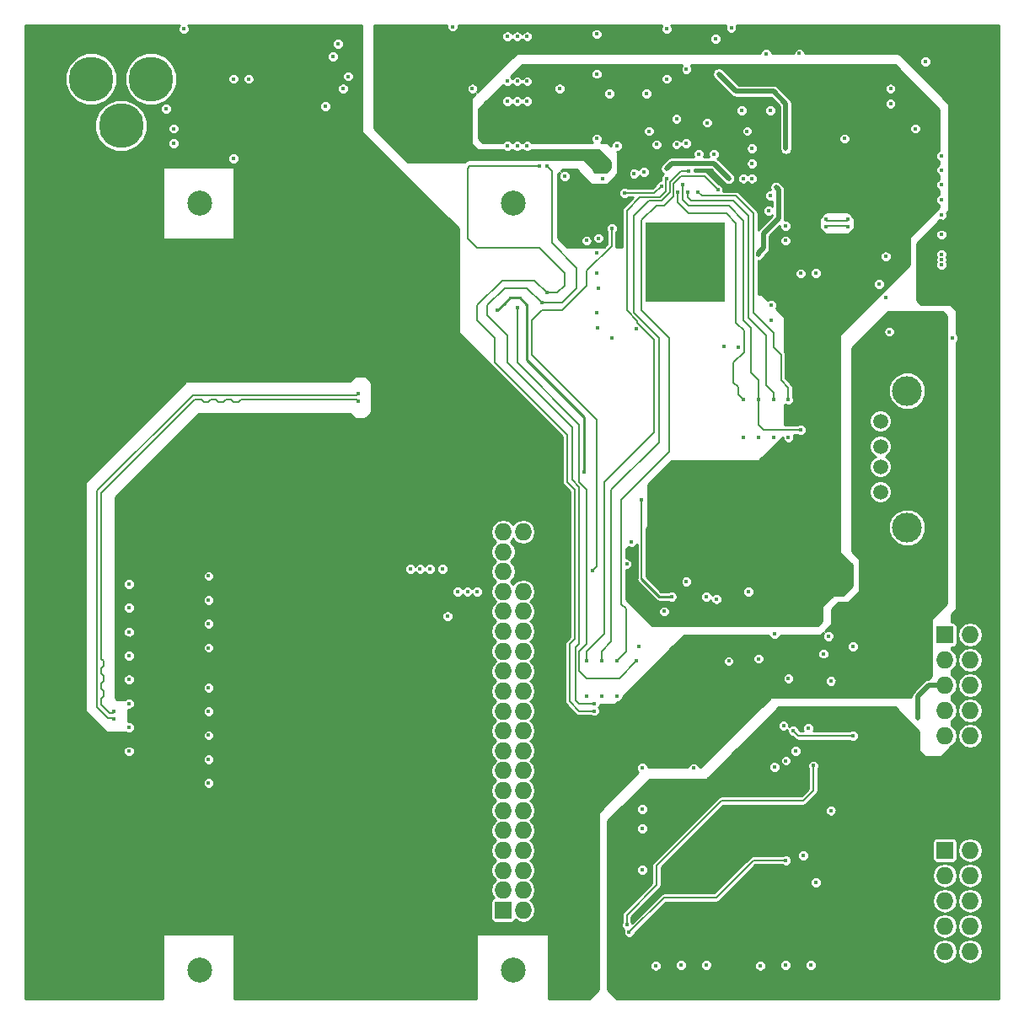
<source format=gbl>
G04 #@! TF.FileFunction,Copper,L4,Bot,Signal*
%FSLAX46Y46*%
G04 Gerber Fmt 4.6, Leading zero omitted, Abs format (unit mm)*
G04 Created by KiCad (PCBNEW 4.0.7) date 05/19/19 12:52:09*
%MOMM*%
%LPD*%
G01*
G04 APERTURE LIST*
%ADD10C,0.100000*%
%ADD11R,1.727200X1.727200*%
%ADD12O,1.727200X1.727200*%
%ADD13C,2.500000*%
%ADD14C,1.500000*%
%ADD15C,3.000000*%
%ADD16C,4.500000*%
%ADD17C,0.300000*%
%ADD18R,8.000000X8.000000*%
%ADD19C,0.400000*%
%ADD20C,0.152400*%
%ADD21C,0.508000*%
%ADD22C,0.200000*%
%ADD23C,0.254000*%
G04 APERTURE END LIST*
D10*
D11*
X99100000Y-140000000D03*
D12*
X101100000Y-140000000D03*
X99100000Y-138000000D03*
X101100000Y-138000000D03*
X99100000Y-136000000D03*
X101100000Y-136000000D03*
X99100000Y-134000000D03*
X101100000Y-134000000D03*
X99100000Y-132000000D03*
X101100000Y-132000000D03*
X99100000Y-130000000D03*
X101100000Y-130000000D03*
X99100000Y-128000000D03*
X101100000Y-128000000D03*
X99100000Y-126000000D03*
X101100000Y-126000000D03*
X99100000Y-124000000D03*
X101100000Y-124000000D03*
X99100000Y-122000000D03*
X101100000Y-122000000D03*
X99100000Y-120000000D03*
X101100000Y-120000000D03*
X99100000Y-118000000D03*
X101100000Y-118000000D03*
X99100000Y-116000000D03*
X101100000Y-116000000D03*
X99100000Y-114000000D03*
X101100000Y-114000000D03*
X99100000Y-112000000D03*
X101100000Y-112000000D03*
X99100000Y-110000000D03*
X101100000Y-110000000D03*
X99100000Y-108000000D03*
X101100000Y-108000000D03*
X99100000Y-106000000D03*
X101100000Y-106000000D03*
X99100000Y-104000000D03*
X101100000Y-104000000D03*
X99100000Y-102000000D03*
X101100000Y-102000000D03*
D13*
X100100000Y-146000000D03*
X68600000Y-146000000D03*
X68600000Y-69000000D03*
X100100000Y-69000000D03*
D14*
X137000000Y-90890000D03*
X137000000Y-93430000D03*
X137000000Y-95460000D03*
X137000000Y-98000000D03*
D15*
X139670000Y-87840000D03*
X139670000Y-101560000D03*
D16*
X63700140Y-56500000D03*
X57700660Y-56500000D03*
X60700400Y-61199000D03*
D11*
X143460000Y-134000000D03*
D12*
X146000000Y-134000000D03*
X143460000Y-136540000D03*
X146000000Y-136540000D03*
X143460000Y-139080000D03*
X146000000Y-139080000D03*
X143460000Y-141620000D03*
X146000000Y-141620000D03*
X143460000Y-144160000D03*
X146000000Y-144160000D03*
D11*
X143460000Y-112340000D03*
D12*
X146000000Y-112340000D03*
X143460000Y-114880000D03*
X146000000Y-114880000D03*
X143460000Y-117420000D03*
X146000000Y-117420000D03*
X143460000Y-119960000D03*
X146000000Y-119960000D03*
X143460000Y-122500000D03*
X146000000Y-122500000D03*
D17*
X113900000Y-71400000D03*
X114900000Y-71400000D03*
X115900000Y-71400000D03*
X116900000Y-71400000D03*
X117900000Y-71400000D03*
X118900000Y-71400000D03*
X119900000Y-71400000D03*
X120900000Y-71400000D03*
X120900000Y-72400000D03*
X119900000Y-72400000D03*
X118900000Y-72400000D03*
X117900000Y-72400000D03*
X116900000Y-72400000D03*
X115900000Y-72400000D03*
X114900000Y-72400000D03*
X113900000Y-72400000D03*
X113900000Y-73400000D03*
X113900000Y-74400000D03*
X114900000Y-73400000D03*
X114900000Y-74400000D03*
X115900000Y-74400000D03*
X115900000Y-73400000D03*
X116900000Y-73400000D03*
X116900000Y-74400000D03*
X117900000Y-74400000D03*
X117900000Y-73400000D03*
X118900000Y-73400000D03*
X118900000Y-74400000D03*
X119900000Y-73400000D03*
X119900000Y-74400000D03*
X120900000Y-73400000D03*
X120900000Y-74400000D03*
X113900000Y-78400000D03*
X113900000Y-77400000D03*
X113900000Y-76400000D03*
X113900000Y-75400000D03*
X114900000Y-75400000D03*
X114900000Y-76400000D03*
X114900000Y-77400000D03*
X114900000Y-78400000D03*
X115900000Y-78400000D03*
X115900000Y-77400000D03*
X115900000Y-76400000D03*
X115900000Y-75400000D03*
X116900000Y-75400000D03*
X116900000Y-76400000D03*
X116900000Y-77400000D03*
X116900000Y-78400000D03*
X117900000Y-78400000D03*
X117900000Y-77400000D03*
X117900000Y-76400000D03*
X117900000Y-75400000D03*
X118900000Y-75400000D03*
X118900000Y-76400000D03*
X118900000Y-77400000D03*
X118900000Y-78400000D03*
X119900000Y-78400000D03*
X119900000Y-77400000D03*
X119900000Y-76400000D03*
X119900000Y-75400000D03*
X120900000Y-75400000D03*
X120900000Y-76400000D03*
X120900000Y-77400000D03*
X120900000Y-78400000D03*
D18*
X117400000Y-74900000D03*
D19*
X141000000Y-84250000D03*
X141750000Y-84250000D03*
X142500000Y-84250000D03*
X142500000Y-83500000D03*
X141750000Y-83500000D03*
X141000000Y-83500000D03*
X141000000Y-82750000D03*
X141750000Y-82750000D03*
X142500000Y-82750000D03*
X80250000Y-54250000D03*
X79500000Y-54250000D03*
X78750000Y-54250000D03*
X69908000Y-63500000D03*
X70750000Y-63500000D03*
X70750000Y-64500000D03*
X70000000Y-64500000D03*
X69250000Y-64500000D03*
X68500000Y-64500000D03*
X118250000Y-125750000D03*
X141500000Y-54750000D03*
X117500000Y-63000000D03*
X110500000Y-63250000D03*
X66000000Y-63000000D03*
X66000000Y-61500000D03*
X65250000Y-59500000D03*
X144250000Y-82500000D03*
X115500000Y-51500000D03*
X112750000Y-113500000D03*
X105250000Y-66250000D03*
X115500000Y-56500000D03*
X113500000Y-58000000D03*
X109750000Y-58000000D03*
X110500000Y-118500000D03*
X109000000Y-118500000D03*
X107500000Y-118500000D03*
X124750000Y-92500000D03*
X127750000Y-92500000D03*
X126250000Y-92500000D03*
X123250000Y-92500000D03*
X115250000Y-110000000D03*
X112000000Y-103000000D03*
X123750000Y-108000000D03*
X120500000Y-108750000D03*
X119500000Y-108500000D03*
X117500000Y-107000000D03*
X111500000Y-105250000D03*
X108500000Y-52000000D03*
X94000000Y-51250000D03*
X108500000Y-56000000D03*
X104750000Y-57500000D03*
X108500000Y-62500000D03*
X101500000Y-52250000D03*
X99500000Y-52250000D03*
X99500000Y-56750000D03*
X101500000Y-56750000D03*
X100500000Y-56750000D03*
X100500000Y-52250000D03*
X101500000Y-58750000D03*
X99500000Y-58750000D03*
X100500000Y-58750000D03*
X101500000Y-63250000D03*
X99500000Y-63250000D03*
X100500000Y-63250000D03*
X96000000Y-57500000D03*
X72000000Y-64500000D03*
X72000000Y-56500000D03*
X73500000Y-56500000D03*
X82500000Y-53000000D03*
X81250000Y-59250000D03*
X83000000Y-57500000D03*
X82000000Y-54250000D03*
X83500000Y-56250000D03*
X67000000Y-51500000D03*
X109050000Y-66500000D03*
X107450000Y-72750000D03*
X126350000Y-125650000D03*
X126350000Y-112250000D03*
X119600000Y-60900000D03*
X133400000Y-62500000D03*
X123600000Y-61750000D03*
X113050000Y-135950000D03*
X113050000Y-131800000D03*
X113050000Y-129850000D03*
X113050000Y-125700000D03*
X128850000Y-53950000D03*
X120450000Y-52450000D03*
X130000000Y-145500000D03*
X127460000Y-145540000D03*
X124920000Y-145580000D03*
X119500000Y-145500000D03*
X114420000Y-145580000D03*
X116960000Y-145540000D03*
X132000000Y-130000000D03*
X132000000Y-117000000D03*
X137550000Y-74350000D03*
X137550000Y-78450000D03*
X122000000Y-51400000D03*
X125500000Y-54000000D03*
X123050000Y-59650000D03*
X125950000Y-59650000D03*
X136850000Y-77100000D03*
X137900000Y-81900000D03*
X124100000Y-63500000D03*
X124100000Y-65000000D03*
X124100000Y-66500000D03*
X120250000Y-64050000D03*
X116500000Y-63100000D03*
X114500000Y-63100000D03*
X143100000Y-64250000D03*
X143100000Y-75150000D03*
X143100000Y-74650000D03*
X143100000Y-74150000D03*
X143100000Y-65650000D03*
X143100000Y-67150000D03*
X143100000Y-72150000D03*
X143100000Y-68650000D03*
X143100000Y-70150000D03*
X110000000Y-82500000D03*
X108500000Y-80000000D03*
X108500000Y-76000000D03*
X108500000Y-74000000D03*
X112250000Y-66000000D03*
X123250000Y-66500000D03*
X125950000Y-68250000D03*
X127450000Y-71250000D03*
X130500000Y-76000000D03*
X126000000Y-80750000D03*
X122750000Y-83500000D03*
X69500000Y-106450000D03*
X69500000Y-108850000D03*
X69500000Y-111250000D03*
X69500000Y-113650000D03*
X69500000Y-117650000D03*
X69500000Y-120050000D03*
X69500000Y-122450000D03*
X69500000Y-124850000D03*
X69500000Y-127250000D03*
X61500000Y-124050000D03*
X61500000Y-121650000D03*
X61500000Y-119250000D03*
X61500000Y-116850000D03*
X61500000Y-114450000D03*
X61500000Y-112050000D03*
X61500000Y-109650000D03*
X61500000Y-107250000D03*
X141500000Y-52500000D03*
X142997251Y-70766498D03*
X143000000Y-71500000D03*
X109250000Y-65500000D03*
X90250000Y-52250000D03*
X89250000Y-52250000D03*
X88250000Y-52250000D03*
X87250000Y-52250000D03*
X132000000Y-121000000D03*
X133000000Y-132750000D03*
X129000000Y-137500000D03*
X126000000Y-137500000D03*
X123000000Y-137500000D03*
X118500000Y-137500000D03*
X115500000Y-137500000D03*
X112500000Y-137500000D03*
X140950000Y-78450000D03*
X140950000Y-74350000D03*
X138000000Y-60500000D03*
X138086725Y-55413275D03*
X114000000Y-111250000D03*
X140750000Y-120750000D03*
X133500000Y-107000000D03*
X121250000Y-63400000D03*
X110250000Y-56000000D03*
X110750000Y-56000000D03*
X111250000Y-56000000D03*
X113750000Y-98250000D03*
X113750000Y-97500000D03*
X105000000Y-69250000D03*
X127750000Y-85250000D03*
X118750000Y-103000000D03*
X114500000Y-102250000D03*
X105950000Y-72750000D03*
X117500000Y-55500000D03*
X118750000Y-64050000D03*
X113250000Y-65850000D03*
X113750000Y-61750000D03*
X121750000Y-66500000D03*
X115500000Y-65500000D03*
X108600000Y-81500000D03*
X126000000Y-79250000D03*
X116500000Y-60500000D03*
X125750000Y-69750000D03*
X108650000Y-72500000D03*
X108650000Y-77500000D03*
X112500000Y-81600000D03*
X121250000Y-83400000D03*
X129000000Y-76050000D03*
X127450000Y-72750000D03*
X131500000Y-70627400D03*
X133750000Y-70627400D03*
X131500000Y-71372600D03*
X133750000Y-71372600D03*
X111500000Y-141500000D03*
X130250000Y-125500000D03*
X111750000Y-142250000D03*
X127500000Y-135000000D03*
X128500000Y-124000000D03*
X124750000Y-114750000D03*
X93500000Y-110500000D03*
X131250000Y-114250000D03*
X94500000Y-108000000D03*
X121750000Y-115000000D03*
X96500000Y-108000000D03*
X60000000Y-120822600D03*
X84500000Y-88127400D03*
X60000000Y-120077400D03*
X84500000Y-88872600D03*
X93000000Y-105750000D03*
X129750000Y-121750000D03*
X131750000Y-112500000D03*
X91750000Y-105750000D03*
X138000000Y-59000000D03*
X102750000Y-65250000D03*
X103500000Y-78000000D03*
X108250000Y-120000000D03*
X127250000Y-121500000D03*
X90750000Y-105750000D03*
X138000000Y-57500000D03*
X103500000Y-65250000D03*
X103000000Y-79000000D03*
X108250000Y-119250000D03*
X134250000Y-113500000D03*
X89750000Y-105750000D03*
X128250000Y-122000000D03*
X134250000Y-122500000D03*
X113000000Y-98821000D03*
X107250000Y-96000000D03*
X116000000Y-108500000D03*
X98500000Y-79750000D03*
X108069896Y-105930104D03*
X110000000Y-71500000D03*
X110500000Y-115000000D03*
X120650000Y-67600000D03*
X117750000Y-65750000D03*
X109000000Y-115000000D03*
X115500000Y-66500000D03*
X107500000Y-115000000D03*
X129000000Y-91750000D03*
X124750000Y-88750000D03*
X117150000Y-67100000D03*
X127750000Y-88750000D03*
X118650000Y-67850000D03*
X126250000Y-88750000D03*
X117650000Y-67850000D03*
X123250000Y-88750000D03*
X116650000Y-67850000D03*
X112500000Y-115000000D03*
X100500000Y-79500000D03*
X111300000Y-67950000D03*
X114989222Y-67250000D03*
X127500000Y-125000000D03*
X130500000Y-137250000D03*
X120750000Y-56000000D03*
X127500000Y-63500000D03*
X126500000Y-67400000D03*
X124700000Y-74150000D03*
X129250000Y-134500000D03*
X127750000Y-116750000D03*
X95500000Y-108000000D03*
X140500000Y-61500000D03*
D20*
X142500000Y-84250000D02*
X141750000Y-84250000D01*
X141750000Y-83500000D02*
X142500000Y-83500000D01*
X141000000Y-82750000D02*
X141000000Y-83500000D01*
X142500000Y-82750000D02*
X141750000Y-82750000D01*
D21*
X141830000Y-117420000D02*
X140750000Y-118500000D01*
X140750000Y-118500000D02*
X140750000Y-120750000D01*
X143460000Y-117420000D02*
X141830000Y-117420000D01*
X116000000Y-65000000D02*
X120250000Y-65000000D01*
X120250000Y-65000000D02*
X121750000Y-66500000D01*
X115500000Y-65500000D02*
X116000000Y-65000000D01*
D20*
X131500000Y-70627400D02*
X131623801Y-70751201D01*
X131623801Y-70751201D02*
X133626199Y-70751201D01*
X133626199Y-70751201D02*
X133750000Y-70627400D01*
X131500000Y-71372600D02*
X131623801Y-71248799D01*
X131623801Y-71248799D02*
X133626199Y-71248799D01*
X133626199Y-71248799D02*
X133750000Y-71372600D01*
D22*
X111500000Y-141500000D02*
X111500000Y-140500000D01*
X111500000Y-140500000D02*
X114500000Y-137500000D01*
X129250000Y-129000000D02*
X130250000Y-128000000D01*
X130250000Y-128000000D02*
X130250000Y-125500000D01*
X121000000Y-129000000D02*
X129250000Y-129000000D01*
X114500000Y-135500000D02*
X121000000Y-129000000D01*
X114500000Y-137500000D02*
X114500000Y-135500000D01*
X111750000Y-142250000D02*
X115250000Y-138750000D01*
X115250000Y-138750000D02*
X120500000Y-138750000D01*
X120500000Y-138750000D02*
X124250000Y-135000000D01*
X124250000Y-135000000D02*
X127500000Y-135000000D01*
D20*
X58251200Y-119603056D02*
X58251200Y-97896944D01*
X58251200Y-97896944D02*
X67896943Y-88251201D01*
X59346943Y-120698799D02*
X58251200Y-119603056D01*
X60000000Y-120822600D02*
X59876199Y-120698799D01*
X59876199Y-120698799D02*
X59346943Y-120698799D01*
X67896943Y-88251201D02*
X84376199Y-88251201D01*
X84376199Y-88251201D02*
X84500000Y-88127400D01*
X58748800Y-119396944D02*
X58748800Y-118751200D01*
X60000000Y-120077400D02*
X59876199Y-120201201D01*
X59000000Y-118000000D02*
X58750000Y-117750000D01*
X59876199Y-120201201D02*
X59553057Y-120201201D01*
X58750000Y-116250000D02*
X58750000Y-115750000D01*
X59000000Y-117000000D02*
X59000000Y-116500000D01*
X59553057Y-120201201D02*
X58748800Y-119396944D01*
X69750000Y-88750000D02*
X70250000Y-88750000D01*
X58748800Y-118751200D02*
X59000000Y-118500000D01*
X69000000Y-89000000D02*
X69500000Y-89000000D01*
X59000000Y-118500000D02*
X59000000Y-118000000D01*
X58750000Y-117750000D02*
X58750000Y-117250000D01*
X69500000Y-89000000D02*
X69750000Y-88750000D01*
X58750000Y-117250000D02*
X59000000Y-117000000D01*
X68103057Y-88748799D02*
X68748799Y-88748799D01*
X59000000Y-116500000D02*
X58750000Y-116250000D01*
X58750000Y-115750000D02*
X59000000Y-115500000D01*
X71250000Y-88750000D02*
X71750000Y-88750000D01*
X59000000Y-115500000D02*
X59000000Y-115000000D01*
X59000000Y-115000000D02*
X58748800Y-114748800D01*
X58748800Y-114748800D02*
X58748800Y-98103056D01*
X58748800Y-98103056D02*
X68103057Y-88748799D01*
X68748799Y-88748799D02*
X69000000Y-89000000D01*
X72500000Y-89000000D02*
X72751201Y-88748799D01*
X70250000Y-88750000D02*
X70500000Y-89000000D01*
X70500000Y-89000000D02*
X71000000Y-89000000D01*
X71000000Y-89000000D02*
X71250000Y-88750000D01*
X71750000Y-88750000D02*
X72000000Y-89000000D01*
X72000000Y-89000000D02*
X72500000Y-89000000D01*
X72751201Y-88748799D02*
X84376199Y-88748799D01*
X84376199Y-88748799D02*
X84500000Y-88872600D01*
D22*
X103500000Y-78000000D02*
X104500000Y-78000000D01*
X104500000Y-78000000D02*
X105250000Y-77250000D01*
X105250000Y-77250000D02*
X105250000Y-76000000D01*
X105250000Y-76000000D02*
X102750000Y-73500000D01*
X102750000Y-73500000D02*
X96500000Y-73500000D01*
X96500000Y-73500000D02*
X95500000Y-72500000D01*
X95500000Y-72500000D02*
X95500000Y-65500000D01*
X95500000Y-65500000D02*
X95750000Y-65250000D01*
X95750000Y-65250000D02*
X98000000Y-65250000D01*
X98000000Y-65250000D02*
X102750000Y-65250000D01*
X99000000Y-76750000D02*
X102250000Y-76750000D01*
X102250000Y-76750000D02*
X103500000Y-78000000D01*
X96500000Y-79250000D02*
X99000000Y-76750000D01*
X96500000Y-80750000D02*
X96500000Y-79250000D01*
X98250000Y-82500000D02*
X96500000Y-80750000D01*
X98250000Y-85000000D02*
X98250000Y-82500000D01*
X105500000Y-92250000D02*
X98250000Y-85000000D01*
X105500000Y-97000000D02*
X105500000Y-92250000D01*
X106250000Y-97750000D02*
X105500000Y-97000000D01*
X106250000Y-112750000D02*
X106250000Y-97750000D01*
X105750000Y-113250000D02*
X106250000Y-112750000D01*
X105750000Y-119000000D02*
X105750000Y-113250000D01*
X106750000Y-120000000D02*
X105750000Y-119000000D01*
X108250000Y-120000000D02*
X106750000Y-120000000D01*
X104000000Y-65750000D02*
X103500000Y-65250000D01*
X104000000Y-73000000D02*
X104000000Y-65750000D01*
X106500000Y-75500000D02*
X104000000Y-73000000D01*
X106500000Y-77500000D02*
X106500000Y-75500000D01*
X105000000Y-79000000D02*
X106500000Y-77500000D01*
X103000000Y-79000000D02*
X105000000Y-79000000D01*
X99250000Y-77500000D02*
X101500000Y-77500000D01*
X101500000Y-77500000D02*
X103000000Y-79000000D01*
X97500000Y-79250000D02*
X99250000Y-77500000D01*
X97500000Y-80080446D02*
X97500000Y-79250000D01*
X97500000Y-80250000D02*
X97500000Y-80080446D01*
X99500000Y-82250000D02*
X97500000Y-80250000D01*
X99500000Y-85000000D02*
X99500000Y-82250000D01*
X106000000Y-91500000D02*
X99500000Y-85000000D01*
X106000000Y-96750000D02*
X106000000Y-91500000D01*
X106750000Y-97500000D02*
X106000000Y-96750000D01*
X106750000Y-113250000D02*
X106750000Y-97500000D01*
X106397590Y-113602410D02*
X106750000Y-113250000D01*
X106750000Y-119250000D02*
X106397590Y-118897590D01*
X106397590Y-118897590D02*
X106397590Y-113602410D01*
X108250000Y-119250000D02*
X106750000Y-119250000D01*
X129750000Y-122500000D02*
X128750000Y-122500000D01*
X128750000Y-122500000D02*
X128250000Y-122000000D01*
X134250000Y-122500000D02*
X129750000Y-122500000D01*
X113000000Y-98821000D02*
X113000000Y-101527002D01*
X113000000Y-101527002D02*
X113000000Y-106750000D01*
D23*
X107250000Y-96000000D02*
X107250000Y-90500000D01*
X101500000Y-84750000D02*
X101500000Y-79250000D01*
X107250000Y-90500000D02*
X101500000Y-84750000D01*
X101500000Y-79250000D02*
X100750000Y-78500000D01*
X100750000Y-78500000D02*
X99750000Y-78500000D01*
X99750000Y-78500000D02*
X99229401Y-79020599D01*
X99229401Y-79020599D02*
X98500000Y-79750000D01*
X113000000Y-106750000D02*
X114750000Y-108500000D01*
X114750000Y-108500000D02*
X116000000Y-108500000D01*
D22*
X108500000Y-90750000D02*
X108500000Y-105500000D01*
X108500000Y-105500000D02*
X108069896Y-105930104D01*
X102000000Y-84250000D02*
X108500000Y-90750000D01*
X102000000Y-80750000D02*
X102000000Y-84250000D01*
X103000000Y-79750000D02*
X102000000Y-80750000D01*
X105000000Y-79750000D02*
X103000000Y-79750000D01*
X107500000Y-77250000D02*
X105000000Y-79750000D01*
X107500000Y-75777002D02*
X107500000Y-77250000D01*
X110000000Y-71500000D02*
X110000000Y-73277002D01*
X110000000Y-73277002D02*
X107500000Y-75777002D01*
X110500000Y-115000000D02*
X111474999Y-114025001D01*
X111474999Y-114025001D02*
X111474999Y-109747999D01*
X117000000Y-66250000D02*
X119300000Y-66250000D01*
X111474999Y-109747999D02*
X110974999Y-109247999D01*
X110974999Y-109247999D02*
X110974999Y-98775001D01*
X116197599Y-67052401D02*
X117000000Y-66250000D01*
X110974999Y-98775001D02*
X115750000Y-94000000D01*
X115750000Y-94000000D02*
X115750000Y-82500000D01*
X113000000Y-70714998D02*
X114464998Y-69250000D01*
X116197599Y-68302401D02*
X116197599Y-67052401D01*
X115750000Y-82500000D02*
X113000000Y-79750000D01*
X113000000Y-79750000D02*
X113000000Y-70714998D01*
X114464998Y-69250000D02*
X115250000Y-69250000D01*
X115250000Y-69250000D02*
X116197599Y-68302401D01*
X119300000Y-66250000D02*
X120650000Y-67600000D01*
X109000000Y-115000000D02*
X109000000Y-114000000D01*
X109000000Y-114000000D02*
X109974999Y-113025001D01*
X115845189Y-67904811D02*
X115845189Y-66906428D01*
X109974999Y-113025001D02*
X109974999Y-97775001D01*
X109974999Y-97775001D02*
X114750000Y-93000000D01*
X114750000Y-93000000D02*
X114750000Y-82500000D01*
X114750000Y-82500000D02*
X112250000Y-80000000D01*
X112250000Y-80000000D02*
X112250000Y-70250000D01*
X112250000Y-70250000D02*
X113750000Y-68750000D01*
X113750000Y-68750000D02*
X115000000Y-68750000D01*
X115000000Y-68750000D02*
X115845189Y-67904811D01*
X115845189Y-66906428D02*
X117001617Y-65750000D01*
X117001617Y-65750000D02*
X117750000Y-65750000D01*
X115500000Y-66500000D02*
X115441623Y-66558377D01*
X115441623Y-66558377D02*
X115441623Y-67808377D01*
X115441623Y-67808377D02*
X114852410Y-68397590D01*
X114852410Y-68397590D02*
X112852410Y-68397590D01*
X112852410Y-68397590D02*
X111500000Y-69750000D01*
X111500000Y-69750000D02*
X111500000Y-79748382D01*
X111500000Y-79748382D02*
X112569554Y-80817936D01*
X112569554Y-80817936D02*
X112569554Y-81000000D01*
X112569554Y-81000000D02*
X114250000Y-82680446D01*
X114250000Y-82680446D02*
X114250000Y-92000000D01*
X114250000Y-92000000D02*
X109250000Y-97000000D01*
X109250000Y-97000000D02*
X109250000Y-112250000D01*
X109250000Y-112250000D02*
X107500000Y-114000000D01*
X107500000Y-114000000D02*
X107500000Y-115000000D01*
X129000000Y-91750000D02*
X125250000Y-91750000D01*
X124750000Y-91250000D02*
X125250000Y-91750000D01*
X124750000Y-88750000D02*
X124750000Y-91250000D01*
X117750000Y-69250000D02*
X117150000Y-68650000D01*
X117150000Y-68650000D02*
X117150000Y-67100000D01*
X121750000Y-69250000D02*
X117750000Y-69250000D01*
X123250000Y-70750000D02*
X121750000Y-69250000D01*
X123250000Y-80750000D02*
X123250000Y-70750000D01*
X124000000Y-81500000D02*
X123250000Y-80750000D01*
X124000000Y-86000000D02*
X124000000Y-81500000D01*
X124750000Y-86750000D02*
X124000000Y-86000000D01*
X124750000Y-88750000D02*
X124750000Y-86750000D01*
X127750000Y-88750000D02*
X127750000Y-87500000D01*
X127750000Y-87500000D02*
X127000000Y-86750000D01*
X127000000Y-86750000D02*
X127000000Y-84250000D01*
X127000000Y-84250000D02*
X126250000Y-83500000D01*
X126250000Y-83500000D02*
X126250000Y-82000000D01*
X126250000Y-82000000D02*
X124247599Y-79997599D01*
X124247599Y-79997599D02*
X124247599Y-69997599D01*
X119050000Y-68250000D02*
X118650000Y-67850000D01*
X124247599Y-69997599D02*
X122500000Y-68250000D01*
X122500000Y-68250000D02*
X119050000Y-68250000D01*
X126250000Y-88750000D02*
X126250000Y-88000000D01*
X122250000Y-68750000D02*
X118000000Y-68750000D01*
X126250000Y-88000000D02*
X125500000Y-87250000D01*
X125500000Y-87250000D02*
X125500000Y-82250000D01*
X118000000Y-68750000D02*
X117650000Y-68400000D01*
X125500000Y-82250000D02*
X123750000Y-80500000D01*
X123750000Y-80500000D02*
X123750000Y-70250000D01*
X123750000Y-70250000D02*
X122250000Y-68750000D01*
X117650000Y-68400000D02*
X117650000Y-67850000D01*
X123250000Y-88750000D02*
X122724999Y-88224999D01*
X122724999Y-88224999D02*
X122724999Y-87474999D01*
X122724999Y-87474999D02*
X122250000Y-87000000D01*
X122250000Y-87000000D02*
X122250000Y-85000000D01*
X123275001Y-81775001D02*
X122500000Y-81000000D01*
X122500000Y-71000000D02*
X121500000Y-70000000D01*
X122250000Y-85000000D02*
X123275001Y-83974999D01*
X117750000Y-70000000D02*
X116650000Y-68900000D01*
X123275001Y-83974999D02*
X123275001Y-81775001D01*
X122500000Y-81000000D02*
X122500000Y-71000000D01*
X121500000Y-70000000D02*
X117750000Y-70000000D01*
X116650000Y-68900000D02*
X116650000Y-67850000D01*
X100500000Y-79500000D02*
X100500000Y-85000000D01*
X100500000Y-85000000D02*
X106750000Y-91250000D01*
X106750000Y-97000000D02*
X107500000Y-97750000D01*
X106750000Y-91250000D02*
X106750000Y-97000000D01*
X107500000Y-97750000D02*
X107500000Y-113250000D01*
X107500000Y-113250000D02*
X106750000Y-114000000D01*
X110750000Y-116750000D02*
X112500000Y-115000000D01*
X106750000Y-114000000D02*
X106750000Y-116000000D01*
X106750000Y-116000000D02*
X107500000Y-116750000D01*
X107500000Y-116750000D02*
X110750000Y-116750000D01*
X111300000Y-67950000D02*
X114289222Y-67950000D01*
X114289222Y-67950000D02*
X114989222Y-67250000D01*
D21*
X127500000Y-59000000D02*
X127500000Y-63500000D01*
X126250000Y-57750000D02*
X127500000Y-59000000D01*
X122500000Y-57750000D02*
X126250000Y-57750000D01*
X120750000Y-56000000D02*
X122500000Y-57750000D01*
X126500000Y-67400000D02*
X126750000Y-67650000D01*
X126750000Y-67650000D02*
X126750000Y-70500000D01*
X126750000Y-70500000D02*
X125250000Y-72000000D01*
X124754009Y-73995991D02*
X124754009Y-74150000D01*
X125250000Y-72000000D02*
X125250000Y-73500000D01*
X125250000Y-73500000D02*
X124754009Y-73995991D01*
D23*
G36*
X66507740Y-51170460D02*
X66419102Y-51383925D01*
X66418900Y-51615061D01*
X66507165Y-51828680D01*
X66670460Y-51992260D01*
X66883925Y-52080898D01*
X67115061Y-52081100D01*
X67328680Y-51992835D01*
X67492260Y-51829540D01*
X67580898Y-51616075D01*
X67581100Y-51384939D01*
X67492835Y-51171320D01*
X67448592Y-51127000D01*
X84873000Y-51127000D01*
X84873000Y-61750000D01*
X84883006Y-61799410D01*
X84910197Y-61839803D01*
X94623000Y-71552606D01*
X94623000Y-82000000D01*
X94633006Y-82049410D01*
X94660197Y-82089803D01*
X97908613Y-85338219D01*
X97909882Y-85340118D01*
X105019000Y-92449237D01*
X105019000Y-97000000D01*
X105036926Y-97090118D01*
X105055614Y-97184071D01*
X105159882Y-97340118D01*
X105769000Y-97949236D01*
X105769000Y-112550763D01*
X105409882Y-112909882D01*
X105305614Y-113065929D01*
X105269000Y-113250000D01*
X105269000Y-119000000D01*
X105295841Y-119134939D01*
X105305614Y-119184071D01*
X105409882Y-119340118D01*
X106409882Y-120340119D01*
X106565930Y-120444387D01*
X106750000Y-120481000D01*
X107909220Y-120481000D01*
X107920460Y-120492260D01*
X108133925Y-120580898D01*
X108365061Y-120581100D01*
X108578680Y-120492835D01*
X108742260Y-120329540D01*
X108830898Y-120116075D01*
X108831100Y-119884939D01*
X108742835Y-119671320D01*
X108696658Y-119625062D01*
X108742260Y-119579540D01*
X108826362Y-119377000D01*
X110250000Y-119377000D01*
X110299410Y-119366994D01*
X110339803Y-119339803D01*
X110598520Y-119081086D01*
X110615061Y-119081100D01*
X110828680Y-118992835D01*
X110992260Y-118829540D01*
X111080898Y-118616075D01*
X111080913Y-118598693D01*
X112814545Y-116865061D01*
X127168900Y-116865061D01*
X127257165Y-117078680D01*
X127420460Y-117242260D01*
X127633925Y-117330898D01*
X127865061Y-117331100D01*
X128078680Y-117242835D01*
X128206677Y-117115061D01*
X131418900Y-117115061D01*
X131507165Y-117328680D01*
X131670460Y-117492260D01*
X131883925Y-117580898D01*
X132115061Y-117581100D01*
X132328680Y-117492835D01*
X132492260Y-117329540D01*
X132580898Y-117116075D01*
X132581100Y-116884939D01*
X132492835Y-116671320D01*
X132329540Y-116507740D01*
X132116075Y-116419102D01*
X131884939Y-116418900D01*
X131671320Y-116507165D01*
X131507740Y-116670460D01*
X131419102Y-116883925D01*
X131418900Y-117115061D01*
X128206677Y-117115061D01*
X128242260Y-117079540D01*
X128330898Y-116866075D01*
X128331100Y-116634939D01*
X128242835Y-116421320D01*
X128079540Y-116257740D01*
X127866075Y-116169102D01*
X127634939Y-116168900D01*
X127421320Y-116257165D01*
X127257740Y-116420460D01*
X127169102Y-116633925D01*
X127168900Y-116865061D01*
X112814545Y-116865061D01*
X114564545Y-115115061D01*
X121168900Y-115115061D01*
X121257165Y-115328680D01*
X121420460Y-115492260D01*
X121633925Y-115580898D01*
X121865061Y-115581100D01*
X122078680Y-115492835D01*
X122242260Y-115329540D01*
X122330898Y-115116075D01*
X122331100Y-114884939D01*
X122322887Y-114865061D01*
X124168900Y-114865061D01*
X124257165Y-115078680D01*
X124420460Y-115242260D01*
X124633925Y-115330898D01*
X124865061Y-115331100D01*
X125078680Y-115242835D01*
X125242260Y-115079540D01*
X125330898Y-114866075D01*
X125331100Y-114634939D01*
X125242835Y-114421320D01*
X125186675Y-114365061D01*
X130668900Y-114365061D01*
X130757165Y-114578680D01*
X130920460Y-114742260D01*
X131133925Y-114830898D01*
X131365061Y-114831100D01*
X131578680Y-114742835D01*
X131742260Y-114579540D01*
X131830898Y-114366075D01*
X131831100Y-114134939D01*
X131742835Y-113921320D01*
X131579540Y-113757740D01*
X131366075Y-113669102D01*
X131134939Y-113668900D01*
X130921320Y-113757165D01*
X130757740Y-113920460D01*
X130669102Y-114133925D01*
X130668900Y-114365061D01*
X125186675Y-114365061D01*
X125079540Y-114257740D01*
X124866075Y-114169102D01*
X124634939Y-114168900D01*
X124421320Y-114257165D01*
X124257740Y-114420460D01*
X124169102Y-114633925D01*
X124168900Y-114865061D01*
X122322887Y-114865061D01*
X122242835Y-114671320D01*
X122079540Y-114507740D01*
X121866075Y-114419102D01*
X121634939Y-114418900D01*
X121421320Y-114507165D01*
X121257740Y-114670460D01*
X121169102Y-114883925D01*
X121168900Y-115115061D01*
X114564545Y-115115061D01*
X116064545Y-113615061D01*
X133668900Y-113615061D01*
X133757165Y-113828680D01*
X133920460Y-113992260D01*
X134133925Y-114080898D01*
X134365061Y-114081100D01*
X134578680Y-113992835D01*
X134742260Y-113829540D01*
X134830898Y-113616075D01*
X134831100Y-113384939D01*
X134742835Y-113171320D01*
X134579540Y-113007740D01*
X134366075Y-112919102D01*
X134134939Y-112918900D01*
X133921320Y-113007165D01*
X133757740Y-113170460D01*
X133669102Y-113383925D01*
X133668900Y-113615061D01*
X116064545Y-113615061D01*
X117302606Y-112377000D01*
X125773833Y-112377000D01*
X125857165Y-112578680D01*
X126020460Y-112742260D01*
X126233925Y-112830898D01*
X126465061Y-112831100D01*
X126678680Y-112742835D01*
X126842260Y-112579540D01*
X126926362Y-112377000D01*
X131000000Y-112377000D01*
X131049410Y-112366994D01*
X131089803Y-112339803D01*
X131256742Y-112172864D01*
X131169102Y-112383925D01*
X131168900Y-112615061D01*
X131257165Y-112828680D01*
X131420460Y-112992260D01*
X131633925Y-113080898D01*
X131865061Y-113081100D01*
X132078680Y-112992835D01*
X132242260Y-112829540D01*
X132330898Y-112616075D01*
X132331100Y-112384939D01*
X132242835Y-112171320D01*
X132079540Y-112007740D01*
X131866075Y-111919102D01*
X131634939Y-111918900D01*
X131423230Y-112006376D01*
X132089803Y-111339803D01*
X132117666Y-111297789D01*
X132127000Y-111250000D01*
X132127000Y-109802606D01*
X132802606Y-109127000D01*
X133750000Y-109127000D01*
X133799410Y-109116994D01*
X133839803Y-109089803D01*
X134839803Y-108089803D01*
X134867666Y-108047789D01*
X134877000Y-108000000D01*
X134877000Y-104750000D01*
X134866994Y-104700590D01*
X134839803Y-104660197D01*
X134127000Y-103947394D01*
X134127000Y-101932513D01*
X137788674Y-101932513D01*
X138074436Y-102624109D01*
X138603108Y-103153704D01*
X139294204Y-103440673D01*
X140042513Y-103441326D01*
X140734109Y-103155564D01*
X141263704Y-102626892D01*
X141550673Y-101935796D01*
X141551326Y-101187487D01*
X141265564Y-100495891D01*
X140736892Y-99966296D01*
X140045796Y-99679327D01*
X139297487Y-99678674D01*
X138605891Y-99964436D01*
X138076296Y-100493108D01*
X137789327Y-101184204D01*
X137788674Y-101932513D01*
X134127000Y-101932513D01*
X134127000Y-98223983D01*
X135868804Y-98223983D01*
X136040625Y-98639823D01*
X136358503Y-98958256D01*
X136774043Y-99130804D01*
X137223983Y-99131196D01*
X137639823Y-98959375D01*
X137958256Y-98641497D01*
X138130804Y-98225957D01*
X138131196Y-97776017D01*
X137959375Y-97360177D01*
X137641497Y-97041744D01*
X137225957Y-96869196D01*
X136776017Y-96868804D01*
X136360177Y-97040625D01*
X136041744Y-97358503D01*
X135869196Y-97774043D01*
X135868804Y-98223983D01*
X134127000Y-98223983D01*
X134127000Y-93653983D01*
X135868804Y-93653983D01*
X136040625Y-94069823D01*
X136358503Y-94388256D01*
X136494979Y-94444926D01*
X136360177Y-94500625D01*
X136041744Y-94818503D01*
X135869196Y-95234043D01*
X135868804Y-95683983D01*
X136040625Y-96099823D01*
X136358503Y-96418256D01*
X136774043Y-96590804D01*
X137223983Y-96591196D01*
X137639823Y-96419375D01*
X137958256Y-96101497D01*
X138130804Y-95685957D01*
X138131196Y-95236017D01*
X137959375Y-94820177D01*
X137641497Y-94501744D01*
X137505021Y-94445074D01*
X137639823Y-94389375D01*
X137958256Y-94071497D01*
X138130804Y-93655957D01*
X138131196Y-93206017D01*
X137959375Y-92790177D01*
X137641497Y-92471744D01*
X137225957Y-92299196D01*
X136776017Y-92298804D01*
X136360177Y-92470625D01*
X136041744Y-92788503D01*
X135869196Y-93204043D01*
X135868804Y-93653983D01*
X134127000Y-93653983D01*
X134127000Y-91113983D01*
X135868804Y-91113983D01*
X136040625Y-91529823D01*
X136358503Y-91848256D01*
X136774043Y-92020804D01*
X137223983Y-92021196D01*
X137639823Y-91849375D01*
X137958256Y-91531497D01*
X138130804Y-91115957D01*
X138131196Y-90666017D01*
X137959375Y-90250177D01*
X137641497Y-89931744D01*
X137225957Y-89759196D01*
X136776017Y-89758804D01*
X136360177Y-89930625D01*
X136041744Y-90248503D01*
X135869196Y-90664043D01*
X135868804Y-91113983D01*
X134127000Y-91113983D01*
X134127000Y-88212513D01*
X137788674Y-88212513D01*
X138074436Y-88904109D01*
X138603108Y-89433704D01*
X139294204Y-89720673D01*
X140042513Y-89721326D01*
X140734109Y-89435564D01*
X141263704Y-88906892D01*
X141550673Y-88215796D01*
X141551326Y-87467487D01*
X141265564Y-86775891D01*
X140736892Y-86246296D01*
X140045796Y-85959327D01*
X139297487Y-85958674D01*
X138605891Y-86244436D01*
X138076296Y-86773108D01*
X137789327Y-87464204D01*
X137788674Y-88212513D01*
X134127000Y-88212513D01*
X134127000Y-83552606D01*
X135664545Y-82015061D01*
X137318900Y-82015061D01*
X137407165Y-82228680D01*
X137570460Y-82392260D01*
X137783925Y-82480898D01*
X138015061Y-82481100D01*
X138228680Y-82392835D01*
X138392260Y-82229540D01*
X138480898Y-82016075D01*
X138481100Y-81784939D01*
X138392835Y-81571320D01*
X138229540Y-81407740D01*
X138016075Y-81319102D01*
X137784939Y-81318900D01*
X137571320Y-81407165D01*
X137407740Y-81570460D01*
X137319102Y-81783925D01*
X137318900Y-82015061D01*
X135664545Y-82015061D01*
X137802606Y-79877000D01*
X143197394Y-79877000D01*
X143623000Y-80302606D01*
X143623000Y-109197394D01*
X142160197Y-110660197D01*
X142132334Y-110702211D01*
X142123000Y-110750000D01*
X142123000Y-116447394D01*
X141774319Y-116796075D01*
X141586996Y-116833336D01*
X141380987Y-116970987D01*
X140300987Y-118050987D01*
X140163336Y-118256996D01*
X140126076Y-118444318D01*
X139947394Y-118623000D01*
X126000000Y-118623000D01*
X125950590Y-118633006D01*
X125910197Y-118660197D01*
X118947394Y-125623000D01*
X118826167Y-125623000D01*
X118742835Y-125421320D01*
X118579540Y-125257740D01*
X118366075Y-125169102D01*
X118134939Y-125168900D01*
X117921320Y-125257165D01*
X117757740Y-125420460D01*
X117673638Y-125623000D01*
X113631067Y-125623000D01*
X113631100Y-125584939D01*
X113542835Y-125371320D01*
X113379540Y-125207740D01*
X113166075Y-125119102D01*
X112934939Y-125118900D01*
X112721320Y-125207165D01*
X112557740Y-125370460D01*
X112469102Y-125583925D01*
X112468900Y-125815061D01*
X112557165Y-126028680D01*
X112674337Y-126146057D01*
X108660197Y-130160197D01*
X108632334Y-130202211D01*
X108623000Y-130250000D01*
X108623000Y-147947394D01*
X107697394Y-148873000D01*
X103627000Y-148873000D01*
X103627000Y-142500000D01*
X103618315Y-142453841D01*
X103591035Y-142411447D01*
X103549410Y-142383006D01*
X103500000Y-142373000D01*
X96500000Y-142373000D01*
X96453841Y-142381685D01*
X96411447Y-142408965D01*
X96383006Y-142450590D01*
X96373000Y-142500000D01*
X96373000Y-148873000D01*
X72127000Y-148873000D01*
X72127000Y-142500000D01*
X72118315Y-142453841D01*
X72091035Y-142411447D01*
X72049410Y-142383006D01*
X72000000Y-142373000D01*
X65000000Y-142373000D01*
X64953841Y-142381685D01*
X64911447Y-142408965D01*
X64883006Y-142450590D01*
X64873000Y-142500000D01*
X64873000Y-148873000D01*
X51127000Y-148873000D01*
X51127000Y-139136400D01*
X97847936Y-139136400D01*
X97847936Y-140863600D01*
X97874503Y-141004790D01*
X97957946Y-141134465D01*
X98085266Y-141221459D01*
X98236400Y-141252064D01*
X99963600Y-141252064D01*
X100104790Y-141225497D01*
X100234465Y-141142054D01*
X100321459Y-141014734D01*
X100329031Y-140977343D01*
X100623712Y-141174243D01*
X101100000Y-141268983D01*
X101576288Y-141174243D01*
X101980065Y-140904448D01*
X102249860Y-140500671D01*
X102344600Y-140024383D01*
X102344600Y-139975617D01*
X102249860Y-139499329D01*
X101980065Y-139095552D01*
X101837061Y-139000000D01*
X101980065Y-138904448D01*
X102249860Y-138500671D01*
X102344600Y-138024383D01*
X102344600Y-137975617D01*
X102249860Y-137499329D01*
X101980065Y-137095552D01*
X101837061Y-137000000D01*
X101980065Y-136904448D01*
X102249860Y-136500671D01*
X102344600Y-136024383D01*
X102344600Y-135975617D01*
X102249860Y-135499329D01*
X101980065Y-135095552D01*
X101837061Y-135000000D01*
X101980065Y-134904448D01*
X102249860Y-134500671D01*
X102344600Y-134024383D01*
X102344600Y-133975617D01*
X102249860Y-133499329D01*
X101980065Y-133095552D01*
X101837061Y-133000000D01*
X101980065Y-132904448D01*
X102249860Y-132500671D01*
X102344600Y-132024383D01*
X102344600Y-131975617D01*
X102249860Y-131499329D01*
X101980065Y-131095552D01*
X101837061Y-131000000D01*
X101980065Y-130904448D01*
X102249860Y-130500671D01*
X102344600Y-130024383D01*
X102344600Y-129975617D01*
X102249860Y-129499329D01*
X101980065Y-129095552D01*
X101837061Y-129000000D01*
X101980065Y-128904448D01*
X102249860Y-128500671D01*
X102344600Y-128024383D01*
X102344600Y-127975617D01*
X102249860Y-127499329D01*
X101980065Y-127095552D01*
X101837061Y-127000000D01*
X101980065Y-126904448D01*
X102249860Y-126500671D01*
X102344600Y-126024383D01*
X102344600Y-125975617D01*
X102249860Y-125499329D01*
X101980065Y-125095552D01*
X101837061Y-125000000D01*
X101980065Y-124904448D01*
X102249860Y-124500671D01*
X102344600Y-124024383D01*
X102344600Y-123975617D01*
X102249860Y-123499329D01*
X101980065Y-123095552D01*
X101837061Y-123000000D01*
X101980065Y-122904448D01*
X102249860Y-122500671D01*
X102344600Y-122024383D01*
X102344600Y-121975617D01*
X102249860Y-121499329D01*
X101980065Y-121095552D01*
X101837061Y-121000000D01*
X101980065Y-120904448D01*
X102249860Y-120500671D01*
X102344600Y-120024383D01*
X102344600Y-119975617D01*
X102249860Y-119499329D01*
X101980065Y-119095552D01*
X101837061Y-119000000D01*
X101980065Y-118904448D01*
X102249860Y-118500671D01*
X102344600Y-118024383D01*
X102344600Y-117975617D01*
X102249860Y-117499329D01*
X101980065Y-117095552D01*
X101837061Y-117000000D01*
X101980065Y-116904448D01*
X102249860Y-116500671D01*
X102344600Y-116024383D01*
X102344600Y-115975617D01*
X102249860Y-115499329D01*
X101980065Y-115095552D01*
X101837061Y-115000000D01*
X101980065Y-114904448D01*
X102249860Y-114500671D01*
X102344600Y-114024383D01*
X102344600Y-113975617D01*
X102249860Y-113499329D01*
X101980065Y-113095552D01*
X101837061Y-113000000D01*
X101980065Y-112904448D01*
X102249860Y-112500671D01*
X102344600Y-112024383D01*
X102344600Y-111975617D01*
X102249860Y-111499329D01*
X101980065Y-111095552D01*
X101837061Y-111000000D01*
X101980065Y-110904448D01*
X102249860Y-110500671D01*
X102344600Y-110024383D01*
X102344600Y-109975617D01*
X102249860Y-109499329D01*
X101980065Y-109095552D01*
X101837061Y-109000000D01*
X101980065Y-108904448D01*
X102249860Y-108500671D01*
X102344600Y-108024383D01*
X102344600Y-107975617D01*
X102249860Y-107499329D01*
X101980065Y-107095552D01*
X101576288Y-106825757D01*
X101100000Y-106731017D01*
X100623712Y-106825757D01*
X100219935Y-107095552D01*
X100100000Y-107275048D01*
X99980065Y-107095552D01*
X99837061Y-107000000D01*
X99980065Y-106904448D01*
X100249860Y-106500671D01*
X100344600Y-106024383D01*
X100344600Y-105975617D01*
X100249860Y-105499329D01*
X99980065Y-105095552D01*
X99837061Y-105000000D01*
X99980065Y-104904448D01*
X100249860Y-104500671D01*
X100344600Y-104024383D01*
X100344600Y-103975617D01*
X100249860Y-103499329D01*
X99980065Y-103095552D01*
X99837061Y-103000000D01*
X99980065Y-102904448D01*
X100100000Y-102724952D01*
X100219935Y-102904448D01*
X100623712Y-103174243D01*
X101100000Y-103268983D01*
X101576288Y-103174243D01*
X101980065Y-102904448D01*
X102249860Y-102500671D01*
X102344600Y-102024383D01*
X102344600Y-101975617D01*
X102249860Y-101499329D01*
X101980065Y-101095552D01*
X101576288Y-100825757D01*
X101100000Y-100731017D01*
X100623712Y-100825757D01*
X100219935Y-101095552D01*
X100100000Y-101275048D01*
X99980065Y-101095552D01*
X99576288Y-100825757D01*
X99100000Y-100731017D01*
X98623712Y-100825757D01*
X98219935Y-101095552D01*
X97950140Y-101499329D01*
X97855400Y-101975617D01*
X97855400Y-102024383D01*
X97950140Y-102500671D01*
X98219935Y-102904448D01*
X98362939Y-103000000D01*
X98219935Y-103095552D01*
X97950140Y-103499329D01*
X97855400Y-103975617D01*
X97855400Y-104024383D01*
X97950140Y-104500671D01*
X98219935Y-104904448D01*
X98362939Y-105000000D01*
X98219935Y-105095552D01*
X97950140Y-105499329D01*
X97855400Y-105975617D01*
X97855400Y-106024383D01*
X97950140Y-106500671D01*
X98219935Y-106904448D01*
X98362939Y-107000000D01*
X98219935Y-107095552D01*
X97950140Y-107499329D01*
X97855400Y-107975617D01*
X97855400Y-108024383D01*
X97950140Y-108500671D01*
X98219935Y-108904448D01*
X98362939Y-109000000D01*
X98219935Y-109095552D01*
X97950140Y-109499329D01*
X97855400Y-109975617D01*
X97855400Y-110024383D01*
X97950140Y-110500671D01*
X98219935Y-110904448D01*
X98362939Y-111000000D01*
X98219935Y-111095552D01*
X97950140Y-111499329D01*
X97855400Y-111975617D01*
X97855400Y-112024383D01*
X97950140Y-112500671D01*
X98219935Y-112904448D01*
X98362939Y-113000000D01*
X98219935Y-113095552D01*
X97950140Y-113499329D01*
X97855400Y-113975617D01*
X97855400Y-114024383D01*
X97950140Y-114500671D01*
X98219935Y-114904448D01*
X98362939Y-115000000D01*
X98219935Y-115095552D01*
X97950140Y-115499329D01*
X97855400Y-115975617D01*
X97855400Y-116024383D01*
X97950140Y-116500671D01*
X98219935Y-116904448D01*
X98362939Y-117000000D01*
X98219935Y-117095552D01*
X97950140Y-117499329D01*
X97855400Y-117975617D01*
X97855400Y-118024383D01*
X97950140Y-118500671D01*
X98219935Y-118904448D01*
X98362939Y-119000000D01*
X98219935Y-119095552D01*
X97950140Y-119499329D01*
X97855400Y-119975617D01*
X97855400Y-120024383D01*
X97950140Y-120500671D01*
X98219935Y-120904448D01*
X98362939Y-121000000D01*
X98219935Y-121095552D01*
X97950140Y-121499329D01*
X97855400Y-121975617D01*
X97855400Y-122024383D01*
X97950140Y-122500671D01*
X98219935Y-122904448D01*
X98362939Y-123000000D01*
X98219935Y-123095552D01*
X97950140Y-123499329D01*
X97855400Y-123975617D01*
X97855400Y-124024383D01*
X97950140Y-124500671D01*
X98219935Y-124904448D01*
X98362939Y-125000000D01*
X98219935Y-125095552D01*
X97950140Y-125499329D01*
X97855400Y-125975617D01*
X97855400Y-126024383D01*
X97950140Y-126500671D01*
X98219935Y-126904448D01*
X98362939Y-127000000D01*
X98219935Y-127095552D01*
X97950140Y-127499329D01*
X97855400Y-127975617D01*
X97855400Y-128024383D01*
X97950140Y-128500671D01*
X98219935Y-128904448D01*
X98362939Y-129000000D01*
X98219935Y-129095552D01*
X97950140Y-129499329D01*
X97855400Y-129975617D01*
X97855400Y-130024383D01*
X97950140Y-130500671D01*
X98219935Y-130904448D01*
X98362939Y-131000000D01*
X98219935Y-131095552D01*
X97950140Y-131499329D01*
X97855400Y-131975617D01*
X97855400Y-132024383D01*
X97950140Y-132500671D01*
X98219935Y-132904448D01*
X98362939Y-133000000D01*
X98219935Y-133095552D01*
X97950140Y-133499329D01*
X97855400Y-133975617D01*
X97855400Y-134024383D01*
X97950140Y-134500671D01*
X98219935Y-134904448D01*
X98362939Y-135000000D01*
X98219935Y-135095552D01*
X97950140Y-135499329D01*
X97855400Y-135975617D01*
X97855400Y-136024383D01*
X97950140Y-136500671D01*
X98219935Y-136904448D01*
X98362939Y-137000000D01*
X98219935Y-137095552D01*
X97950140Y-137499329D01*
X97855400Y-137975617D01*
X97855400Y-138024383D01*
X97950140Y-138500671D01*
X98128876Y-138768168D01*
X98095210Y-138774503D01*
X97965535Y-138857946D01*
X97878541Y-138985266D01*
X97847936Y-139136400D01*
X51127000Y-139136400D01*
X51127000Y-127365061D01*
X68918900Y-127365061D01*
X69007165Y-127578680D01*
X69170460Y-127742260D01*
X69383925Y-127830898D01*
X69615061Y-127831100D01*
X69828680Y-127742835D01*
X69992260Y-127579540D01*
X70080898Y-127366075D01*
X70081100Y-127134939D01*
X69992835Y-126921320D01*
X69829540Y-126757740D01*
X69616075Y-126669102D01*
X69384939Y-126668900D01*
X69171320Y-126757165D01*
X69007740Y-126920460D01*
X68919102Y-127133925D01*
X68918900Y-127365061D01*
X51127000Y-127365061D01*
X51127000Y-124965061D01*
X68918900Y-124965061D01*
X69007165Y-125178680D01*
X69170460Y-125342260D01*
X69383925Y-125430898D01*
X69615061Y-125431100D01*
X69828680Y-125342835D01*
X69992260Y-125179540D01*
X70080898Y-124966075D01*
X70081100Y-124734939D01*
X69992835Y-124521320D01*
X69829540Y-124357740D01*
X69616075Y-124269102D01*
X69384939Y-124268900D01*
X69171320Y-124357165D01*
X69007740Y-124520460D01*
X68919102Y-124733925D01*
X68918900Y-124965061D01*
X51127000Y-124965061D01*
X51127000Y-124165061D01*
X60918900Y-124165061D01*
X61007165Y-124378680D01*
X61170460Y-124542260D01*
X61383925Y-124630898D01*
X61615061Y-124631100D01*
X61828680Y-124542835D01*
X61992260Y-124379540D01*
X62080898Y-124166075D01*
X62081100Y-123934939D01*
X61992835Y-123721320D01*
X61829540Y-123557740D01*
X61616075Y-123469102D01*
X61384939Y-123468900D01*
X61171320Y-123557165D01*
X61007740Y-123720460D01*
X60919102Y-123933925D01*
X60918900Y-124165061D01*
X51127000Y-124165061D01*
X51127000Y-122565061D01*
X68918900Y-122565061D01*
X69007165Y-122778680D01*
X69170460Y-122942260D01*
X69383925Y-123030898D01*
X69615061Y-123031100D01*
X69828680Y-122942835D01*
X69992260Y-122779540D01*
X70080898Y-122566075D01*
X70081100Y-122334939D01*
X69992835Y-122121320D01*
X69829540Y-121957740D01*
X69616075Y-121869102D01*
X69384939Y-121868900D01*
X69171320Y-121957165D01*
X69007740Y-122120460D01*
X68919102Y-122333925D01*
X68918900Y-122565061D01*
X51127000Y-122565061D01*
X51127000Y-97000000D01*
X57123000Y-97000000D01*
X57123000Y-120000000D01*
X57133006Y-120049410D01*
X57160197Y-120089803D01*
X59160197Y-122089803D01*
X59202211Y-122117666D01*
X59250000Y-122127000D01*
X61155227Y-122127000D01*
X61170460Y-122142260D01*
X61383925Y-122230898D01*
X61615061Y-122231100D01*
X61828680Y-122142835D01*
X61992260Y-121979540D01*
X62080898Y-121766075D01*
X62081100Y-121534939D01*
X61992835Y-121321320D01*
X61829540Y-121157740D01*
X61616075Y-121069102D01*
X61384939Y-121068900D01*
X61377000Y-121072180D01*
X61377000Y-120165061D01*
X68918900Y-120165061D01*
X69007165Y-120378680D01*
X69170460Y-120542260D01*
X69383925Y-120630898D01*
X69615061Y-120631100D01*
X69828680Y-120542835D01*
X69992260Y-120379540D01*
X70080898Y-120166075D01*
X70081100Y-119934939D01*
X69992835Y-119721320D01*
X69829540Y-119557740D01*
X69616075Y-119469102D01*
X69384939Y-119468900D01*
X69171320Y-119557165D01*
X69007740Y-119720460D01*
X68919102Y-119933925D01*
X68918900Y-120165061D01*
X61377000Y-120165061D01*
X61377000Y-119828023D01*
X61383925Y-119830898D01*
X61615061Y-119831100D01*
X61828680Y-119742835D01*
X61992260Y-119579540D01*
X62080898Y-119366075D01*
X62081100Y-119134939D01*
X61992835Y-118921320D01*
X61829540Y-118757740D01*
X61616075Y-118669102D01*
X61384939Y-118668900D01*
X61171320Y-118757165D01*
X61055283Y-118873000D01*
X60302606Y-118873000D01*
X60127000Y-118697394D01*
X60127000Y-117765061D01*
X68918900Y-117765061D01*
X69007165Y-117978680D01*
X69170460Y-118142260D01*
X69383925Y-118230898D01*
X69615061Y-118231100D01*
X69828680Y-118142835D01*
X69992260Y-117979540D01*
X70080898Y-117766075D01*
X70081100Y-117534939D01*
X69992835Y-117321320D01*
X69829540Y-117157740D01*
X69616075Y-117069102D01*
X69384939Y-117068900D01*
X69171320Y-117157165D01*
X69007740Y-117320460D01*
X68919102Y-117533925D01*
X68918900Y-117765061D01*
X60127000Y-117765061D01*
X60127000Y-116965061D01*
X60918900Y-116965061D01*
X61007165Y-117178680D01*
X61170460Y-117342260D01*
X61383925Y-117430898D01*
X61615061Y-117431100D01*
X61828680Y-117342835D01*
X61992260Y-117179540D01*
X62080898Y-116966075D01*
X62081100Y-116734939D01*
X61992835Y-116521320D01*
X61829540Y-116357740D01*
X61616075Y-116269102D01*
X61384939Y-116268900D01*
X61171320Y-116357165D01*
X61007740Y-116520460D01*
X60919102Y-116733925D01*
X60918900Y-116965061D01*
X60127000Y-116965061D01*
X60127000Y-114565061D01*
X60918900Y-114565061D01*
X61007165Y-114778680D01*
X61170460Y-114942260D01*
X61383925Y-115030898D01*
X61615061Y-115031100D01*
X61828680Y-114942835D01*
X61992260Y-114779540D01*
X62080898Y-114566075D01*
X62081100Y-114334939D01*
X61992835Y-114121320D01*
X61829540Y-113957740D01*
X61616075Y-113869102D01*
X61384939Y-113868900D01*
X61171320Y-113957165D01*
X61007740Y-114120460D01*
X60919102Y-114333925D01*
X60918900Y-114565061D01*
X60127000Y-114565061D01*
X60127000Y-113765061D01*
X68918900Y-113765061D01*
X69007165Y-113978680D01*
X69170460Y-114142260D01*
X69383925Y-114230898D01*
X69615061Y-114231100D01*
X69828680Y-114142835D01*
X69992260Y-113979540D01*
X70080898Y-113766075D01*
X70081100Y-113534939D01*
X69992835Y-113321320D01*
X69829540Y-113157740D01*
X69616075Y-113069102D01*
X69384939Y-113068900D01*
X69171320Y-113157165D01*
X69007740Y-113320460D01*
X68919102Y-113533925D01*
X68918900Y-113765061D01*
X60127000Y-113765061D01*
X60127000Y-112165061D01*
X60918900Y-112165061D01*
X61007165Y-112378680D01*
X61170460Y-112542260D01*
X61383925Y-112630898D01*
X61615061Y-112631100D01*
X61828680Y-112542835D01*
X61992260Y-112379540D01*
X62080898Y-112166075D01*
X62081100Y-111934939D01*
X61992835Y-111721320D01*
X61829540Y-111557740D01*
X61616075Y-111469102D01*
X61384939Y-111468900D01*
X61171320Y-111557165D01*
X61007740Y-111720460D01*
X60919102Y-111933925D01*
X60918900Y-112165061D01*
X60127000Y-112165061D01*
X60127000Y-111365061D01*
X68918900Y-111365061D01*
X69007165Y-111578680D01*
X69170460Y-111742260D01*
X69383925Y-111830898D01*
X69615061Y-111831100D01*
X69828680Y-111742835D01*
X69992260Y-111579540D01*
X70080898Y-111366075D01*
X70081100Y-111134939D01*
X69992835Y-110921320D01*
X69829540Y-110757740D01*
X69616075Y-110669102D01*
X69384939Y-110668900D01*
X69171320Y-110757165D01*
X69007740Y-110920460D01*
X68919102Y-111133925D01*
X68918900Y-111365061D01*
X60127000Y-111365061D01*
X60127000Y-110615061D01*
X92918900Y-110615061D01*
X93007165Y-110828680D01*
X93170460Y-110992260D01*
X93383925Y-111080898D01*
X93615061Y-111081100D01*
X93828680Y-110992835D01*
X93992260Y-110829540D01*
X94080898Y-110616075D01*
X94081100Y-110384939D01*
X93992835Y-110171320D01*
X93829540Y-110007740D01*
X93616075Y-109919102D01*
X93384939Y-109918900D01*
X93171320Y-110007165D01*
X93007740Y-110170460D01*
X92919102Y-110383925D01*
X92918900Y-110615061D01*
X60127000Y-110615061D01*
X60127000Y-109765061D01*
X60918900Y-109765061D01*
X61007165Y-109978680D01*
X61170460Y-110142260D01*
X61383925Y-110230898D01*
X61615061Y-110231100D01*
X61828680Y-110142835D01*
X61992260Y-109979540D01*
X62080898Y-109766075D01*
X62081100Y-109534939D01*
X61992835Y-109321320D01*
X61829540Y-109157740D01*
X61616075Y-109069102D01*
X61384939Y-109068900D01*
X61171320Y-109157165D01*
X61007740Y-109320460D01*
X60919102Y-109533925D01*
X60918900Y-109765061D01*
X60127000Y-109765061D01*
X60127000Y-108965061D01*
X68918900Y-108965061D01*
X69007165Y-109178680D01*
X69170460Y-109342260D01*
X69383925Y-109430898D01*
X69615061Y-109431100D01*
X69828680Y-109342835D01*
X69992260Y-109179540D01*
X70080898Y-108966075D01*
X70081100Y-108734939D01*
X69992835Y-108521320D01*
X69829540Y-108357740D01*
X69616075Y-108269102D01*
X69384939Y-108268900D01*
X69171320Y-108357165D01*
X69007740Y-108520460D01*
X68919102Y-108733925D01*
X68918900Y-108965061D01*
X60127000Y-108965061D01*
X60127000Y-108115061D01*
X93918900Y-108115061D01*
X94007165Y-108328680D01*
X94170460Y-108492260D01*
X94383925Y-108580898D01*
X94615061Y-108581100D01*
X94828680Y-108492835D01*
X94992260Y-108329540D01*
X94999909Y-108311119D01*
X95007165Y-108328680D01*
X95170460Y-108492260D01*
X95383925Y-108580898D01*
X95615061Y-108581100D01*
X95828680Y-108492835D01*
X95992260Y-108329540D01*
X95999909Y-108311119D01*
X96007165Y-108328680D01*
X96170460Y-108492260D01*
X96383925Y-108580898D01*
X96615061Y-108581100D01*
X96828680Y-108492835D01*
X96992260Y-108329540D01*
X97080898Y-108116075D01*
X97081100Y-107884939D01*
X96992835Y-107671320D01*
X96829540Y-107507740D01*
X96616075Y-107419102D01*
X96384939Y-107418900D01*
X96171320Y-107507165D01*
X96007740Y-107670460D01*
X96000091Y-107688881D01*
X95992835Y-107671320D01*
X95829540Y-107507740D01*
X95616075Y-107419102D01*
X95384939Y-107418900D01*
X95171320Y-107507165D01*
X95007740Y-107670460D01*
X95000091Y-107688881D01*
X94992835Y-107671320D01*
X94829540Y-107507740D01*
X94616075Y-107419102D01*
X94384939Y-107418900D01*
X94171320Y-107507165D01*
X94007740Y-107670460D01*
X93919102Y-107883925D01*
X93918900Y-108115061D01*
X60127000Y-108115061D01*
X60127000Y-107365061D01*
X60918900Y-107365061D01*
X61007165Y-107578680D01*
X61170460Y-107742260D01*
X61383925Y-107830898D01*
X61615061Y-107831100D01*
X61828680Y-107742835D01*
X61992260Y-107579540D01*
X62080898Y-107366075D01*
X62081100Y-107134939D01*
X61992835Y-106921320D01*
X61829540Y-106757740D01*
X61616075Y-106669102D01*
X61384939Y-106668900D01*
X61171320Y-106757165D01*
X61007740Y-106920460D01*
X60919102Y-107133925D01*
X60918900Y-107365061D01*
X60127000Y-107365061D01*
X60127000Y-106565061D01*
X68918900Y-106565061D01*
X69007165Y-106778680D01*
X69170460Y-106942260D01*
X69383925Y-107030898D01*
X69615061Y-107031100D01*
X69828680Y-106942835D01*
X69992260Y-106779540D01*
X70080898Y-106566075D01*
X70081100Y-106334939D01*
X69992835Y-106121320D01*
X69829540Y-105957740D01*
X69616075Y-105869102D01*
X69384939Y-105868900D01*
X69171320Y-105957165D01*
X69007740Y-106120460D01*
X68919102Y-106333925D01*
X68918900Y-106565061D01*
X60127000Y-106565061D01*
X60127000Y-105865061D01*
X89168900Y-105865061D01*
X89257165Y-106078680D01*
X89420460Y-106242260D01*
X89633925Y-106330898D01*
X89865061Y-106331100D01*
X90078680Y-106242835D01*
X90242260Y-106079540D01*
X90249909Y-106061119D01*
X90257165Y-106078680D01*
X90420460Y-106242260D01*
X90633925Y-106330898D01*
X90865061Y-106331100D01*
X91078680Y-106242835D01*
X91242260Y-106079540D01*
X91249909Y-106061119D01*
X91257165Y-106078680D01*
X91420460Y-106242260D01*
X91633925Y-106330898D01*
X91865061Y-106331100D01*
X92078680Y-106242835D01*
X92242260Y-106079540D01*
X92330898Y-105866075D01*
X92330898Y-105865061D01*
X92418900Y-105865061D01*
X92507165Y-106078680D01*
X92670460Y-106242260D01*
X92883925Y-106330898D01*
X93115061Y-106331100D01*
X93328680Y-106242835D01*
X93492260Y-106079540D01*
X93580898Y-105866075D01*
X93581100Y-105634939D01*
X93492835Y-105421320D01*
X93329540Y-105257740D01*
X93116075Y-105169102D01*
X92884939Y-105168900D01*
X92671320Y-105257165D01*
X92507740Y-105420460D01*
X92419102Y-105633925D01*
X92418900Y-105865061D01*
X92330898Y-105865061D01*
X92331100Y-105634939D01*
X92242835Y-105421320D01*
X92079540Y-105257740D01*
X91866075Y-105169102D01*
X91634939Y-105168900D01*
X91421320Y-105257165D01*
X91257740Y-105420460D01*
X91250091Y-105438881D01*
X91242835Y-105421320D01*
X91079540Y-105257740D01*
X90866075Y-105169102D01*
X90634939Y-105168900D01*
X90421320Y-105257165D01*
X90257740Y-105420460D01*
X90250091Y-105438881D01*
X90242835Y-105421320D01*
X90079540Y-105257740D01*
X89866075Y-105169102D01*
X89634939Y-105168900D01*
X89421320Y-105257165D01*
X89257740Y-105420460D01*
X89169102Y-105633925D01*
X89168900Y-105865061D01*
X60127000Y-105865061D01*
X60127000Y-98552606D01*
X68552606Y-90127000D01*
X83697394Y-90127000D01*
X84160197Y-90589803D01*
X84202211Y-90617666D01*
X84250000Y-90627000D01*
X85250000Y-90627000D01*
X85299410Y-90616994D01*
X85339803Y-90589803D01*
X85839803Y-90089803D01*
X85867666Y-90047789D01*
X85877000Y-90000000D01*
X85877000Y-87000000D01*
X85866994Y-86950590D01*
X85839803Y-86910197D01*
X85339803Y-86410197D01*
X85297789Y-86382334D01*
X85250000Y-86373000D01*
X84250000Y-86373000D01*
X84200590Y-86383006D01*
X84160197Y-86410197D01*
X83697394Y-86873000D01*
X67250000Y-86873000D01*
X67200590Y-86883006D01*
X67160197Y-86910197D01*
X57160197Y-96910197D01*
X57132334Y-96952211D01*
X57123000Y-97000000D01*
X51127000Y-97000000D01*
X51127000Y-65500000D01*
X64873000Y-65500000D01*
X64873000Y-72500000D01*
X64881685Y-72546159D01*
X64908965Y-72588553D01*
X64950590Y-72616994D01*
X65000000Y-72627000D01*
X72000000Y-72627000D01*
X72046159Y-72618315D01*
X72088553Y-72591035D01*
X72116994Y-72549410D01*
X72127000Y-72500000D01*
X72127000Y-65500000D01*
X72118315Y-65453841D01*
X72091035Y-65411447D01*
X72049410Y-65383006D01*
X72000000Y-65373000D01*
X65000000Y-65373000D01*
X64953841Y-65381685D01*
X64911447Y-65408965D01*
X64883006Y-65450590D01*
X64873000Y-65500000D01*
X51127000Y-65500000D01*
X51127000Y-64615061D01*
X71418900Y-64615061D01*
X71507165Y-64828680D01*
X71670460Y-64992260D01*
X71883925Y-65080898D01*
X72115061Y-65081100D01*
X72328680Y-64992835D01*
X72492260Y-64829540D01*
X72580898Y-64616075D01*
X72581100Y-64384939D01*
X72492835Y-64171320D01*
X72329540Y-64007740D01*
X72116075Y-63919102D01*
X71884939Y-63918900D01*
X71671320Y-64007165D01*
X71507740Y-64170460D01*
X71419102Y-64383925D01*
X71418900Y-64615061D01*
X51127000Y-64615061D01*
X51127000Y-61720042D01*
X58068945Y-61720042D01*
X58468646Y-62687395D01*
X59208113Y-63428152D01*
X60174766Y-63829542D01*
X61221442Y-63830455D01*
X62188795Y-63430754D01*
X62505038Y-63115061D01*
X65418900Y-63115061D01*
X65507165Y-63328680D01*
X65670460Y-63492260D01*
X65883925Y-63580898D01*
X66115061Y-63581100D01*
X66328680Y-63492835D01*
X66492260Y-63329540D01*
X66580898Y-63116075D01*
X66581100Y-62884939D01*
X66492835Y-62671320D01*
X66329540Y-62507740D01*
X66116075Y-62419102D01*
X65884939Y-62418900D01*
X65671320Y-62507165D01*
X65507740Y-62670460D01*
X65419102Y-62883925D01*
X65418900Y-63115061D01*
X62505038Y-63115061D01*
X62929552Y-62691287D01*
X63330942Y-61724634D01*
X63331037Y-61615061D01*
X65418900Y-61615061D01*
X65507165Y-61828680D01*
X65670460Y-61992260D01*
X65883925Y-62080898D01*
X66115061Y-62081100D01*
X66328680Y-61992835D01*
X66492260Y-61829540D01*
X66580898Y-61616075D01*
X66581100Y-61384939D01*
X66492835Y-61171320D01*
X66329540Y-61007740D01*
X66116075Y-60919102D01*
X65884939Y-60918900D01*
X65671320Y-61007165D01*
X65507740Y-61170460D01*
X65419102Y-61383925D01*
X65418900Y-61615061D01*
X63331037Y-61615061D01*
X63331855Y-60677958D01*
X62932154Y-59710605D01*
X62836777Y-59615061D01*
X64668900Y-59615061D01*
X64757165Y-59828680D01*
X64920460Y-59992260D01*
X65133925Y-60080898D01*
X65365061Y-60081100D01*
X65578680Y-59992835D01*
X65742260Y-59829540D01*
X65830898Y-59616075D01*
X65831100Y-59384939D01*
X65822887Y-59365061D01*
X80668900Y-59365061D01*
X80757165Y-59578680D01*
X80920460Y-59742260D01*
X81133925Y-59830898D01*
X81365061Y-59831100D01*
X81578680Y-59742835D01*
X81742260Y-59579540D01*
X81830898Y-59366075D01*
X81831100Y-59134939D01*
X81742835Y-58921320D01*
X81579540Y-58757740D01*
X81366075Y-58669102D01*
X81134939Y-58668900D01*
X80921320Y-58757165D01*
X80757740Y-58920460D01*
X80669102Y-59133925D01*
X80668900Y-59365061D01*
X65822887Y-59365061D01*
X65742835Y-59171320D01*
X65579540Y-59007740D01*
X65366075Y-58919102D01*
X65134939Y-58918900D01*
X64921320Y-59007165D01*
X64757740Y-59170460D01*
X64669102Y-59383925D01*
X64668900Y-59615061D01*
X62836777Y-59615061D01*
X62192687Y-58969848D01*
X61226034Y-58568458D01*
X60179358Y-58567545D01*
X59212005Y-58967246D01*
X58471248Y-59706713D01*
X58069858Y-60673366D01*
X58068945Y-61720042D01*
X51127000Y-61720042D01*
X51127000Y-57021042D01*
X55069205Y-57021042D01*
X55468906Y-57988395D01*
X56208373Y-58729152D01*
X57175026Y-59130542D01*
X58221702Y-59131455D01*
X59189055Y-58731754D01*
X59929812Y-57992287D01*
X60331202Y-57025634D01*
X60331206Y-57021042D01*
X61068685Y-57021042D01*
X61468386Y-57988395D01*
X62207853Y-58729152D01*
X63174506Y-59130542D01*
X64221182Y-59131455D01*
X65188535Y-58731754D01*
X65929292Y-57992287D01*
X66085930Y-57615061D01*
X82418900Y-57615061D01*
X82507165Y-57828680D01*
X82670460Y-57992260D01*
X82883925Y-58080898D01*
X83115061Y-58081100D01*
X83328680Y-57992835D01*
X83492260Y-57829540D01*
X83580898Y-57616075D01*
X83581100Y-57384939D01*
X83492835Y-57171320D01*
X83329540Y-57007740D01*
X83116075Y-56919102D01*
X82884939Y-56918900D01*
X82671320Y-57007165D01*
X82507740Y-57170460D01*
X82419102Y-57383925D01*
X82418900Y-57615061D01*
X66085930Y-57615061D01*
X66330682Y-57025634D01*
X66331040Y-56615061D01*
X71418900Y-56615061D01*
X71507165Y-56828680D01*
X71670460Y-56992260D01*
X71883925Y-57080898D01*
X72115061Y-57081100D01*
X72328680Y-56992835D01*
X72492260Y-56829540D01*
X72580898Y-56616075D01*
X72580898Y-56615061D01*
X72918900Y-56615061D01*
X73007165Y-56828680D01*
X73170460Y-56992260D01*
X73383925Y-57080898D01*
X73615061Y-57081100D01*
X73828680Y-56992835D01*
X73992260Y-56829540D01*
X74080898Y-56616075D01*
X74081100Y-56384939D01*
X74072887Y-56365061D01*
X82918900Y-56365061D01*
X83007165Y-56578680D01*
X83170460Y-56742260D01*
X83383925Y-56830898D01*
X83615061Y-56831100D01*
X83828680Y-56742835D01*
X83992260Y-56579540D01*
X84080898Y-56366075D01*
X84081100Y-56134939D01*
X83992835Y-55921320D01*
X83829540Y-55757740D01*
X83616075Y-55669102D01*
X83384939Y-55668900D01*
X83171320Y-55757165D01*
X83007740Y-55920460D01*
X82919102Y-56133925D01*
X82918900Y-56365061D01*
X74072887Y-56365061D01*
X73992835Y-56171320D01*
X73829540Y-56007740D01*
X73616075Y-55919102D01*
X73384939Y-55918900D01*
X73171320Y-56007165D01*
X73007740Y-56170460D01*
X72919102Y-56383925D01*
X72918900Y-56615061D01*
X72580898Y-56615061D01*
X72581100Y-56384939D01*
X72492835Y-56171320D01*
X72329540Y-56007740D01*
X72116075Y-55919102D01*
X71884939Y-55918900D01*
X71671320Y-56007165D01*
X71507740Y-56170460D01*
X71419102Y-56383925D01*
X71418900Y-56615061D01*
X66331040Y-56615061D01*
X66331595Y-55978958D01*
X65931894Y-55011605D01*
X65286476Y-54365061D01*
X81418900Y-54365061D01*
X81507165Y-54578680D01*
X81670460Y-54742260D01*
X81883925Y-54830898D01*
X82115061Y-54831100D01*
X82328680Y-54742835D01*
X82492260Y-54579540D01*
X82580898Y-54366075D01*
X82581100Y-54134939D01*
X82492835Y-53921320D01*
X82329540Y-53757740D01*
X82116075Y-53669102D01*
X81884939Y-53668900D01*
X81671320Y-53757165D01*
X81507740Y-53920460D01*
X81419102Y-54133925D01*
X81418900Y-54365061D01*
X65286476Y-54365061D01*
X65192427Y-54270848D01*
X64225774Y-53869458D01*
X63179098Y-53868545D01*
X62211745Y-54268246D01*
X61470988Y-55007713D01*
X61069598Y-55974366D01*
X61068685Y-57021042D01*
X60331206Y-57021042D01*
X60332115Y-55978958D01*
X59932414Y-55011605D01*
X59192947Y-54270848D01*
X58226294Y-53869458D01*
X57179618Y-53868545D01*
X56212265Y-54268246D01*
X55471508Y-55007713D01*
X55070118Y-55974366D01*
X55069205Y-57021042D01*
X51127000Y-57021042D01*
X51127000Y-53115061D01*
X81918900Y-53115061D01*
X82007165Y-53328680D01*
X82170460Y-53492260D01*
X82383925Y-53580898D01*
X82615061Y-53581100D01*
X82828680Y-53492835D01*
X82992260Y-53329540D01*
X83080898Y-53116075D01*
X83081100Y-52884939D01*
X82992835Y-52671320D01*
X82829540Y-52507740D01*
X82616075Y-52419102D01*
X82384939Y-52418900D01*
X82171320Y-52507165D01*
X82007740Y-52670460D01*
X81919102Y-52883925D01*
X81918900Y-53115061D01*
X51127000Y-53115061D01*
X51127000Y-51127000D01*
X66551276Y-51127000D01*
X66507740Y-51170460D01*
X66507740Y-51170460D01*
G37*
X66507740Y-51170460D02*
X66419102Y-51383925D01*
X66418900Y-51615061D01*
X66507165Y-51828680D01*
X66670460Y-51992260D01*
X66883925Y-52080898D01*
X67115061Y-52081100D01*
X67328680Y-51992835D01*
X67492260Y-51829540D01*
X67580898Y-51616075D01*
X67581100Y-51384939D01*
X67492835Y-51171320D01*
X67448592Y-51127000D01*
X84873000Y-51127000D01*
X84873000Y-61750000D01*
X84883006Y-61799410D01*
X84910197Y-61839803D01*
X94623000Y-71552606D01*
X94623000Y-82000000D01*
X94633006Y-82049410D01*
X94660197Y-82089803D01*
X97908613Y-85338219D01*
X97909882Y-85340118D01*
X105019000Y-92449237D01*
X105019000Y-97000000D01*
X105036926Y-97090118D01*
X105055614Y-97184071D01*
X105159882Y-97340118D01*
X105769000Y-97949236D01*
X105769000Y-112550763D01*
X105409882Y-112909882D01*
X105305614Y-113065929D01*
X105269000Y-113250000D01*
X105269000Y-119000000D01*
X105295841Y-119134939D01*
X105305614Y-119184071D01*
X105409882Y-119340118D01*
X106409882Y-120340119D01*
X106565930Y-120444387D01*
X106750000Y-120481000D01*
X107909220Y-120481000D01*
X107920460Y-120492260D01*
X108133925Y-120580898D01*
X108365061Y-120581100D01*
X108578680Y-120492835D01*
X108742260Y-120329540D01*
X108830898Y-120116075D01*
X108831100Y-119884939D01*
X108742835Y-119671320D01*
X108696658Y-119625062D01*
X108742260Y-119579540D01*
X108826362Y-119377000D01*
X110250000Y-119377000D01*
X110299410Y-119366994D01*
X110339803Y-119339803D01*
X110598520Y-119081086D01*
X110615061Y-119081100D01*
X110828680Y-118992835D01*
X110992260Y-118829540D01*
X111080898Y-118616075D01*
X111080913Y-118598693D01*
X112814545Y-116865061D01*
X127168900Y-116865061D01*
X127257165Y-117078680D01*
X127420460Y-117242260D01*
X127633925Y-117330898D01*
X127865061Y-117331100D01*
X128078680Y-117242835D01*
X128206677Y-117115061D01*
X131418900Y-117115061D01*
X131507165Y-117328680D01*
X131670460Y-117492260D01*
X131883925Y-117580898D01*
X132115061Y-117581100D01*
X132328680Y-117492835D01*
X132492260Y-117329540D01*
X132580898Y-117116075D01*
X132581100Y-116884939D01*
X132492835Y-116671320D01*
X132329540Y-116507740D01*
X132116075Y-116419102D01*
X131884939Y-116418900D01*
X131671320Y-116507165D01*
X131507740Y-116670460D01*
X131419102Y-116883925D01*
X131418900Y-117115061D01*
X128206677Y-117115061D01*
X128242260Y-117079540D01*
X128330898Y-116866075D01*
X128331100Y-116634939D01*
X128242835Y-116421320D01*
X128079540Y-116257740D01*
X127866075Y-116169102D01*
X127634939Y-116168900D01*
X127421320Y-116257165D01*
X127257740Y-116420460D01*
X127169102Y-116633925D01*
X127168900Y-116865061D01*
X112814545Y-116865061D01*
X114564545Y-115115061D01*
X121168900Y-115115061D01*
X121257165Y-115328680D01*
X121420460Y-115492260D01*
X121633925Y-115580898D01*
X121865061Y-115581100D01*
X122078680Y-115492835D01*
X122242260Y-115329540D01*
X122330898Y-115116075D01*
X122331100Y-114884939D01*
X122322887Y-114865061D01*
X124168900Y-114865061D01*
X124257165Y-115078680D01*
X124420460Y-115242260D01*
X124633925Y-115330898D01*
X124865061Y-115331100D01*
X125078680Y-115242835D01*
X125242260Y-115079540D01*
X125330898Y-114866075D01*
X125331100Y-114634939D01*
X125242835Y-114421320D01*
X125186675Y-114365061D01*
X130668900Y-114365061D01*
X130757165Y-114578680D01*
X130920460Y-114742260D01*
X131133925Y-114830898D01*
X131365061Y-114831100D01*
X131578680Y-114742835D01*
X131742260Y-114579540D01*
X131830898Y-114366075D01*
X131831100Y-114134939D01*
X131742835Y-113921320D01*
X131579540Y-113757740D01*
X131366075Y-113669102D01*
X131134939Y-113668900D01*
X130921320Y-113757165D01*
X130757740Y-113920460D01*
X130669102Y-114133925D01*
X130668900Y-114365061D01*
X125186675Y-114365061D01*
X125079540Y-114257740D01*
X124866075Y-114169102D01*
X124634939Y-114168900D01*
X124421320Y-114257165D01*
X124257740Y-114420460D01*
X124169102Y-114633925D01*
X124168900Y-114865061D01*
X122322887Y-114865061D01*
X122242835Y-114671320D01*
X122079540Y-114507740D01*
X121866075Y-114419102D01*
X121634939Y-114418900D01*
X121421320Y-114507165D01*
X121257740Y-114670460D01*
X121169102Y-114883925D01*
X121168900Y-115115061D01*
X114564545Y-115115061D01*
X116064545Y-113615061D01*
X133668900Y-113615061D01*
X133757165Y-113828680D01*
X133920460Y-113992260D01*
X134133925Y-114080898D01*
X134365061Y-114081100D01*
X134578680Y-113992835D01*
X134742260Y-113829540D01*
X134830898Y-113616075D01*
X134831100Y-113384939D01*
X134742835Y-113171320D01*
X134579540Y-113007740D01*
X134366075Y-112919102D01*
X134134939Y-112918900D01*
X133921320Y-113007165D01*
X133757740Y-113170460D01*
X133669102Y-113383925D01*
X133668900Y-113615061D01*
X116064545Y-113615061D01*
X117302606Y-112377000D01*
X125773833Y-112377000D01*
X125857165Y-112578680D01*
X126020460Y-112742260D01*
X126233925Y-112830898D01*
X126465061Y-112831100D01*
X126678680Y-112742835D01*
X126842260Y-112579540D01*
X126926362Y-112377000D01*
X131000000Y-112377000D01*
X131049410Y-112366994D01*
X131089803Y-112339803D01*
X131256742Y-112172864D01*
X131169102Y-112383925D01*
X131168900Y-112615061D01*
X131257165Y-112828680D01*
X131420460Y-112992260D01*
X131633925Y-113080898D01*
X131865061Y-113081100D01*
X132078680Y-112992835D01*
X132242260Y-112829540D01*
X132330898Y-112616075D01*
X132331100Y-112384939D01*
X132242835Y-112171320D01*
X132079540Y-112007740D01*
X131866075Y-111919102D01*
X131634939Y-111918900D01*
X131423230Y-112006376D01*
X132089803Y-111339803D01*
X132117666Y-111297789D01*
X132127000Y-111250000D01*
X132127000Y-109802606D01*
X132802606Y-109127000D01*
X133750000Y-109127000D01*
X133799410Y-109116994D01*
X133839803Y-109089803D01*
X134839803Y-108089803D01*
X134867666Y-108047789D01*
X134877000Y-108000000D01*
X134877000Y-104750000D01*
X134866994Y-104700590D01*
X134839803Y-104660197D01*
X134127000Y-103947394D01*
X134127000Y-101932513D01*
X137788674Y-101932513D01*
X138074436Y-102624109D01*
X138603108Y-103153704D01*
X139294204Y-103440673D01*
X140042513Y-103441326D01*
X140734109Y-103155564D01*
X141263704Y-102626892D01*
X141550673Y-101935796D01*
X141551326Y-101187487D01*
X141265564Y-100495891D01*
X140736892Y-99966296D01*
X140045796Y-99679327D01*
X139297487Y-99678674D01*
X138605891Y-99964436D01*
X138076296Y-100493108D01*
X137789327Y-101184204D01*
X137788674Y-101932513D01*
X134127000Y-101932513D01*
X134127000Y-98223983D01*
X135868804Y-98223983D01*
X136040625Y-98639823D01*
X136358503Y-98958256D01*
X136774043Y-99130804D01*
X137223983Y-99131196D01*
X137639823Y-98959375D01*
X137958256Y-98641497D01*
X138130804Y-98225957D01*
X138131196Y-97776017D01*
X137959375Y-97360177D01*
X137641497Y-97041744D01*
X137225957Y-96869196D01*
X136776017Y-96868804D01*
X136360177Y-97040625D01*
X136041744Y-97358503D01*
X135869196Y-97774043D01*
X135868804Y-98223983D01*
X134127000Y-98223983D01*
X134127000Y-93653983D01*
X135868804Y-93653983D01*
X136040625Y-94069823D01*
X136358503Y-94388256D01*
X136494979Y-94444926D01*
X136360177Y-94500625D01*
X136041744Y-94818503D01*
X135869196Y-95234043D01*
X135868804Y-95683983D01*
X136040625Y-96099823D01*
X136358503Y-96418256D01*
X136774043Y-96590804D01*
X137223983Y-96591196D01*
X137639823Y-96419375D01*
X137958256Y-96101497D01*
X138130804Y-95685957D01*
X138131196Y-95236017D01*
X137959375Y-94820177D01*
X137641497Y-94501744D01*
X137505021Y-94445074D01*
X137639823Y-94389375D01*
X137958256Y-94071497D01*
X138130804Y-93655957D01*
X138131196Y-93206017D01*
X137959375Y-92790177D01*
X137641497Y-92471744D01*
X137225957Y-92299196D01*
X136776017Y-92298804D01*
X136360177Y-92470625D01*
X136041744Y-92788503D01*
X135869196Y-93204043D01*
X135868804Y-93653983D01*
X134127000Y-93653983D01*
X134127000Y-91113983D01*
X135868804Y-91113983D01*
X136040625Y-91529823D01*
X136358503Y-91848256D01*
X136774043Y-92020804D01*
X137223983Y-92021196D01*
X137639823Y-91849375D01*
X137958256Y-91531497D01*
X138130804Y-91115957D01*
X138131196Y-90666017D01*
X137959375Y-90250177D01*
X137641497Y-89931744D01*
X137225957Y-89759196D01*
X136776017Y-89758804D01*
X136360177Y-89930625D01*
X136041744Y-90248503D01*
X135869196Y-90664043D01*
X135868804Y-91113983D01*
X134127000Y-91113983D01*
X134127000Y-88212513D01*
X137788674Y-88212513D01*
X138074436Y-88904109D01*
X138603108Y-89433704D01*
X139294204Y-89720673D01*
X140042513Y-89721326D01*
X140734109Y-89435564D01*
X141263704Y-88906892D01*
X141550673Y-88215796D01*
X141551326Y-87467487D01*
X141265564Y-86775891D01*
X140736892Y-86246296D01*
X140045796Y-85959327D01*
X139297487Y-85958674D01*
X138605891Y-86244436D01*
X138076296Y-86773108D01*
X137789327Y-87464204D01*
X137788674Y-88212513D01*
X134127000Y-88212513D01*
X134127000Y-83552606D01*
X135664545Y-82015061D01*
X137318900Y-82015061D01*
X137407165Y-82228680D01*
X137570460Y-82392260D01*
X137783925Y-82480898D01*
X138015061Y-82481100D01*
X138228680Y-82392835D01*
X138392260Y-82229540D01*
X138480898Y-82016075D01*
X138481100Y-81784939D01*
X138392835Y-81571320D01*
X138229540Y-81407740D01*
X138016075Y-81319102D01*
X137784939Y-81318900D01*
X137571320Y-81407165D01*
X137407740Y-81570460D01*
X137319102Y-81783925D01*
X137318900Y-82015061D01*
X135664545Y-82015061D01*
X137802606Y-79877000D01*
X143197394Y-79877000D01*
X143623000Y-80302606D01*
X143623000Y-109197394D01*
X142160197Y-110660197D01*
X142132334Y-110702211D01*
X142123000Y-110750000D01*
X142123000Y-116447394D01*
X141774319Y-116796075D01*
X141586996Y-116833336D01*
X141380987Y-116970987D01*
X140300987Y-118050987D01*
X140163336Y-118256996D01*
X140126076Y-118444318D01*
X139947394Y-118623000D01*
X126000000Y-118623000D01*
X125950590Y-118633006D01*
X125910197Y-118660197D01*
X118947394Y-125623000D01*
X118826167Y-125623000D01*
X118742835Y-125421320D01*
X118579540Y-125257740D01*
X118366075Y-125169102D01*
X118134939Y-125168900D01*
X117921320Y-125257165D01*
X117757740Y-125420460D01*
X117673638Y-125623000D01*
X113631067Y-125623000D01*
X113631100Y-125584939D01*
X113542835Y-125371320D01*
X113379540Y-125207740D01*
X113166075Y-125119102D01*
X112934939Y-125118900D01*
X112721320Y-125207165D01*
X112557740Y-125370460D01*
X112469102Y-125583925D01*
X112468900Y-125815061D01*
X112557165Y-126028680D01*
X112674337Y-126146057D01*
X108660197Y-130160197D01*
X108632334Y-130202211D01*
X108623000Y-130250000D01*
X108623000Y-147947394D01*
X107697394Y-148873000D01*
X103627000Y-148873000D01*
X103627000Y-142500000D01*
X103618315Y-142453841D01*
X103591035Y-142411447D01*
X103549410Y-142383006D01*
X103500000Y-142373000D01*
X96500000Y-142373000D01*
X96453841Y-142381685D01*
X96411447Y-142408965D01*
X96383006Y-142450590D01*
X96373000Y-142500000D01*
X96373000Y-148873000D01*
X72127000Y-148873000D01*
X72127000Y-142500000D01*
X72118315Y-142453841D01*
X72091035Y-142411447D01*
X72049410Y-142383006D01*
X72000000Y-142373000D01*
X65000000Y-142373000D01*
X64953841Y-142381685D01*
X64911447Y-142408965D01*
X64883006Y-142450590D01*
X64873000Y-142500000D01*
X64873000Y-148873000D01*
X51127000Y-148873000D01*
X51127000Y-139136400D01*
X97847936Y-139136400D01*
X97847936Y-140863600D01*
X97874503Y-141004790D01*
X97957946Y-141134465D01*
X98085266Y-141221459D01*
X98236400Y-141252064D01*
X99963600Y-141252064D01*
X100104790Y-141225497D01*
X100234465Y-141142054D01*
X100321459Y-141014734D01*
X100329031Y-140977343D01*
X100623712Y-141174243D01*
X101100000Y-141268983D01*
X101576288Y-141174243D01*
X101980065Y-140904448D01*
X102249860Y-140500671D01*
X102344600Y-140024383D01*
X102344600Y-139975617D01*
X102249860Y-139499329D01*
X101980065Y-139095552D01*
X101837061Y-139000000D01*
X101980065Y-138904448D01*
X102249860Y-138500671D01*
X102344600Y-138024383D01*
X102344600Y-137975617D01*
X102249860Y-137499329D01*
X101980065Y-137095552D01*
X101837061Y-137000000D01*
X101980065Y-136904448D01*
X102249860Y-136500671D01*
X102344600Y-136024383D01*
X102344600Y-135975617D01*
X102249860Y-135499329D01*
X101980065Y-135095552D01*
X101837061Y-135000000D01*
X101980065Y-134904448D01*
X102249860Y-134500671D01*
X102344600Y-134024383D01*
X102344600Y-133975617D01*
X102249860Y-133499329D01*
X101980065Y-133095552D01*
X101837061Y-133000000D01*
X101980065Y-132904448D01*
X102249860Y-132500671D01*
X102344600Y-132024383D01*
X102344600Y-131975617D01*
X102249860Y-131499329D01*
X101980065Y-131095552D01*
X101837061Y-131000000D01*
X101980065Y-130904448D01*
X102249860Y-130500671D01*
X102344600Y-130024383D01*
X102344600Y-129975617D01*
X102249860Y-129499329D01*
X101980065Y-129095552D01*
X101837061Y-129000000D01*
X101980065Y-128904448D01*
X102249860Y-128500671D01*
X102344600Y-128024383D01*
X102344600Y-127975617D01*
X102249860Y-127499329D01*
X101980065Y-127095552D01*
X101837061Y-127000000D01*
X101980065Y-126904448D01*
X102249860Y-126500671D01*
X102344600Y-126024383D01*
X102344600Y-125975617D01*
X102249860Y-125499329D01*
X101980065Y-125095552D01*
X101837061Y-125000000D01*
X101980065Y-124904448D01*
X102249860Y-124500671D01*
X102344600Y-124024383D01*
X102344600Y-123975617D01*
X102249860Y-123499329D01*
X101980065Y-123095552D01*
X101837061Y-123000000D01*
X101980065Y-122904448D01*
X102249860Y-122500671D01*
X102344600Y-122024383D01*
X102344600Y-121975617D01*
X102249860Y-121499329D01*
X101980065Y-121095552D01*
X101837061Y-121000000D01*
X101980065Y-120904448D01*
X102249860Y-120500671D01*
X102344600Y-120024383D01*
X102344600Y-119975617D01*
X102249860Y-119499329D01*
X101980065Y-119095552D01*
X101837061Y-119000000D01*
X101980065Y-118904448D01*
X102249860Y-118500671D01*
X102344600Y-118024383D01*
X102344600Y-117975617D01*
X102249860Y-117499329D01*
X101980065Y-117095552D01*
X101837061Y-117000000D01*
X101980065Y-116904448D01*
X102249860Y-116500671D01*
X102344600Y-116024383D01*
X102344600Y-115975617D01*
X102249860Y-115499329D01*
X101980065Y-115095552D01*
X101837061Y-115000000D01*
X101980065Y-114904448D01*
X102249860Y-114500671D01*
X102344600Y-114024383D01*
X102344600Y-113975617D01*
X102249860Y-113499329D01*
X101980065Y-113095552D01*
X101837061Y-113000000D01*
X101980065Y-112904448D01*
X102249860Y-112500671D01*
X102344600Y-112024383D01*
X102344600Y-111975617D01*
X102249860Y-111499329D01*
X101980065Y-111095552D01*
X101837061Y-111000000D01*
X101980065Y-110904448D01*
X102249860Y-110500671D01*
X102344600Y-110024383D01*
X102344600Y-109975617D01*
X102249860Y-109499329D01*
X101980065Y-109095552D01*
X101837061Y-109000000D01*
X101980065Y-108904448D01*
X102249860Y-108500671D01*
X102344600Y-108024383D01*
X102344600Y-107975617D01*
X102249860Y-107499329D01*
X101980065Y-107095552D01*
X101576288Y-106825757D01*
X101100000Y-106731017D01*
X100623712Y-106825757D01*
X100219935Y-107095552D01*
X100100000Y-107275048D01*
X99980065Y-107095552D01*
X99837061Y-107000000D01*
X99980065Y-106904448D01*
X100249860Y-106500671D01*
X100344600Y-106024383D01*
X100344600Y-105975617D01*
X100249860Y-105499329D01*
X99980065Y-105095552D01*
X99837061Y-105000000D01*
X99980065Y-104904448D01*
X100249860Y-104500671D01*
X100344600Y-104024383D01*
X100344600Y-103975617D01*
X100249860Y-103499329D01*
X99980065Y-103095552D01*
X99837061Y-103000000D01*
X99980065Y-102904448D01*
X100100000Y-102724952D01*
X100219935Y-102904448D01*
X100623712Y-103174243D01*
X101100000Y-103268983D01*
X101576288Y-103174243D01*
X101980065Y-102904448D01*
X102249860Y-102500671D01*
X102344600Y-102024383D01*
X102344600Y-101975617D01*
X102249860Y-101499329D01*
X101980065Y-101095552D01*
X101576288Y-100825757D01*
X101100000Y-100731017D01*
X100623712Y-100825757D01*
X100219935Y-101095552D01*
X100100000Y-101275048D01*
X99980065Y-101095552D01*
X99576288Y-100825757D01*
X99100000Y-100731017D01*
X98623712Y-100825757D01*
X98219935Y-101095552D01*
X97950140Y-101499329D01*
X97855400Y-101975617D01*
X97855400Y-102024383D01*
X97950140Y-102500671D01*
X98219935Y-102904448D01*
X98362939Y-103000000D01*
X98219935Y-103095552D01*
X97950140Y-103499329D01*
X97855400Y-103975617D01*
X97855400Y-104024383D01*
X97950140Y-104500671D01*
X98219935Y-104904448D01*
X98362939Y-105000000D01*
X98219935Y-105095552D01*
X97950140Y-105499329D01*
X97855400Y-105975617D01*
X97855400Y-106024383D01*
X97950140Y-106500671D01*
X98219935Y-106904448D01*
X98362939Y-107000000D01*
X98219935Y-107095552D01*
X97950140Y-107499329D01*
X97855400Y-107975617D01*
X97855400Y-108024383D01*
X97950140Y-108500671D01*
X98219935Y-108904448D01*
X98362939Y-109000000D01*
X98219935Y-109095552D01*
X97950140Y-109499329D01*
X97855400Y-109975617D01*
X97855400Y-110024383D01*
X97950140Y-110500671D01*
X98219935Y-110904448D01*
X98362939Y-111000000D01*
X98219935Y-111095552D01*
X97950140Y-111499329D01*
X97855400Y-111975617D01*
X97855400Y-112024383D01*
X97950140Y-112500671D01*
X98219935Y-112904448D01*
X98362939Y-113000000D01*
X98219935Y-113095552D01*
X97950140Y-113499329D01*
X97855400Y-113975617D01*
X97855400Y-114024383D01*
X97950140Y-114500671D01*
X98219935Y-114904448D01*
X98362939Y-115000000D01*
X98219935Y-115095552D01*
X97950140Y-115499329D01*
X97855400Y-115975617D01*
X97855400Y-116024383D01*
X97950140Y-116500671D01*
X98219935Y-116904448D01*
X98362939Y-117000000D01*
X98219935Y-117095552D01*
X97950140Y-117499329D01*
X97855400Y-117975617D01*
X97855400Y-118024383D01*
X97950140Y-118500671D01*
X98219935Y-118904448D01*
X98362939Y-119000000D01*
X98219935Y-119095552D01*
X97950140Y-119499329D01*
X97855400Y-119975617D01*
X97855400Y-120024383D01*
X97950140Y-120500671D01*
X98219935Y-120904448D01*
X98362939Y-121000000D01*
X98219935Y-121095552D01*
X97950140Y-121499329D01*
X97855400Y-121975617D01*
X97855400Y-122024383D01*
X97950140Y-122500671D01*
X98219935Y-122904448D01*
X98362939Y-123000000D01*
X98219935Y-123095552D01*
X97950140Y-123499329D01*
X97855400Y-123975617D01*
X97855400Y-124024383D01*
X97950140Y-124500671D01*
X98219935Y-124904448D01*
X98362939Y-125000000D01*
X98219935Y-125095552D01*
X97950140Y-125499329D01*
X97855400Y-125975617D01*
X97855400Y-126024383D01*
X97950140Y-126500671D01*
X98219935Y-126904448D01*
X98362939Y-127000000D01*
X98219935Y-127095552D01*
X97950140Y-127499329D01*
X97855400Y-127975617D01*
X97855400Y-128024383D01*
X97950140Y-128500671D01*
X98219935Y-128904448D01*
X98362939Y-129000000D01*
X98219935Y-129095552D01*
X97950140Y-129499329D01*
X97855400Y-129975617D01*
X97855400Y-130024383D01*
X97950140Y-130500671D01*
X98219935Y-130904448D01*
X98362939Y-131000000D01*
X98219935Y-131095552D01*
X97950140Y-131499329D01*
X97855400Y-131975617D01*
X97855400Y-132024383D01*
X97950140Y-132500671D01*
X98219935Y-132904448D01*
X98362939Y-133000000D01*
X98219935Y-133095552D01*
X97950140Y-133499329D01*
X97855400Y-133975617D01*
X97855400Y-134024383D01*
X97950140Y-134500671D01*
X98219935Y-134904448D01*
X98362939Y-135000000D01*
X98219935Y-135095552D01*
X97950140Y-135499329D01*
X97855400Y-135975617D01*
X97855400Y-136024383D01*
X97950140Y-136500671D01*
X98219935Y-136904448D01*
X98362939Y-137000000D01*
X98219935Y-137095552D01*
X97950140Y-137499329D01*
X97855400Y-137975617D01*
X97855400Y-138024383D01*
X97950140Y-138500671D01*
X98128876Y-138768168D01*
X98095210Y-138774503D01*
X97965535Y-138857946D01*
X97878541Y-138985266D01*
X97847936Y-139136400D01*
X51127000Y-139136400D01*
X51127000Y-127365061D01*
X68918900Y-127365061D01*
X69007165Y-127578680D01*
X69170460Y-127742260D01*
X69383925Y-127830898D01*
X69615061Y-127831100D01*
X69828680Y-127742835D01*
X69992260Y-127579540D01*
X70080898Y-127366075D01*
X70081100Y-127134939D01*
X69992835Y-126921320D01*
X69829540Y-126757740D01*
X69616075Y-126669102D01*
X69384939Y-126668900D01*
X69171320Y-126757165D01*
X69007740Y-126920460D01*
X68919102Y-127133925D01*
X68918900Y-127365061D01*
X51127000Y-127365061D01*
X51127000Y-124965061D01*
X68918900Y-124965061D01*
X69007165Y-125178680D01*
X69170460Y-125342260D01*
X69383925Y-125430898D01*
X69615061Y-125431100D01*
X69828680Y-125342835D01*
X69992260Y-125179540D01*
X70080898Y-124966075D01*
X70081100Y-124734939D01*
X69992835Y-124521320D01*
X69829540Y-124357740D01*
X69616075Y-124269102D01*
X69384939Y-124268900D01*
X69171320Y-124357165D01*
X69007740Y-124520460D01*
X68919102Y-124733925D01*
X68918900Y-124965061D01*
X51127000Y-124965061D01*
X51127000Y-124165061D01*
X60918900Y-124165061D01*
X61007165Y-124378680D01*
X61170460Y-124542260D01*
X61383925Y-124630898D01*
X61615061Y-124631100D01*
X61828680Y-124542835D01*
X61992260Y-124379540D01*
X62080898Y-124166075D01*
X62081100Y-123934939D01*
X61992835Y-123721320D01*
X61829540Y-123557740D01*
X61616075Y-123469102D01*
X61384939Y-123468900D01*
X61171320Y-123557165D01*
X61007740Y-123720460D01*
X60919102Y-123933925D01*
X60918900Y-124165061D01*
X51127000Y-124165061D01*
X51127000Y-122565061D01*
X68918900Y-122565061D01*
X69007165Y-122778680D01*
X69170460Y-122942260D01*
X69383925Y-123030898D01*
X69615061Y-123031100D01*
X69828680Y-122942835D01*
X69992260Y-122779540D01*
X70080898Y-122566075D01*
X70081100Y-122334939D01*
X69992835Y-122121320D01*
X69829540Y-121957740D01*
X69616075Y-121869102D01*
X69384939Y-121868900D01*
X69171320Y-121957165D01*
X69007740Y-122120460D01*
X68919102Y-122333925D01*
X68918900Y-122565061D01*
X51127000Y-122565061D01*
X51127000Y-97000000D01*
X57123000Y-97000000D01*
X57123000Y-120000000D01*
X57133006Y-120049410D01*
X57160197Y-120089803D01*
X59160197Y-122089803D01*
X59202211Y-122117666D01*
X59250000Y-122127000D01*
X61155227Y-122127000D01*
X61170460Y-122142260D01*
X61383925Y-122230898D01*
X61615061Y-122231100D01*
X61828680Y-122142835D01*
X61992260Y-121979540D01*
X62080898Y-121766075D01*
X62081100Y-121534939D01*
X61992835Y-121321320D01*
X61829540Y-121157740D01*
X61616075Y-121069102D01*
X61384939Y-121068900D01*
X61377000Y-121072180D01*
X61377000Y-120165061D01*
X68918900Y-120165061D01*
X69007165Y-120378680D01*
X69170460Y-120542260D01*
X69383925Y-120630898D01*
X69615061Y-120631100D01*
X69828680Y-120542835D01*
X69992260Y-120379540D01*
X70080898Y-120166075D01*
X70081100Y-119934939D01*
X69992835Y-119721320D01*
X69829540Y-119557740D01*
X69616075Y-119469102D01*
X69384939Y-119468900D01*
X69171320Y-119557165D01*
X69007740Y-119720460D01*
X68919102Y-119933925D01*
X68918900Y-120165061D01*
X61377000Y-120165061D01*
X61377000Y-119828023D01*
X61383925Y-119830898D01*
X61615061Y-119831100D01*
X61828680Y-119742835D01*
X61992260Y-119579540D01*
X62080898Y-119366075D01*
X62081100Y-119134939D01*
X61992835Y-118921320D01*
X61829540Y-118757740D01*
X61616075Y-118669102D01*
X61384939Y-118668900D01*
X61171320Y-118757165D01*
X61055283Y-118873000D01*
X60302606Y-118873000D01*
X60127000Y-118697394D01*
X60127000Y-117765061D01*
X68918900Y-117765061D01*
X69007165Y-117978680D01*
X69170460Y-118142260D01*
X69383925Y-118230898D01*
X69615061Y-118231100D01*
X69828680Y-118142835D01*
X69992260Y-117979540D01*
X70080898Y-117766075D01*
X70081100Y-117534939D01*
X69992835Y-117321320D01*
X69829540Y-117157740D01*
X69616075Y-117069102D01*
X69384939Y-117068900D01*
X69171320Y-117157165D01*
X69007740Y-117320460D01*
X68919102Y-117533925D01*
X68918900Y-117765061D01*
X60127000Y-117765061D01*
X60127000Y-116965061D01*
X60918900Y-116965061D01*
X61007165Y-117178680D01*
X61170460Y-117342260D01*
X61383925Y-117430898D01*
X61615061Y-117431100D01*
X61828680Y-117342835D01*
X61992260Y-117179540D01*
X62080898Y-116966075D01*
X62081100Y-116734939D01*
X61992835Y-116521320D01*
X61829540Y-116357740D01*
X61616075Y-116269102D01*
X61384939Y-116268900D01*
X61171320Y-116357165D01*
X61007740Y-116520460D01*
X60919102Y-116733925D01*
X60918900Y-116965061D01*
X60127000Y-116965061D01*
X60127000Y-114565061D01*
X60918900Y-114565061D01*
X61007165Y-114778680D01*
X61170460Y-114942260D01*
X61383925Y-115030898D01*
X61615061Y-115031100D01*
X61828680Y-114942835D01*
X61992260Y-114779540D01*
X62080898Y-114566075D01*
X62081100Y-114334939D01*
X61992835Y-114121320D01*
X61829540Y-113957740D01*
X61616075Y-113869102D01*
X61384939Y-113868900D01*
X61171320Y-113957165D01*
X61007740Y-114120460D01*
X60919102Y-114333925D01*
X60918900Y-114565061D01*
X60127000Y-114565061D01*
X60127000Y-113765061D01*
X68918900Y-113765061D01*
X69007165Y-113978680D01*
X69170460Y-114142260D01*
X69383925Y-114230898D01*
X69615061Y-114231100D01*
X69828680Y-114142835D01*
X69992260Y-113979540D01*
X70080898Y-113766075D01*
X70081100Y-113534939D01*
X69992835Y-113321320D01*
X69829540Y-113157740D01*
X69616075Y-113069102D01*
X69384939Y-113068900D01*
X69171320Y-113157165D01*
X69007740Y-113320460D01*
X68919102Y-113533925D01*
X68918900Y-113765061D01*
X60127000Y-113765061D01*
X60127000Y-112165061D01*
X60918900Y-112165061D01*
X61007165Y-112378680D01*
X61170460Y-112542260D01*
X61383925Y-112630898D01*
X61615061Y-112631100D01*
X61828680Y-112542835D01*
X61992260Y-112379540D01*
X62080898Y-112166075D01*
X62081100Y-111934939D01*
X61992835Y-111721320D01*
X61829540Y-111557740D01*
X61616075Y-111469102D01*
X61384939Y-111468900D01*
X61171320Y-111557165D01*
X61007740Y-111720460D01*
X60919102Y-111933925D01*
X60918900Y-112165061D01*
X60127000Y-112165061D01*
X60127000Y-111365061D01*
X68918900Y-111365061D01*
X69007165Y-111578680D01*
X69170460Y-111742260D01*
X69383925Y-111830898D01*
X69615061Y-111831100D01*
X69828680Y-111742835D01*
X69992260Y-111579540D01*
X70080898Y-111366075D01*
X70081100Y-111134939D01*
X69992835Y-110921320D01*
X69829540Y-110757740D01*
X69616075Y-110669102D01*
X69384939Y-110668900D01*
X69171320Y-110757165D01*
X69007740Y-110920460D01*
X68919102Y-111133925D01*
X68918900Y-111365061D01*
X60127000Y-111365061D01*
X60127000Y-110615061D01*
X92918900Y-110615061D01*
X93007165Y-110828680D01*
X93170460Y-110992260D01*
X93383925Y-111080898D01*
X93615061Y-111081100D01*
X93828680Y-110992835D01*
X93992260Y-110829540D01*
X94080898Y-110616075D01*
X94081100Y-110384939D01*
X93992835Y-110171320D01*
X93829540Y-110007740D01*
X93616075Y-109919102D01*
X93384939Y-109918900D01*
X93171320Y-110007165D01*
X93007740Y-110170460D01*
X92919102Y-110383925D01*
X92918900Y-110615061D01*
X60127000Y-110615061D01*
X60127000Y-109765061D01*
X60918900Y-109765061D01*
X61007165Y-109978680D01*
X61170460Y-110142260D01*
X61383925Y-110230898D01*
X61615061Y-110231100D01*
X61828680Y-110142835D01*
X61992260Y-109979540D01*
X62080898Y-109766075D01*
X62081100Y-109534939D01*
X61992835Y-109321320D01*
X61829540Y-109157740D01*
X61616075Y-109069102D01*
X61384939Y-109068900D01*
X61171320Y-109157165D01*
X61007740Y-109320460D01*
X60919102Y-109533925D01*
X60918900Y-109765061D01*
X60127000Y-109765061D01*
X60127000Y-108965061D01*
X68918900Y-108965061D01*
X69007165Y-109178680D01*
X69170460Y-109342260D01*
X69383925Y-109430898D01*
X69615061Y-109431100D01*
X69828680Y-109342835D01*
X69992260Y-109179540D01*
X70080898Y-108966075D01*
X70081100Y-108734939D01*
X69992835Y-108521320D01*
X69829540Y-108357740D01*
X69616075Y-108269102D01*
X69384939Y-108268900D01*
X69171320Y-108357165D01*
X69007740Y-108520460D01*
X68919102Y-108733925D01*
X68918900Y-108965061D01*
X60127000Y-108965061D01*
X60127000Y-108115061D01*
X93918900Y-108115061D01*
X94007165Y-108328680D01*
X94170460Y-108492260D01*
X94383925Y-108580898D01*
X94615061Y-108581100D01*
X94828680Y-108492835D01*
X94992260Y-108329540D01*
X94999909Y-108311119D01*
X95007165Y-108328680D01*
X95170460Y-108492260D01*
X95383925Y-108580898D01*
X95615061Y-108581100D01*
X95828680Y-108492835D01*
X95992260Y-108329540D01*
X95999909Y-108311119D01*
X96007165Y-108328680D01*
X96170460Y-108492260D01*
X96383925Y-108580898D01*
X96615061Y-108581100D01*
X96828680Y-108492835D01*
X96992260Y-108329540D01*
X97080898Y-108116075D01*
X97081100Y-107884939D01*
X96992835Y-107671320D01*
X96829540Y-107507740D01*
X96616075Y-107419102D01*
X96384939Y-107418900D01*
X96171320Y-107507165D01*
X96007740Y-107670460D01*
X96000091Y-107688881D01*
X95992835Y-107671320D01*
X95829540Y-107507740D01*
X95616075Y-107419102D01*
X95384939Y-107418900D01*
X95171320Y-107507165D01*
X95007740Y-107670460D01*
X95000091Y-107688881D01*
X94992835Y-107671320D01*
X94829540Y-107507740D01*
X94616075Y-107419102D01*
X94384939Y-107418900D01*
X94171320Y-107507165D01*
X94007740Y-107670460D01*
X93919102Y-107883925D01*
X93918900Y-108115061D01*
X60127000Y-108115061D01*
X60127000Y-107365061D01*
X60918900Y-107365061D01*
X61007165Y-107578680D01*
X61170460Y-107742260D01*
X61383925Y-107830898D01*
X61615061Y-107831100D01*
X61828680Y-107742835D01*
X61992260Y-107579540D01*
X62080898Y-107366075D01*
X62081100Y-107134939D01*
X61992835Y-106921320D01*
X61829540Y-106757740D01*
X61616075Y-106669102D01*
X61384939Y-106668900D01*
X61171320Y-106757165D01*
X61007740Y-106920460D01*
X60919102Y-107133925D01*
X60918900Y-107365061D01*
X60127000Y-107365061D01*
X60127000Y-106565061D01*
X68918900Y-106565061D01*
X69007165Y-106778680D01*
X69170460Y-106942260D01*
X69383925Y-107030898D01*
X69615061Y-107031100D01*
X69828680Y-106942835D01*
X69992260Y-106779540D01*
X70080898Y-106566075D01*
X70081100Y-106334939D01*
X69992835Y-106121320D01*
X69829540Y-105957740D01*
X69616075Y-105869102D01*
X69384939Y-105868900D01*
X69171320Y-105957165D01*
X69007740Y-106120460D01*
X68919102Y-106333925D01*
X68918900Y-106565061D01*
X60127000Y-106565061D01*
X60127000Y-105865061D01*
X89168900Y-105865061D01*
X89257165Y-106078680D01*
X89420460Y-106242260D01*
X89633925Y-106330898D01*
X89865061Y-106331100D01*
X90078680Y-106242835D01*
X90242260Y-106079540D01*
X90249909Y-106061119D01*
X90257165Y-106078680D01*
X90420460Y-106242260D01*
X90633925Y-106330898D01*
X90865061Y-106331100D01*
X91078680Y-106242835D01*
X91242260Y-106079540D01*
X91249909Y-106061119D01*
X91257165Y-106078680D01*
X91420460Y-106242260D01*
X91633925Y-106330898D01*
X91865061Y-106331100D01*
X92078680Y-106242835D01*
X92242260Y-106079540D01*
X92330898Y-105866075D01*
X92330898Y-105865061D01*
X92418900Y-105865061D01*
X92507165Y-106078680D01*
X92670460Y-106242260D01*
X92883925Y-106330898D01*
X93115061Y-106331100D01*
X93328680Y-106242835D01*
X93492260Y-106079540D01*
X93580898Y-105866075D01*
X93581100Y-105634939D01*
X93492835Y-105421320D01*
X93329540Y-105257740D01*
X93116075Y-105169102D01*
X92884939Y-105168900D01*
X92671320Y-105257165D01*
X92507740Y-105420460D01*
X92419102Y-105633925D01*
X92418900Y-105865061D01*
X92330898Y-105865061D01*
X92331100Y-105634939D01*
X92242835Y-105421320D01*
X92079540Y-105257740D01*
X91866075Y-105169102D01*
X91634939Y-105168900D01*
X91421320Y-105257165D01*
X91257740Y-105420460D01*
X91250091Y-105438881D01*
X91242835Y-105421320D01*
X91079540Y-105257740D01*
X90866075Y-105169102D01*
X90634939Y-105168900D01*
X90421320Y-105257165D01*
X90257740Y-105420460D01*
X90250091Y-105438881D01*
X90242835Y-105421320D01*
X90079540Y-105257740D01*
X89866075Y-105169102D01*
X89634939Y-105168900D01*
X89421320Y-105257165D01*
X89257740Y-105420460D01*
X89169102Y-105633925D01*
X89168900Y-105865061D01*
X60127000Y-105865061D01*
X60127000Y-98552606D01*
X68552606Y-90127000D01*
X83697394Y-90127000D01*
X84160197Y-90589803D01*
X84202211Y-90617666D01*
X84250000Y-90627000D01*
X85250000Y-90627000D01*
X85299410Y-90616994D01*
X85339803Y-90589803D01*
X85839803Y-90089803D01*
X85867666Y-90047789D01*
X85877000Y-90000000D01*
X85877000Y-87000000D01*
X85866994Y-86950590D01*
X85839803Y-86910197D01*
X85339803Y-86410197D01*
X85297789Y-86382334D01*
X85250000Y-86373000D01*
X84250000Y-86373000D01*
X84200590Y-86383006D01*
X84160197Y-86410197D01*
X83697394Y-86873000D01*
X67250000Y-86873000D01*
X67200590Y-86883006D01*
X67160197Y-86910197D01*
X57160197Y-96910197D01*
X57132334Y-96952211D01*
X57123000Y-97000000D01*
X51127000Y-97000000D01*
X51127000Y-65500000D01*
X64873000Y-65500000D01*
X64873000Y-72500000D01*
X64881685Y-72546159D01*
X64908965Y-72588553D01*
X64950590Y-72616994D01*
X65000000Y-72627000D01*
X72000000Y-72627000D01*
X72046159Y-72618315D01*
X72088553Y-72591035D01*
X72116994Y-72549410D01*
X72127000Y-72500000D01*
X72127000Y-65500000D01*
X72118315Y-65453841D01*
X72091035Y-65411447D01*
X72049410Y-65383006D01*
X72000000Y-65373000D01*
X65000000Y-65373000D01*
X64953841Y-65381685D01*
X64911447Y-65408965D01*
X64883006Y-65450590D01*
X64873000Y-65500000D01*
X51127000Y-65500000D01*
X51127000Y-64615061D01*
X71418900Y-64615061D01*
X71507165Y-64828680D01*
X71670460Y-64992260D01*
X71883925Y-65080898D01*
X72115061Y-65081100D01*
X72328680Y-64992835D01*
X72492260Y-64829540D01*
X72580898Y-64616075D01*
X72581100Y-64384939D01*
X72492835Y-64171320D01*
X72329540Y-64007740D01*
X72116075Y-63919102D01*
X71884939Y-63918900D01*
X71671320Y-64007165D01*
X71507740Y-64170460D01*
X71419102Y-64383925D01*
X71418900Y-64615061D01*
X51127000Y-64615061D01*
X51127000Y-61720042D01*
X58068945Y-61720042D01*
X58468646Y-62687395D01*
X59208113Y-63428152D01*
X60174766Y-63829542D01*
X61221442Y-63830455D01*
X62188795Y-63430754D01*
X62505038Y-63115061D01*
X65418900Y-63115061D01*
X65507165Y-63328680D01*
X65670460Y-63492260D01*
X65883925Y-63580898D01*
X66115061Y-63581100D01*
X66328680Y-63492835D01*
X66492260Y-63329540D01*
X66580898Y-63116075D01*
X66581100Y-62884939D01*
X66492835Y-62671320D01*
X66329540Y-62507740D01*
X66116075Y-62419102D01*
X65884939Y-62418900D01*
X65671320Y-62507165D01*
X65507740Y-62670460D01*
X65419102Y-62883925D01*
X65418900Y-63115061D01*
X62505038Y-63115061D01*
X62929552Y-62691287D01*
X63330942Y-61724634D01*
X63331037Y-61615061D01*
X65418900Y-61615061D01*
X65507165Y-61828680D01*
X65670460Y-61992260D01*
X65883925Y-62080898D01*
X66115061Y-62081100D01*
X66328680Y-61992835D01*
X66492260Y-61829540D01*
X66580898Y-61616075D01*
X66581100Y-61384939D01*
X66492835Y-61171320D01*
X66329540Y-61007740D01*
X66116075Y-60919102D01*
X65884939Y-60918900D01*
X65671320Y-61007165D01*
X65507740Y-61170460D01*
X65419102Y-61383925D01*
X65418900Y-61615061D01*
X63331037Y-61615061D01*
X63331855Y-60677958D01*
X62932154Y-59710605D01*
X62836777Y-59615061D01*
X64668900Y-59615061D01*
X64757165Y-59828680D01*
X64920460Y-59992260D01*
X65133925Y-60080898D01*
X65365061Y-60081100D01*
X65578680Y-59992835D01*
X65742260Y-59829540D01*
X65830898Y-59616075D01*
X65831100Y-59384939D01*
X65822887Y-59365061D01*
X80668900Y-59365061D01*
X80757165Y-59578680D01*
X80920460Y-59742260D01*
X81133925Y-59830898D01*
X81365061Y-59831100D01*
X81578680Y-59742835D01*
X81742260Y-59579540D01*
X81830898Y-59366075D01*
X81831100Y-59134939D01*
X81742835Y-58921320D01*
X81579540Y-58757740D01*
X81366075Y-58669102D01*
X81134939Y-58668900D01*
X80921320Y-58757165D01*
X80757740Y-58920460D01*
X80669102Y-59133925D01*
X80668900Y-59365061D01*
X65822887Y-59365061D01*
X65742835Y-59171320D01*
X65579540Y-59007740D01*
X65366075Y-58919102D01*
X65134939Y-58918900D01*
X64921320Y-59007165D01*
X64757740Y-59170460D01*
X64669102Y-59383925D01*
X64668900Y-59615061D01*
X62836777Y-59615061D01*
X62192687Y-58969848D01*
X61226034Y-58568458D01*
X60179358Y-58567545D01*
X59212005Y-58967246D01*
X58471248Y-59706713D01*
X58069858Y-60673366D01*
X58068945Y-61720042D01*
X51127000Y-61720042D01*
X51127000Y-57021042D01*
X55069205Y-57021042D01*
X55468906Y-57988395D01*
X56208373Y-58729152D01*
X57175026Y-59130542D01*
X58221702Y-59131455D01*
X59189055Y-58731754D01*
X59929812Y-57992287D01*
X60331202Y-57025634D01*
X60331206Y-57021042D01*
X61068685Y-57021042D01*
X61468386Y-57988395D01*
X62207853Y-58729152D01*
X63174506Y-59130542D01*
X64221182Y-59131455D01*
X65188535Y-58731754D01*
X65929292Y-57992287D01*
X66085930Y-57615061D01*
X82418900Y-57615061D01*
X82507165Y-57828680D01*
X82670460Y-57992260D01*
X82883925Y-58080898D01*
X83115061Y-58081100D01*
X83328680Y-57992835D01*
X83492260Y-57829540D01*
X83580898Y-57616075D01*
X83581100Y-57384939D01*
X83492835Y-57171320D01*
X83329540Y-57007740D01*
X83116075Y-56919102D01*
X82884939Y-56918900D01*
X82671320Y-57007165D01*
X82507740Y-57170460D01*
X82419102Y-57383925D01*
X82418900Y-57615061D01*
X66085930Y-57615061D01*
X66330682Y-57025634D01*
X66331040Y-56615061D01*
X71418900Y-56615061D01*
X71507165Y-56828680D01*
X71670460Y-56992260D01*
X71883925Y-57080898D01*
X72115061Y-57081100D01*
X72328680Y-56992835D01*
X72492260Y-56829540D01*
X72580898Y-56616075D01*
X72580898Y-56615061D01*
X72918900Y-56615061D01*
X73007165Y-56828680D01*
X73170460Y-56992260D01*
X73383925Y-57080898D01*
X73615061Y-57081100D01*
X73828680Y-56992835D01*
X73992260Y-56829540D01*
X74080898Y-56616075D01*
X74081100Y-56384939D01*
X74072887Y-56365061D01*
X82918900Y-56365061D01*
X83007165Y-56578680D01*
X83170460Y-56742260D01*
X83383925Y-56830898D01*
X83615061Y-56831100D01*
X83828680Y-56742835D01*
X83992260Y-56579540D01*
X84080898Y-56366075D01*
X84081100Y-56134939D01*
X83992835Y-55921320D01*
X83829540Y-55757740D01*
X83616075Y-55669102D01*
X83384939Y-55668900D01*
X83171320Y-55757165D01*
X83007740Y-55920460D01*
X82919102Y-56133925D01*
X82918900Y-56365061D01*
X74072887Y-56365061D01*
X73992835Y-56171320D01*
X73829540Y-56007740D01*
X73616075Y-55919102D01*
X73384939Y-55918900D01*
X73171320Y-56007165D01*
X73007740Y-56170460D01*
X72919102Y-56383925D01*
X72918900Y-56615061D01*
X72580898Y-56615061D01*
X72581100Y-56384939D01*
X72492835Y-56171320D01*
X72329540Y-56007740D01*
X72116075Y-55919102D01*
X71884939Y-55918900D01*
X71671320Y-56007165D01*
X71507740Y-56170460D01*
X71419102Y-56383925D01*
X71418900Y-56615061D01*
X66331040Y-56615061D01*
X66331595Y-55978958D01*
X65931894Y-55011605D01*
X65286476Y-54365061D01*
X81418900Y-54365061D01*
X81507165Y-54578680D01*
X81670460Y-54742260D01*
X81883925Y-54830898D01*
X82115061Y-54831100D01*
X82328680Y-54742835D01*
X82492260Y-54579540D01*
X82580898Y-54366075D01*
X82581100Y-54134939D01*
X82492835Y-53921320D01*
X82329540Y-53757740D01*
X82116075Y-53669102D01*
X81884939Y-53668900D01*
X81671320Y-53757165D01*
X81507740Y-53920460D01*
X81419102Y-54133925D01*
X81418900Y-54365061D01*
X65286476Y-54365061D01*
X65192427Y-54270848D01*
X64225774Y-53869458D01*
X63179098Y-53868545D01*
X62211745Y-54268246D01*
X61470988Y-55007713D01*
X61069598Y-55974366D01*
X61068685Y-57021042D01*
X60331206Y-57021042D01*
X60332115Y-55978958D01*
X59932414Y-55011605D01*
X59192947Y-54270848D01*
X58226294Y-53869458D01*
X57179618Y-53868545D01*
X56212265Y-54268246D01*
X55471508Y-55007713D01*
X55070118Y-55974366D01*
X55069205Y-57021042D01*
X51127000Y-57021042D01*
X51127000Y-53115061D01*
X81918900Y-53115061D01*
X82007165Y-53328680D01*
X82170460Y-53492260D01*
X82383925Y-53580898D01*
X82615061Y-53581100D01*
X82828680Y-53492835D01*
X82992260Y-53329540D01*
X83080898Y-53116075D01*
X83081100Y-52884939D01*
X82992835Y-52671320D01*
X82829540Y-52507740D01*
X82616075Y-52419102D01*
X82384939Y-52418900D01*
X82171320Y-52507165D01*
X82007740Y-52670460D01*
X81919102Y-52883925D01*
X81918900Y-53115061D01*
X51127000Y-53115061D01*
X51127000Y-51127000D01*
X66551276Y-51127000D01*
X66507740Y-51170460D01*
G36*
X93419102Y-51133925D02*
X93418900Y-51365061D01*
X93507165Y-51578680D01*
X93670460Y-51742260D01*
X93883925Y-51830898D01*
X94115061Y-51831100D01*
X94328680Y-51742835D01*
X94492260Y-51579540D01*
X94580898Y-51366075D01*
X94581100Y-51134939D01*
X94577820Y-51127000D01*
X115051276Y-51127000D01*
X115007740Y-51170460D01*
X114919102Y-51383925D01*
X114918900Y-51615061D01*
X115007165Y-51828680D01*
X115170460Y-51992260D01*
X115383925Y-52080898D01*
X115615061Y-52081100D01*
X115828680Y-51992835D01*
X115992260Y-51829540D01*
X116080898Y-51616075D01*
X116081100Y-51384939D01*
X115992835Y-51171320D01*
X115948592Y-51127000D01*
X121484263Y-51127000D01*
X121419102Y-51283925D01*
X121418900Y-51515061D01*
X121507165Y-51728680D01*
X121670460Y-51892260D01*
X121883925Y-51980898D01*
X122115061Y-51981100D01*
X122328680Y-51892835D01*
X122492260Y-51729540D01*
X122580898Y-51516075D01*
X122581100Y-51284939D01*
X122515841Y-51127000D01*
X148873000Y-51127000D01*
X148873000Y-148873000D01*
X110552606Y-148873000D01*
X109627000Y-147947394D01*
X109627000Y-145695061D01*
X113838900Y-145695061D01*
X113927165Y-145908680D01*
X114090460Y-146072260D01*
X114303925Y-146160898D01*
X114535061Y-146161100D01*
X114748680Y-146072835D01*
X114912260Y-145909540D01*
X115000898Y-145696075D01*
X115000933Y-145655061D01*
X116378900Y-145655061D01*
X116467165Y-145868680D01*
X116630460Y-146032260D01*
X116843925Y-146120898D01*
X117075061Y-146121100D01*
X117288680Y-146032835D01*
X117452260Y-145869540D01*
X117540898Y-145656075D01*
X117540933Y-145615061D01*
X118918900Y-145615061D01*
X119007165Y-145828680D01*
X119170460Y-145992260D01*
X119383925Y-146080898D01*
X119615061Y-146081100D01*
X119828680Y-145992835D01*
X119992260Y-145829540D01*
X120048100Y-145695061D01*
X124338900Y-145695061D01*
X124427165Y-145908680D01*
X124590460Y-146072260D01*
X124803925Y-146160898D01*
X125035061Y-146161100D01*
X125248680Y-146072835D01*
X125412260Y-145909540D01*
X125500898Y-145696075D01*
X125500933Y-145655061D01*
X126878900Y-145655061D01*
X126967165Y-145868680D01*
X127130460Y-146032260D01*
X127343925Y-146120898D01*
X127575061Y-146121100D01*
X127788680Y-146032835D01*
X127952260Y-145869540D01*
X128040898Y-145656075D01*
X128040933Y-145615061D01*
X129418900Y-145615061D01*
X129507165Y-145828680D01*
X129670460Y-145992260D01*
X129883925Y-146080898D01*
X130115061Y-146081100D01*
X130328680Y-145992835D01*
X130492260Y-145829540D01*
X130580898Y-145616075D01*
X130581100Y-145384939D01*
X130492835Y-145171320D01*
X130329540Y-145007740D01*
X130116075Y-144919102D01*
X129884939Y-144918900D01*
X129671320Y-145007165D01*
X129507740Y-145170460D01*
X129419102Y-145383925D01*
X129418900Y-145615061D01*
X128040933Y-145615061D01*
X128041100Y-145424939D01*
X127952835Y-145211320D01*
X127789540Y-145047740D01*
X127576075Y-144959102D01*
X127344939Y-144958900D01*
X127131320Y-145047165D01*
X126967740Y-145210460D01*
X126879102Y-145423925D01*
X126878900Y-145655061D01*
X125500933Y-145655061D01*
X125501100Y-145464939D01*
X125412835Y-145251320D01*
X125249540Y-145087740D01*
X125036075Y-144999102D01*
X124804939Y-144998900D01*
X124591320Y-145087165D01*
X124427740Y-145250460D01*
X124339102Y-145463925D01*
X124338900Y-145695061D01*
X120048100Y-145695061D01*
X120080898Y-145616075D01*
X120081100Y-145384939D01*
X119992835Y-145171320D01*
X119829540Y-145007740D01*
X119616075Y-144919102D01*
X119384939Y-144918900D01*
X119171320Y-145007165D01*
X119007740Y-145170460D01*
X118919102Y-145383925D01*
X118918900Y-145615061D01*
X117540933Y-145615061D01*
X117541100Y-145424939D01*
X117452835Y-145211320D01*
X117289540Y-145047740D01*
X117076075Y-144959102D01*
X116844939Y-144958900D01*
X116631320Y-145047165D01*
X116467740Y-145210460D01*
X116379102Y-145423925D01*
X116378900Y-145655061D01*
X115000933Y-145655061D01*
X115001100Y-145464939D01*
X114912835Y-145251320D01*
X114749540Y-145087740D01*
X114536075Y-144999102D01*
X114304939Y-144998900D01*
X114091320Y-145087165D01*
X113927740Y-145250460D01*
X113839102Y-145463925D01*
X113838900Y-145695061D01*
X109627000Y-145695061D01*
X109627000Y-144160000D01*
X142191017Y-144160000D01*
X142285757Y-144636288D01*
X142555552Y-145040065D01*
X142959329Y-145309860D01*
X143435617Y-145404600D01*
X143484383Y-145404600D01*
X143960671Y-145309860D01*
X144364448Y-145040065D01*
X144634243Y-144636288D01*
X144728983Y-144160000D01*
X144731017Y-144160000D01*
X144825757Y-144636288D01*
X145095552Y-145040065D01*
X145499329Y-145309860D01*
X145975617Y-145404600D01*
X146024383Y-145404600D01*
X146500671Y-145309860D01*
X146904448Y-145040065D01*
X147174243Y-144636288D01*
X147268983Y-144160000D01*
X147174243Y-143683712D01*
X146904448Y-143279935D01*
X146500671Y-143010140D01*
X146024383Y-142915400D01*
X145975617Y-142915400D01*
X145499329Y-143010140D01*
X145095552Y-143279935D01*
X144825757Y-143683712D01*
X144731017Y-144160000D01*
X144728983Y-144160000D01*
X144634243Y-143683712D01*
X144364448Y-143279935D01*
X143960671Y-143010140D01*
X143484383Y-142915400D01*
X143435617Y-142915400D01*
X142959329Y-143010140D01*
X142555552Y-143279935D01*
X142285757Y-143683712D01*
X142191017Y-144160000D01*
X109627000Y-144160000D01*
X109627000Y-141615061D01*
X110918900Y-141615061D01*
X111007165Y-141828680D01*
X111170460Y-141992260D01*
X111219475Y-142012613D01*
X111169102Y-142133925D01*
X111168900Y-142365061D01*
X111257165Y-142578680D01*
X111420460Y-142742260D01*
X111633925Y-142830898D01*
X111865061Y-142831100D01*
X112078680Y-142742835D01*
X112242260Y-142579540D01*
X112330898Y-142366075D01*
X112330913Y-142349323D01*
X113060236Y-141620000D01*
X142191017Y-141620000D01*
X142285757Y-142096288D01*
X142555552Y-142500065D01*
X142959329Y-142769860D01*
X143435617Y-142864600D01*
X143484383Y-142864600D01*
X143960671Y-142769860D01*
X144364448Y-142500065D01*
X144634243Y-142096288D01*
X144728983Y-141620000D01*
X144731017Y-141620000D01*
X144825757Y-142096288D01*
X145095552Y-142500065D01*
X145499329Y-142769860D01*
X145975617Y-142864600D01*
X146024383Y-142864600D01*
X146500671Y-142769860D01*
X146904448Y-142500065D01*
X147174243Y-142096288D01*
X147268983Y-141620000D01*
X147174243Y-141143712D01*
X146904448Y-140739935D01*
X146500671Y-140470140D01*
X146024383Y-140375400D01*
X145975617Y-140375400D01*
X145499329Y-140470140D01*
X145095552Y-140739935D01*
X144825757Y-141143712D01*
X144731017Y-141620000D01*
X144728983Y-141620000D01*
X144634243Y-141143712D01*
X144364448Y-140739935D01*
X143960671Y-140470140D01*
X143484383Y-140375400D01*
X143435617Y-140375400D01*
X142959329Y-140470140D01*
X142555552Y-140739935D01*
X142285757Y-141143712D01*
X142191017Y-141620000D01*
X113060236Y-141620000D01*
X115449237Y-139231000D01*
X120500000Y-139231000D01*
X120684071Y-139194386D01*
X120840118Y-139090118D01*
X120850236Y-139080000D01*
X142191017Y-139080000D01*
X142285757Y-139556288D01*
X142555552Y-139960065D01*
X142959329Y-140229860D01*
X143435617Y-140324600D01*
X143484383Y-140324600D01*
X143960671Y-140229860D01*
X144364448Y-139960065D01*
X144634243Y-139556288D01*
X144728983Y-139080000D01*
X144731017Y-139080000D01*
X144825757Y-139556288D01*
X145095552Y-139960065D01*
X145499329Y-140229860D01*
X145975617Y-140324600D01*
X146024383Y-140324600D01*
X146500671Y-140229860D01*
X146904448Y-139960065D01*
X147174243Y-139556288D01*
X147268983Y-139080000D01*
X147174243Y-138603712D01*
X146904448Y-138199935D01*
X146500671Y-137930140D01*
X146024383Y-137835400D01*
X145975617Y-137835400D01*
X145499329Y-137930140D01*
X145095552Y-138199935D01*
X144825757Y-138603712D01*
X144731017Y-139080000D01*
X144728983Y-139080000D01*
X144634243Y-138603712D01*
X144364448Y-138199935D01*
X143960671Y-137930140D01*
X143484383Y-137835400D01*
X143435617Y-137835400D01*
X142959329Y-137930140D01*
X142555552Y-138199935D01*
X142285757Y-138603712D01*
X142191017Y-139080000D01*
X120850236Y-139080000D01*
X122565175Y-137365061D01*
X129918900Y-137365061D01*
X130007165Y-137578680D01*
X130170460Y-137742260D01*
X130383925Y-137830898D01*
X130615061Y-137831100D01*
X130828680Y-137742835D01*
X130992260Y-137579540D01*
X131080898Y-137366075D01*
X131081100Y-137134939D01*
X130992835Y-136921320D01*
X130829540Y-136757740D01*
X130616075Y-136669102D01*
X130384939Y-136668900D01*
X130171320Y-136757165D01*
X130007740Y-136920460D01*
X129919102Y-137133925D01*
X129918900Y-137365061D01*
X122565175Y-137365061D01*
X123390236Y-136540000D01*
X142191017Y-136540000D01*
X142285757Y-137016288D01*
X142555552Y-137420065D01*
X142959329Y-137689860D01*
X143435617Y-137784600D01*
X143484383Y-137784600D01*
X143960671Y-137689860D01*
X144364448Y-137420065D01*
X144634243Y-137016288D01*
X144728983Y-136540000D01*
X144731017Y-136540000D01*
X144825757Y-137016288D01*
X145095552Y-137420065D01*
X145499329Y-137689860D01*
X145975617Y-137784600D01*
X146024383Y-137784600D01*
X146500671Y-137689860D01*
X146904448Y-137420065D01*
X147174243Y-137016288D01*
X147268983Y-136540000D01*
X147174243Y-136063712D01*
X146904448Y-135659935D01*
X146500671Y-135390140D01*
X146024383Y-135295400D01*
X145975617Y-135295400D01*
X145499329Y-135390140D01*
X145095552Y-135659935D01*
X144825757Y-136063712D01*
X144731017Y-136540000D01*
X144728983Y-136540000D01*
X144634243Y-136063712D01*
X144364448Y-135659935D01*
X143960671Y-135390140D01*
X143484383Y-135295400D01*
X143435617Y-135295400D01*
X142959329Y-135390140D01*
X142555552Y-135659935D01*
X142285757Y-136063712D01*
X142191017Y-136540000D01*
X123390236Y-136540000D01*
X124449236Y-135481000D01*
X127159220Y-135481000D01*
X127170460Y-135492260D01*
X127383925Y-135580898D01*
X127615061Y-135581100D01*
X127828680Y-135492835D01*
X127992260Y-135329540D01*
X128080898Y-135116075D01*
X128081100Y-134884939D01*
X127992835Y-134671320D01*
X127936675Y-134615061D01*
X128668900Y-134615061D01*
X128757165Y-134828680D01*
X128920460Y-134992260D01*
X129133925Y-135080898D01*
X129365061Y-135081100D01*
X129578680Y-134992835D01*
X129742260Y-134829540D01*
X129830898Y-134616075D01*
X129831100Y-134384939D01*
X129742835Y-134171320D01*
X129579540Y-134007740D01*
X129366075Y-133919102D01*
X129134939Y-133918900D01*
X128921320Y-134007165D01*
X128757740Y-134170460D01*
X128669102Y-134383925D01*
X128668900Y-134615061D01*
X127936675Y-134615061D01*
X127829540Y-134507740D01*
X127616075Y-134419102D01*
X127384939Y-134418900D01*
X127171320Y-134507165D01*
X127159464Y-134519000D01*
X124250000Y-134519000D01*
X124065929Y-134555614D01*
X123909882Y-134659882D01*
X120300764Y-138269000D01*
X115250000Y-138269000D01*
X115065929Y-138305614D01*
X114909881Y-138409882D01*
X112038332Y-141281432D01*
X111992835Y-141171320D01*
X111981000Y-141159464D01*
X111981000Y-140699236D01*
X114840119Y-137840118D01*
X114905505Y-137742260D01*
X114944386Y-137684071D01*
X114981000Y-137500000D01*
X114981000Y-135699236D01*
X117543836Y-133136400D01*
X142207936Y-133136400D01*
X142207936Y-134863600D01*
X142234503Y-135004790D01*
X142317946Y-135134465D01*
X142445266Y-135221459D01*
X142596400Y-135252064D01*
X144323600Y-135252064D01*
X144464790Y-135225497D01*
X144594465Y-135142054D01*
X144681459Y-135014734D01*
X144712064Y-134863600D01*
X144712064Y-134000000D01*
X144731017Y-134000000D01*
X144825757Y-134476288D01*
X145095552Y-134880065D01*
X145499329Y-135149860D01*
X145975617Y-135244600D01*
X146024383Y-135244600D01*
X146500671Y-135149860D01*
X146904448Y-134880065D01*
X147174243Y-134476288D01*
X147268983Y-134000000D01*
X147174243Y-133523712D01*
X146904448Y-133119935D01*
X146500671Y-132850140D01*
X146024383Y-132755400D01*
X145975617Y-132755400D01*
X145499329Y-132850140D01*
X145095552Y-133119935D01*
X144825757Y-133523712D01*
X144731017Y-134000000D01*
X144712064Y-134000000D01*
X144712064Y-133136400D01*
X144685497Y-132995210D01*
X144602054Y-132865535D01*
X144474734Y-132778541D01*
X144323600Y-132747936D01*
X142596400Y-132747936D01*
X142455210Y-132774503D01*
X142325535Y-132857946D01*
X142238541Y-132985266D01*
X142207936Y-133136400D01*
X117543836Y-133136400D01*
X120565175Y-130115061D01*
X131418900Y-130115061D01*
X131507165Y-130328680D01*
X131670460Y-130492260D01*
X131883925Y-130580898D01*
X132115061Y-130581100D01*
X132328680Y-130492835D01*
X132492260Y-130329540D01*
X132580898Y-130116075D01*
X132581100Y-129884939D01*
X132492835Y-129671320D01*
X132329540Y-129507740D01*
X132116075Y-129419102D01*
X131884939Y-129418900D01*
X131671320Y-129507165D01*
X131507740Y-129670460D01*
X131419102Y-129883925D01*
X131418900Y-130115061D01*
X120565175Y-130115061D01*
X121199236Y-129481000D01*
X129250000Y-129481000D01*
X129434071Y-129444386D01*
X129590118Y-129340118D01*
X130590119Y-128340118D01*
X130694387Y-128184070D01*
X130731000Y-128000000D01*
X130731000Y-125840780D01*
X130742260Y-125829540D01*
X130830898Y-125616075D01*
X130831100Y-125384939D01*
X130742835Y-125171320D01*
X130579540Y-125007740D01*
X130366075Y-124919102D01*
X130134939Y-124918900D01*
X129921320Y-125007165D01*
X129757740Y-125170460D01*
X129669102Y-125383925D01*
X129668900Y-125615061D01*
X129757165Y-125828680D01*
X129769000Y-125840536D01*
X129769000Y-127800763D01*
X129050764Y-128519000D01*
X121000000Y-128519000D01*
X120815929Y-128555614D01*
X120659882Y-128659882D01*
X114159882Y-135159882D01*
X114055614Y-135315929D01*
X114019000Y-135500000D01*
X114019000Y-137300763D01*
X111159882Y-140159882D01*
X111055614Y-140315929D01*
X111019000Y-140500000D01*
X111019000Y-141159220D01*
X111007740Y-141170460D01*
X110919102Y-141383925D01*
X110918900Y-141615061D01*
X109627000Y-141615061D01*
X109627000Y-136065061D01*
X112468900Y-136065061D01*
X112557165Y-136278680D01*
X112720460Y-136442260D01*
X112933925Y-136530898D01*
X113165061Y-136531100D01*
X113378680Y-136442835D01*
X113542260Y-136279540D01*
X113630898Y-136066075D01*
X113631100Y-135834939D01*
X113542835Y-135621320D01*
X113379540Y-135457740D01*
X113166075Y-135369102D01*
X112934939Y-135368900D01*
X112721320Y-135457165D01*
X112557740Y-135620460D01*
X112469102Y-135833925D01*
X112468900Y-136065061D01*
X109627000Y-136065061D01*
X109627000Y-131915061D01*
X112468900Y-131915061D01*
X112557165Y-132128680D01*
X112720460Y-132292260D01*
X112933925Y-132380898D01*
X113165061Y-132381100D01*
X113378680Y-132292835D01*
X113542260Y-132129540D01*
X113630898Y-131916075D01*
X113631100Y-131684939D01*
X113542835Y-131471320D01*
X113379540Y-131307740D01*
X113166075Y-131219102D01*
X112934939Y-131218900D01*
X112721320Y-131307165D01*
X112557740Y-131470460D01*
X112469102Y-131683925D01*
X112468900Y-131915061D01*
X109627000Y-131915061D01*
X109627000Y-131052606D01*
X110714545Y-129965061D01*
X112468900Y-129965061D01*
X112557165Y-130178680D01*
X112720460Y-130342260D01*
X112933925Y-130430898D01*
X113165061Y-130431100D01*
X113378680Y-130342835D01*
X113542260Y-130179540D01*
X113630898Y-129966075D01*
X113631100Y-129734939D01*
X113542835Y-129521320D01*
X113379540Y-129357740D01*
X113166075Y-129269102D01*
X112934939Y-129268900D01*
X112721320Y-129357165D01*
X112557740Y-129520460D01*
X112469102Y-129733925D01*
X112468900Y-129965061D01*
X110714545Y-129965061D01*
X113802606Y-126877000D01*
X119500000Y-126877000D01*
X119549410Y-126866994D01*
X119589803Y-126839803D01*
X120664545Y-125765061D01*
X125768900Y-125765061D01*
X125857165Y-125978680D01*
X126020460Y-126142260D01*
X126233925Y-126230898D01*
X126465061Y-126231100D01*
X126678680Y-126142835D01*
X126842260Y-125979540D01*
X126930898Y-125766075D01*
X126931100Y-125534939D01*
X126842835Y-125321320D01*
X126679540Y-125157740D01*
X126576758Y-125115061D01*
X126918900Y-125115061D01*
X127007165Y-125328680D01*
X127170460Y-125492260D01*
X127383925Y-125580898D01*
X127615061Y-125581100D01*
X127828680Y-125492835D01*
X127992260Y-125329540D01*
X128080898Y-125116075D01*
X128081100Y-124884939D01*
X127992835Y-124671320D01*
X127829540Y-124507740D01*
X127616075Y-124419102D01*
X127384939Y-124418900D01*
X127171320Y-124507165D01*
X127007740Y-124670460D01*
X126919102Y-124883925D01*
X126918900Y-125115061D01*
X126576758Y-125115061D01*
X126466075Y-125069102D01*
X126234939Y-125068900D01*
X126021320Y-125157165D01*
X125857740Y-125320460D01*
X125769102Y-125533925D01*
X125768900Y-125765061D01*
X120664545Y-125765061D01*
X122314545Y-124115061D01*
X127918900Y-124115061D01*
X128007165Y-124328680D01*
X128170460Y-124492260D01*
X128383925Y-124580898D01*
X128615061Y-124581100D01*
X128828680Y-124492835D01*
X128992260Y-124329540D01*
X129080898Y-124116075D01*
X129081100Y-123884939D01*
X128992835Y-123671320D01*
X128829540Y-123507740D01*
X128616075Y-123419102D01*
X128384939Y-123418900D01*
X128171320Y-123507165D01*
X128007740Y-123670460D01*
X127919102Y-123883925D01*
X127918900Y-124115061D01*
X122314545Y-124115061D01*
X124814545Y-121615061D01*
X126668900Y-121615061D01*
X126757165Y-121828680D01*
X126920460Y-121992260D01*
X127133925Y-122080898D01*
X127365061Y-122081100D01*
X127578680Y-121992835D01*
X127669086Y-121902587D01*
X127668900Y-122115061D01*
X127757165Y-122328680D01*
X127920460Y-122492260D01*
X128133925Y-122580898D01*
X128150676Y-122580913D01*
X128409882Y-122840119D01*
X128503426Y-122902622D01*
X128565929Y-122944386D01*
X128750000Y-122981000D01*
X133909220Y-122981000D01*
X133920460Y-122992260D01*
X134133925Y-123080898D01*
X134365061Y-123081100D01*
X134578680Y-122992835D01*
X134742260Y-122829540D01*
X134830898Y-122616075D01*
X134831100Y-122384939D01*
X134742835Y-122171320D01*
X134579540Y-122007740D01*
X134366075Y-121919102D01*
X134134939Y-121918900D01*
X133921320Y-122007165D01*
X133909464Y-122019000D01*
X130267398Y-122019000D01*
X130330898Y-121866075D01*
X130331100Y-121634939D01*
X130242835Y-121421320D01*
X130079540Y-121257740D01*
X129866075Y-121169102D01*
X129634939Y-121168900D01*
X129421320Y-121257165D01*
X129257740Y-121420460D01*
X129169102Y-121633925D01*
X129168900Y-121865061D01*
X129232506Y-122019000D01*
X128949237Y-122019000D01*
X128831086Y-121900850D01*
X128831100Y-121884939D01*
X128742835Y-121671320D01*
X128579540Y-121507740D01*
X128366075Y-121419102D01*
X128134939Y-121418900D01*
X127921320Y-121507165D01*
X127830914Y-121597413D01*
X127831100Y-121384939D01*
X127742835Y-121171320D01*
X127579540Y-121007740D01*
X127366075Y-120919102D01*
X127134939Y-120918900D01*
X126921320Y-121007165D01*
X126757740Y-121170460D01*
X126669102Y-121383925D01*
X126668900Y-121615061D01*
X124814545Y-121615061D01*
X126802606Y-119627000D01*
X138447394Y-119627000D01*
X140873000Y-122052606D01*
X140873000Y-124000000D01*
X140883006Y-124049410D01*
X140910197Y-124089803D01*
X141410197Y-124589803D01*
X141452211Y-124617666D01*
X141500000Y-124627000D01*
X143000000Y-124627000D01*
X143049410Y-124616994D01*
X143089803Y-124589803D01*
X144089803Y-123589803D01*
X144117666Y-123547789D01*
X144118302Y-123544535D01*
X144364448Y-123380065D01*
X144634243Y-122976288D01*
X144728983Y-122500000D01*
X144731017Y-122500000D01*
X144825757Y-122976288D01*
X145095552Y-123380065D01*
X145499329Y-123649860D01*
X145975617Y-123744600D01*
X146024383Y-123744600D01*
X146500671Y-123649860D01*
X146904448Y-123380065D01*
X147174243Y-122976288D01*
X147268983Y-122500000D01*
X147174243Y-122023712D01*
X146904448Y-121619935D01*
X146500671Y-121350140D01*
X146024383Y-121255400D01*
X145975617Y-121255400D01*
X145499329Y-121350140D01*
X145095552Y-121619935D01*
X144825757Y-122023712D01*
X144731017Y-122500000D01*
X144728983Y-122500000D01*
X144634243Y-122023712D01*
X144364448Y-121619935D01*
X144127000Y-121461277D01*
X144127000Y-120998723D01*
X144364448Y-120840065D01*
X144634243Y-120436288D01*
X144728983Y-119960000D01*
X144731017Y-119960000D01*
X144825757Y-120436288D01*
X145095552Y-120840065D01*
X145499329Y-121109860D01*
X145975617Y-121204600D01*
X146024383Y-121204600D01*
X146500671Y-121109860D01*
X146904448Y-120840065D01*
X147174243Y-120436288D01*
X147268983Y-119960000D01*
X147174243Y-119483712D01*
X146904448Y-119079935D01*
X146500671Y-118810140D01*
X146024383Y-118715400D01*
X145975617Y-118715400D01*
X145499329Y-118810140D01*
X145095552Y-119079935D01*
X144825757Y-119483712D01*
X144731017Y-119960000D01*
X144728983Y-119960000D01*
X144634243Y-119483712D01*
X144364448Y-119079935D01*
X144127000Y-118921277D01*
X144127000Y-118458723D01*
X144364448Y-118300065D01*
X144634243Y-117896288D01*
X144728983Y-117420000D01*
X144731017Y-117420000D01*
X144825757Y-117896288D01*
X145095552Y-118300065D01*
X145499329Y-118569860D01*
X145975617Y-118664600D01*
X146024383Y-118664600D01*
X146500671Y-118569860D01*
X146904448Y-118300065D01*
X147174243Y-117896288D01*
X147268983Y-117420000D01*
X147174243Y-116943712D01*
X146904448Y-116539935D01*
X146500671Y-116270140D01*
X146024383Y-116175400D01*
X145975617Y-116175400D01*
X145499329Y-116270140D01*
X145095552Y-116539935D01*
X144825757Y-116943712D01*
X144731017Y-117420000D01*
X144728983Y-117420000D01*
X144634243Y-116943712D01*
X144364448Y-116539935D01*
X144127000Y-116381277D01*
X144127000Y-115918723D01*
X144364448Y-115760065D01*
X144634243Y-115356288D01*
X144728983Y-114880000D01*
X144731017Y-114880000D01*
X144825757Y-115356288D01*
X145095552Y-115760065D01*
X145499329Y-116029860D01*
X145975617Y-116124600D01*
X146024383Y-116124600D01*
X146500671Y-116029860D01*
X146904448Y-115760065D01*
X147174243Y-115356288D01*
X147268983Y-114880000D01*
X147174243Y-114403712D01*
X146904448Y-113999935D01*
X146500671Y-113730140D01*
X146024383Y-113635400D01*
X145975617Y-113635400D01*
X145499329Y-113730140D01*
X145095552Y-113999935D01*
X144825757Y-114403712D01*
X144731017Y-114880000D01*
X144728983Y-114880000D01*
X144634243Y-114403712D01*
X144364448Y-113999935D01*
X144127000Y-113841277D01*
X144127000Y-113592064D01*
X144323600Y-113592064D01*
X144464790Y-113565497D01*
X144594465Y-113482054D01*
X144681459Y-113354734D01*
X144712064Y-113203600D01*
X144712064Y-112340000D01*
X144731017Y-112340000D01*
X144825757Y-112816288D01*
X145095552Y-113220065D01*
X145499329Y-113489860D01*
X145975617Y-113584600D01*
X146024383Y-113584600D01*
X146500671Y-113489860D01*
X146904448Y-113220065D01*
X147174243Y-112816288D01*
X147268983Y-112340000D01*
X147174243Y-111863712D01*
X146904448Y-111459935D01*
X146500671Y-111190140D01*
X146024383Y-111095400D01*
X145975617Y-111095400D01*
X145499329Y-111190140D01*
X145095552Y-111459935D01*
X144825757Y-111863712D01*
X144731017Y-112340000D01*
X144712064Y-112340000D01*
X144712064Y-111476400D01*
X144685497Y-111335210D01*
X144602054Y-111205535D01*
X144474734Y-111118541D01*
X144323600Y-111087936D01*
X144127000Y-111087936D01*
X144127000Y-110302606D01*
X144589803Y-109839803D01*
X144617666Y-109797789D01*
X144627000Y-109750000D01*
X144627000Y-82944599D01*
X144742260Y-82829540D01*
X144830898Y-82616075D01*
X144831100Y-82384939D01*
X144742835Y-82171320D01*
X144627000Y-82055283D01*
X144627000Y-79750000D01*
X144616994Y-79700590D01*
X144589803Y-79660197D01*
X144089803Y-79160197D01*
X144047789Y-79132334D01*
X144000000Y-79123000D01*
X141052606Y-79123000D01*
X140627000Y-78697394D01*
X140627000Y-74265061D01*
X142518900Y-74265061D01*
X142574684Y-74400069D01*
X142519102Y-74533925D01*
X142518900Y-74765061D01*
X142574684Y-74900069D01*
X142519102Y-75033925D01*
X142518900Y-75265061D01*
X142607165Y-75478680D01*
X142770460Y-75642260D01*
X142983925Y-75730898D01*
X143215061Y-75731100D01*
X143428680Y-75642835D01*
X143592260Y-75479540D01*
X143680898Y-75266075D01*
X143681100Y-75034939D01*
X143625316Y-74899931D01*
X143680898Y-74766075D01*
X143681100Y-74534939D01*
X143625316Y-74399931D01*
X143680898Y-74266075D01*
X143681100Y-74034939D01*
X143592835Y-73821320D01*
X143429540Y-73657740D01*
X143216075Y-73569102D01*
X142984939Y-73568900D01*
X142771320Y-73657165D01*
X142607740Y-73820460D01*
X142519102Y-74033925D01*
X142518900Y-74265061D01*
X140627000Y-74265061D01*
X140627000Y-73052606D01*
X141414545Y-72265061D01*
X142518900Y-72265061D01*
X142607165Y-72478680D01*
X142770460Y-72642260D01*
X142983925Y-72730898D01*
X143215061Y-72731100D01*
X143428680Y-72642835D01*
X143592260Y-72479540D01*
X143680898Y-72266075D01*
X143681100Y-72034939D01*
X143592835Y-71821320D01*
X143429540Y-71657740D01*
X143216075Y-71569102D01*
X142984939Y-71568900D01*
X142771320Y-71657165D01*
X142607740Y-71820460D01*
X142519102Y-72033925D01*
X142518900Y-72265061D01*
X141414545Y-72265061D01*
X142959041Y-70720565D01*
X142983925Y-70730898D01*
X143215061Y-70731100D01*
X143428680Y-70642835D01*
X143592260Y-70479540D01*
X143680898Y-70266075D01*
X143681100Y-70034939D01*
X143670448Y-70009158D01*
X143839803Y-69839803D01*
X143867666Y-69797789D01*
X143877000Y-69750000D01*
X143877000Y-59000000D01*
X143866994Y-58950590D01*
X143839803Y-58910197D01*
X139794667Y-54865061D01*
X140918900Y-54865061D01*
X141007165Y-55078680D01*
X141170460Y-55242260D01*
X141383925Y-55330898D01*
X141615061Y-55331100D01*
X141828680Y-55242835D01*
X141992260Y-55079540D01*
X142080898Y-54866075D01*
X142081100Y-54634939D01*
X141992835Y-54421320D01*
X141829540Y-54257740D01*
X141616075Y-54169102D01*
X141384939Y-54168900D01*
X141171320Y-54257165D01*
X141007740Y-54420460D01*
X140919102Y-54633925D01*
X140918900Y-54865061D01*
X139794667Y-54865061D01*
X138839803Y-53910197D01*
X138797789Y-53882334D01*
X138750000Y-53873000D01*
X129431067Y-53873000D01*
X129431100Y-53834939D01*
X129342835Y-53621320D01*
X129179540Y-53457740D01*
X128966075Y-53369102D01*
X128734939Y-53368900D01*
X128521320Y-53457165D01*
X128357740Y-53620460D01*
X128269102Y-53833925D01*
X128269068Y-53873000D01*
X126076167Y-53873000D01*
X125992835Y-53671320D01*
X125829540Y-53507740D01*
X125616075Y-53419102D01*
X125384939Y-53418900D01*
X125171320Y-53507165D01*
X125007740Y-53670460D01*
X124923638Y-53873000D01*
X100500000Y-53873000D01*
X100450590Y-53883006D01*
X100410197Y-53910197D01*
X96493258Y-57827136D01*
X96580898Y-57616075D01*
X96581100Y-57384939D01*
X96492835Y-57171320D01*
X96329540Y-57007740D01*
X96116075Y-56919102D01*
X95884939Y-56918900D01*
X95671320Y-57007165D01*
X95507740Y-57170460D01*
X95419102Y-57383925D01*
X95418900Y-57615061D01*
X95507165Y-57828680D01*
X95670460Y-57992260D01*
X95883925Y-58080898D01*
X96115061Y-58081100D01*
X96326770Y-57993624D01*
X95910197Y-58410197D01*
X95882334Y-58452211D01*
X95873000Y-58500000D01*
X95873000Y-63000000D01*
X95883006Y-63049410D01*
X95910197Y-63089803D01*
X96410197Y-63589803D01*
X96452211Y-63617666D01*
X96500000Y-63627000D01*
X99055401Y-63627000D01*
X99170460Y-63742260D01*
X99383925Y-63830898D01*
X99615061Y-63831100D01*
X99828680Y-63742835D01*
X99944717Y-63627000D01*
X100055401Y-63627000D01*
X100170460Y-63742260D01*
X100383925Y-63830898D01*
X100615061Y-63831100D01*
X100828680Y-63742835D01*
X100944717Y-63627000D01*
X101055401Y-63627000D01*
X101170460Y-63742260D01*
X101383925Y-63830898D01*
X101615061Y-63831100D01*
X101828680Y-63742835D01*
X101944717Y-63627000D01*
X108697394Y-63627000D01*
X109873000Y-64802606D01*
X109873000Y-65447394D01*
X109447394Y-65873000D01*
X108302606Y-65873000D01*
X108127000Y-65697394D01*
X108127000Y-65500000D01*
X108116994Y-65450590D01*
X108089803Y-65410197D01*
X107339803Y-64660197D01*
X107297789Y-64632334D01*
X107250000Y-64623000D01*
X95500000Y-64623000D01*
X95450590Y-64633006D01*
X95410197Y-64660197D01*
X95197394Y-64873000D01*
X89552606Y-64873000D01*
X86127000Y-61447394D01*
X86127000Y-52365061D01*
X98918900Y-52365061D01*
X99007165Y-52578680D01*
X99170460Y-52742260D01*
X99383925Y-52830898D01*
X99615061Y-52831100D01*
X99828680Y-52742835D01*
X99992260Y-52579540D01*
X99999909Y-52561119D01*
X100007165Y-52578680D01*
X100170460Y-52742260D01*
X100383925Y-52830898D01*
X100615061Y-52831100D01*
X100828680Y-52742835D01*
X100992260Y-52579540D01*
X100999909Y-52561119D01*
X101007165Y-52578680D01*
X101170460Y-52742260D01*
X101383925Y-52830898D01*
X101615061Y-52831100D01*
X101828680Y-52742835D01*
X101992260Y-52579540D01*
X102080898Y-52366075D01*
X102081100Y-52134939D01*
X102072887Y-52115061D01*
X107918900Y-52115061D01*
X108007165Y-52328680D01*
X108170460Y-52492260D01*
X108383925Y-52580898D01*
X108615061Y-52581100D01*
X108653878Y-52565061D01*
X119868900Y-52565061D01*
X119957165Y-52778680D01*
X120120460Y-52942260D01*
X120333925Y-53030898D01*
X120565061Y-53031100D01*
X120778680Y-52942835D01*
X120942260Y-52779540D01*
X121030898Y-52566075D01*
X121031100Y-52334939D01*
X120942835Y-52121320D01*
X120779540Y-51957740D01*
X120566075Y-51869102D01*
X120334939Y-51868900D01*
X120121320Y-51957165D01*
X119957740Y-52120460D01*
X119869102Y-52333925D01*
X119868900Y-52565061D01*
X108653878Y-52565061D01*
X108828680Y-52492835D01*
X108992260Y-52329540D01*
X109080898Y-52116075D01*
X109081100Y-51884939D01*
X108992835Y-51671320D01*
X108829540Y-51507740D01*
X108616075Y-51419102D01*
X108384939Y-51418900D01*
X108171320Y-51507165D01*
X108007740Y-51670460D01*
X107919102Y-51883925D01*
X107918900Y-52115061D01*
X102072887Y-52115061D01*
X101992835Y-51921320D01*
X101829540Y-51757740D01*
X101616075Y-51669102D01*
X101384939Y-51668900D01*
X101171320Y-51757165D01*
X101007740Y-51920460D01*
X101000091Y-51938881D01*
X100992835Y-51921320D01*
X100829540Y-51757740D01*
X100616075Y-51669102D01*
X100384939Y-51668900D01*
X100171320Y-51757165D01*
X100007740Y-51920460D01*
X100000091Y-51938881D01*
X99992835Y-51921320D01*
X99829540Y-51757740D01*
X99616075Y-51669102D01*
X99384939Y-51668900D01*
X99171320Y-51757165D01*
X99007740Y-51920460D01*
X98919102Y-52133925D01*
X98918900Y-52365061D01*
X86127000Y-52365061D01*
X86127000Y-51127000D01*
X93421977Y-51127000D01*
X93419102Y-51133925D01*
X93419102Y-51133925D01*
G37*
X93419102Y-51133925D02*
X93418900Y-51365061D01*
X93507165Y-51578680D01*
X93670460Y-51742260D01*
X93883925Y-51830898D01*
X94115061Y-51831100D01*
X94328680Y-51742835D01*
X94492260Y-51579540D01*
X94580898Y-51366075D01*
X94581100Y-51134939D01*
X94577820Y-51127000D01*
X115051276Y-51127000D01*
X115007740Y-51170460D01*
X114919102Y-51383925D01*
X114918900Y-51615061D01*
X115007165Y-51828680D01*
X115170460Y-51992260D01*
X115383925Y-52080898D01*
X115615061Y-52081100D01*
X115828680Y-51992835D01*
X115992260Y-51829540D01*
X116080898Y-51616075D01*
X116081100Y-51384939D01*
X115992835Y-51171320D01*
X115948592Y-51127000D01*
X121484263Y-51127000D01*
X121419102Y-51283925D01*
X121418900Y-51515061D01*
X121507165Y-51728680D01*
X121670460Y-51892260D01*
X121883925Y-51980898D01*
X122115061Y-51981100D01*
X122328680Y-51892835D01*
X122492260Y-51729540D01*
X122580898Y-51516075D01*
X122581100Y-51284939D01*
X122515841Y-51127000D01*
X148873000Y-51127000D01*
X148873000Y-148873000D01*
X110552606Y-148873000D01*
X109627000Y-147947394D01*
X109627000Y-145695061D01*
X113838900Y-145695061D01*
X113927165Y-145908680D01*
X114090460Y-146072260D01*
X114303925Y-146160898D01*
X114535061Y-146161100D01*
X114748680Y-146072835D01*
X114912260Y-145909540D01*
X115000898Y-145696075D01*
X115000933Y-145655061D01*
X116378900Y-145655061D01*
X116467165Y-145868680D01*
X116630460Y-146032260D01*
X116843925Y-146120898D01*
X117075061Y-146121100D01*
X117288680Y-146032835D01*
X117452260Y-145869540D01*
X117540898Y-145656075D01*
X117540933Y-145615061D01*
X118918900Y-145615061D01*
X119007165Y-145828680D01*
X119170460Y-145992260D01*
X119383925Y-146080898D01*
X119615061Y-146081100D01*
X119828680Y-145992835D01*
X119992260Y-145829540D01*
X120048100Y-145695061D01*
X124338900Y-145695061D01*
X124427165Y-145908680D01*
X124590460Y-146072260D01*
X124803925Y-146160898D01*
X125035061Y-146161100D01*
X125248680Y-146072835D01*
X125412260Y-145909540D01*
X125500898Y-145696075D01*
X125500933Y-145655061D01*
X126878900Y-145655061D01*
X126967165Y-145868680D01*
X127130460Y-146032260D01*
X127343925Y-146120898D01*
X127575061Y-146121100D01*
X127788680Y-146032835D01*
X127952260Y-145869540D01*
X128040898Y-145656075D01*
X128040933Y-145615061D01*
X129418900Y-145615061D01*
X129507165Y-145828680D01*
X129670460Y-145992260D01*
X129883925Y-146080898D01*
X130115061Y-146081100D01*
X130328680Y-145992835D01*
X130492260Y-145829540D01*
X130580898Y-145616075D01*
X130581100Y-145384939D01*
X130492835Y-145171320D01*
X130329540Y-145007740D01*
X130116075Y-144919102D01*
X129884939Y-144918900D01*
X129671320Y-145007165D01*
X129507740Y-145170460D01*
X129419102Y-145383925D01*
X129418900Y-145615061D01*
X128040933Y-145615061D01*
X128041100Y-145424939D01*
X127952835Y-145211320D01*
X127789540Y-145047740D01*
X127576075Y-144959102D01*
X127344939Y-144958900D01*
X127131320Y-145047165D01*
X126967740Y-145210460D01*
X126879102Y-145423925D01*
X126878900Y-145655061D01*
X125500933Y-145655061D01*
X125501100Y-145464939D01*
X125412835Y-145251320D01*
X125249540Y-145087740D01*
X125036075Y-144999102D01*
X124804939Y-144998900D01*
X124591320Y-145087165D01*
X124427740Y-145250460D01*
X124339102Y-145463925D01*
X124338900Y-145695061D01*
X120048100Y-145695061D01*
X120080898Y-145616075D01*
X120081100Y-145384939D01*
X119992835Y-145171320D01*
X119829540Y-145007740D01*
X119616075Y-144919102D01*
X119384939Y-144918900D01*
X119171320Y-145007165D01*
X119007740Y-145170460D01*
X118919102Y-145383925D01*
X118918900Y-145615061D01*
X117540933Y-145615061D01*
X117541100Y-145424939D01*
X117452835Y-145211320D01*
X117289540Y-145047740D01*
X117076075Y-144959102D01*
X116844939Y-144958900D01*
X116631320Y-145047165D01*
X116467740Y-145210460D01*
X116379102Y-145423925D01*
X116378900Y-145655061D01*
X115000933Y-145655061D01*
X115001100Y-145464939D01*
X114912835Y-145251320D01*
X114749540Y-145087740D01*
X114536075Y-144999102D01*
X114304939Y-144998900D01*
X114091320Y-145087165D01*
X113927740Y-145250460D01*
X113839102Y-145463925D01*
X113838900Y-145695061D01*
X109627000Y-145695061D01*
X109627000Y-144160000D01*
X142191017Y-144160000D01*
X142285757Y-144636288D01*
X142555552Y-145040065D01*
X142959329Y-145309860D01*
X143435617Y-145404600D01*
X143484383Y-145404600D01*
X143960671Y-145309860D01*
X144364448Y-145040065D01*
X144634243Y-144636288D01*
X144728983Y-144160000D01*
X144731017Y-144160000D01*
X144825757Y-144636288D01*
X145095552Y-145040065D01*
X145499329Y-145309860D01*
X145975617Y-145404600D01*
X146024383Y-145404600D01*
X146500671Y-145309860D01*
X146904448Y-145040065D01*
X147174243Y-144636288D01*
X147268983Y-144160000D01*
X147174243Y-143683712D01*
X146904448Y-143279935D01*
X146500671Y-143010140D01*
X146024383Y-142915400D01*
X145975617Y-142915400D01*
X145499329Y-143010140D01*
X145095552Y-143279935D01*
X144825757Y-143683712D01*
X144731017Y-144160000D01*
X144728983Y-144160000D01*
X144634243Y-143683712D01*
X144364448Y-143279935D01*
X143960671Y-143010140D01*
X143484383Y-142915400D01*
X143435617Y-142915400D01*
X142959329Y-143010140D01*
X142555552Y-143279935D01*
X142285757Y-143683712D01*
X142191017Y-144160000D01*
X109627000Y-144160000D01*
X109627000Y-141615061D01*
X110918900Y-141615061D01*
X111007165Y-141828680D01*
X111170460Y-141992260D01*
X111219475Y-142012613D01*
X111169102Y-142133925D01*
X111168900Y-142365061D01*
X111257165Y-142578680D01*
X111420460Y-142742260D01*
X111633925Y-142830898D01*
X111865061Y-142831100D01*
X112078680Y-142742835D01*
X112242260Y-142579540D01*
X112330898Y-142366075D01*
X112330913Y-142349323D01*
X113060236Y-141620000D01*
X142191017Y-141620000D01*
X142285757Y-142096288D01*
X142555552Y-142500065D01*
X142959329Y-142769860D01*
X143435617Y-142864600D01*
X143484383Y-142864600D01*
X143960671Y-142769860D01*
X144364448Y-142500065D01*
X144634243Y-142096288D01*
X144728983Y-141620000D01*
X144731017Y-141620000D01*
X144825757Y-142096288D01*
X145095552Y-142500065D01*
X145499329Y-142769860D01*
X145975617Y-142864600D01*
X146024383Y-142864600D01*
X146500671Y-142769860D01*
X146904448Y-142500065D01*
X147174243Y-142096288D01*
X147268983Y-141620000D01*
X147174243Y-141143712D01*
X146904448Y-140739935D01*
X146500671Y-140470140D01*
X146024383Y-140375400D01*
X145975617Y-140375400D01*
X145499329Y-140470140D01*
X145095552Y-140739935D01*
X144825757Y-141143712D01*
X144731017Y-141620000D01*
X144728983Y-141620000D01*
X144634243Y-141143712D01*
X144364448Y-140739935D01*
X143960671Y-140470140D01*
X143484383Y-140375400D01*
X143435617Y-140375400D01*
X142959329Y-140470140D01*
X142555552Y-140739935D01*
X142285757Y-141143712D01*
X142191017Y-141620000D01*
X113060236Y-141620000D01*
X115449237Y-139231000D01*
X120500000Y-139231000D01*
X120684071Y-139194386D01*
X120840118Y-139090118D01*
X120850236Y-139080000D01*
X142191017Y-139080000D01*
X142285757Y-139556288D01*
X142555552Y-139960065D01*
X142959329Y-140229860D01*
X143435617Y-140324600D01*
X143484383Y-140324600D01*
X143960671Y-140229860D01*
X144364448Y-139960065D01*
X144634243Y-139556288D01*
X144728983Y-139080000D01*
X144731017Y-139080000D01*
X144825757Y-139556288D01*
X145095552Y-139960065D01*
X145499329Y-140229860D01*
X145975617Y-140324600D01*
X146024383Y-140324600D01*
X146500671Y-140229860D01*
X146904448Y-139960065D01*
X147174243Y-139556288D01*
X147268983Y-139080000D01*
X147174243Y-138603712D01*
X146904448Y-138199935D01*
X146500671Y-137930140D01*
X146024383Y-137835400D01*
X145975617Y-137835400D01*
X145499329Y-137930140D01*
X145095552Y-138199935D01*
X144825757Y-138603712D01*
X144731017Y-139080000D01*
X144728983Y-139080000D01*
X144634243Y-138603712D01*
X144364448Y-138199935D01*
X143960671Y-137930140D01*
X143484383Y-137835400D01*
X143435617Y-137835400D01*
X142959329Y-137930140D01*
X142555552Y-138199935D01*
X142285757Y-138603712D01*
X142191017Y-139080000D01*
X120850236Y-139080000D01*
X122565175Y-137365061D01*
X129918900Y-137365061D01*
X130007165Y-137578680D01*
X130170460Y-137742260D01*
X130383925Y-137830898D01*
X130615061Y-137831100D01*
X130828680Y-137742835D01*
X130992260Y-137579540D01*
X131080898Y-137366075D01*
X131081100Y-137134939D01*
X130992835Y-136921320D01*
X130829540Y-136757740D01*
X130616075Y-136669102D01*
X130384939Y-136668900D01*
X130171320Y-136757165D01*
X130007740Y-136920460D01*
X129919102Y-137133925D01*
X129918900Y-137365061D01*
X122565175Y-137365061D01*
X123390236Y-136540000D01*
X142191017Y-136540000D01*
X142285757Y-137016288D01*
X142555552Y-137420065D01*
X142959329Y-137689860D01*
X143435617Y-137784600D01*
X143484383Y-137784600D01*
X143960671Y-137689860D01*
X144364448Y-137420065D01*
X144634243Y-137016288D01*
X144728983Y-136540000D01*
X144731017Y-136540000D01*
X144825757Y-137016288D01*
X145095552Y-137420065D01*
X145499329Y-137689860D01*
X145975617Y-137784600D01*
X146024383Y-137784600D01*
X146500671Y-137689860D01*
X146904448Y-137420065D01*
X147174243Y-137016288D01*
X147268983Y-136540000D01*
X147174243Y-136063712D01*
X146904448Y-135659935D01*
X146500671Y-135390140D01*
X146024383Y-135295400D01*
X145975617Y-135295400D01*
X145499329Y-135390140D01*
X145095552Y-135659935D01*
X144825757Y-136063712D01*
X144731017Y-136540000D01*
X144728983Y-136540000D01*
X144634243Y-136063712D01*
X144364448Y-135659935D01*
X143960671Y-135390140D01*
X143484383Y-135295400D01*
X143435617Y-135295400D01*
X142959329Y-135390140D01*
X142555552Y-135659935D01*
X142285757Y-136063712D01*
X142191017Y-136540000D01*
X123390236Y-136540000D01*
X124449236Y-135481000D01*
X127159220Y-135481000D01*
X127170460Y-135492260D01*
X127383925Y-135580898D01*
X127615061Y-135581100D01*
X127828680Y-135492835D01*
X127992260Y-135329540D01*
X128080898Y-135116075D01*
X128081100Y-134884939D01*
X127992835Y-134671320D01*
X127936675Y-134615061D01*
X128668900Y-134615061D01*
X128757165Y-134828680D01*
X128920460Y-134992260D01*
X129133925Y-135080898D01*
X129365061Y-135081100D01*
X129578680Y-134992835D01*
X129742260Y-134829540D01*
X129830898Y-134616075D01*
X129831100Y-134384939D01*
X129742835Y-134171320D01*
X129579540Y-134007740D01*
X129366075Y-133919102D01*
X129134939Y-133918900D01*
X128921320Y-134007165D01*
X128757740Y-134170460D01*
X128669102Y-134383925D01*
X128668900Y-134615061D01*
X127936675Y-134615061D01*
X127829540Y-134507740D01*
X127616075Y-134419102D01*
X127384939Y-134418900D01*
X127171320Y-134507165D01*
X127159464Y-134519000D01*
X124250000Y-134519000D01*
X124065929Y-134555614D01*
X123909882Y-134659882D01*
X120300764Y-138269000D01*
X115250000Y-138269000D01*
X115065929Y-138305614D01*
X114909881Y-138409882D01*
X112038332Y-141281432D01*
X111992835Y-141171320D01*
X111981000Y-141159464D01*
X111981000Y-140699236D01*
X114840119Y-137840118D01*
X114905505Y-137742260D01*
X114944386Y-137684071D01*
X114981000Y-137500000D01*
X114981000Y-135699236D01*
X117543836Y-133136400D01*
X142207936Y-133136400D01*
X142207936Y-134863600D01*
X142234503Y-135004790D01*
X142317946Y-135134465D01*
X142445266Y-135221459D01*
X142596400Y-135252064D01*
X144323600Y-135252064D01*
X144464790Y-135225497D01*
X144594465Y-135142054D01*
X144681459Y-135014734D01*
X144712064Y-134863600D01*
X144712064Y-134000000D01*
X144731017Y-134000000D01*
X144825757Y-134476288D01*
X145095552Y-134880065D01*
X145499329Y-135149860D01*
X145975617Y-135244600D01*
X146024383Y-135244600D01*
X146500671Y-135149860D01*
X146904448Y-134880065D01*
X147174243Y-134476288D01*
X147268983Y-134000000D01*
X147174243Y-133523712D01*
X146904448Y-133119935D01*
X146500671Y-132850140D01*
X146024383Y-132755400D01*
X145975617Y-132755400D01*
X145499329Y-132850140D01*
X145095552Y-133119935D01*
X144825757Y-133523712D01*
X144731017Y-134000000D01*
X144712064Y-134000000D01*
X144712064Y-133136400D01*
X144685497Y-132995210D01*
X144602054Y-132865535D01*
X144474734Y-132778541D01*
X144323600Y-132747936D01*
X142596400Y-132747936D01*
X142455210Y-132774503D01*
X142325535Y-132857946D01*
X142238541Y-132985266D01*
X142207936Y-133136400D01*
X117543836Y-133136400D01*
X120565175Y-130115061D01*
X131418900Y-130115061D01*
X131507165Y-130328680D01*
X131670460Y-130492260D01*
X131883925Y-130580898D01*
X132115061Y-130581100D01*
X132328680Y-130492835D01*
X132492260Y-130329540D01*
X132580898Y-130116075D01*
X132581100Y-129884939D01*
X132492835Y-129671320D01*
X132329540Y-129507740D01*
X132116075Y-129419102D01*
X131884939Y-129418900D01*
X131671320Y-129507165D01*
X131507740Y-129670460D01*
X131419102Y-129883925D01*
X131418900Y-130115061D01*
X120565175Y-130115061D01*
X121199236Y-129481000D01*
X129250000Y-129481000D01*
X129434071Y-129444386D01*
X129590118Y-129340118D01*
X130590119Y-128340118D01*
X130694387Y-128184070D01*
X130731000Y-128000000D01*
X130731000Y-125840780D01*
X130742260Y-125829540D01*
X130830898Y-125616075D01*
X130831100Y-125384939D01*
X130742835Y-125171320D01*
X130579540Y-125007740D01*
X130366075Y-124919102D01*
X130134939Y-124918900D01*
X129921320Y-125007165D01*
X129757740Y-125170460D01*
X129669102Y-125383925D01*
X129668900Y-125615061D01*
X129757165Y-125828680D01*
X129769000Y-125840536D01*
X129769000Y-127800763D01*
X129050764Y-128519000D01*
X121000000Y-128519000D01*
X120815929Y-128555614D01*
X120659882Y-128659882D01*
X114159882Y-135159882D01*
X114055614Y-135315929D01*
X114019000Y-135500000D01*
X114019000Y-137300763D01*
X111159882Y-140159882D01*
X111055614Y-140315929D01*
X111019000Y-140500000D01*
X111019000Y-141159220D01*
X111007740Y-141170460D01*
X110919102Y-141383925D01*
X110918900Y-141615061D01*
X109627000Y-141615061D01*
X109627000Y-136065061D01*
X112468900Y-136065061D01*
X112557165Y-136278680D01*
X112720460Y-136442260D01*
X112933925Y-136530898D01*
X113165061Y-136531100D01*
X113378680Y-136442835D01*
X113542260Y-136279540D01*
X113630898Y-136066075D01*
X113631100Y-135834939D01*
X113542835Y-135621320D01*
X113379540Y-135457740D01*
X113166075Y-135369102D01*
X112934939Y-135368900D01*
X112721320Y-135457165D01*
X112557740Y-135620460D01*
X112469102Y-135833925D01*
X112468900Y-136065061D01*
X109627000Y-136065061D01*
X109627000Y-131915061D01*
X112468900Y-131915061D01*
X112557165Y-132128680D01*
X112720460Y-132292260D01*
X112933925Y-132380898D01*
X113165061Y-132381100D01*
X113378680Y-132292835D01*
X113542260Y-132129540D01*
X113630898Y-131916075D01*
X113631100Y-131684939D01*
X113542835Y-131471320D01*
X113379540Y-131307740D01*
X113166075Y-131219102D01*
X112934939Y-131218900D01*
X112721320Y-131307165D01*
X112557740Y-131470460D01*
X112469102Y-131683925D01*
X112468900Y-131915061D01*
X109627000Y-131915061D01*
X109627000Y-131052606D01*
X110714545Y-129965061D01*
X112468900Y-129965061D01*
X112557165Y-130178680D01*
X112720460Y-130342260D01*
X112933925Y-130430898D01*
X113165061Y-130431100D01*
X113378680Y-130342835D01*
X113542260Y-130179540D01*
X113630898Y-129966075D01*
X113631100Y-129734939D01*
X113542835Y-129521320D01*
X113379540Y-129357740D01*
X113166075Y-129269102D01*
X112934939Y-129268900D01*
X112721320Y-129357165D01*
X112557740Y-129520460D01*
X112469102Y-129733925D01*
X112468900Y-129965061D01*
X110714545Y-129965061D01*
X113802606Y-126877000D01*
X119500000Y-126877000D01*
X119549410Y-126866994D01*
X119589803Y-126839803D01*
X120664545Y-125765061D01*
X125768900Y-125765061D01*
X125857165Y-125978680D01*
X126020460Y-126142260D01*
X126233925Y-126230898D01*
X126465061Y-126231100D01*
X126678680Y-126142835D01*
X126842260Y-125979540D01*
X126930898Y-125766075D01*
X126931100Y-125534939D01*
X126842835Y-125321320D01*
X126679540Y-125157740D01*
X126576758Y-125115061D01*
X126918900Y-125115061D01*
X127007165Y-125328680D01*
X127170460Y-125492260D01*
X127383925Y-125580898D01*
X127615061Y-125581100D01*
X127828680Y-125492835D01*
X127992260Y-125329540D01*
X128080898Y-125116075D01*
X128081100Y-124884939D01*
X127992835Y-124671320D01*
X127829540Y-124507740D01*
X127616075Y-124419102D01*
X127384939Y-124418900D01*
X127171320Y-124507165D01*
X127007740Y-124670460D01*
X126919102Y-124883925D01*
X126918900Y-125115061D01*
X126576758Y-125115061D01*
X126466075Y-125069102D01*
X126234939Y-125068900D01*
X126021320Y-125157165D01*
X125857740Y-125320460D01*
X125769102Y-125533925D01*
X125768900Y-125765061D01*
X120664545Y-125765061D01*
X122314545Y-124115061D01*
X127918900Y-124115061D01*
X128007165Y-124328680D01*
X128170460Y-124492260D01*
X128383925Y-124580898D01*
X128615061Y-124581100D01*
X128828680Y-124492835D01*
X128992260Y-124329540D01*
X129080898Y-124116075D01*
X129081100Y-123884939D01*
X128992835Y-123671320D01*
X128829540Y-123507740D01*
X128616075Y-123419102D01*
X128384939Y-123418900D01*
X128171320Y-123507165D01*
X128007740Y-123670460D01*
X127919102Y-123883925D01*
X127918900Y-124115061D01*
X122314545Y-124115061D01*
X124814545Y-121615061D01*
X126668900Y-121615061D01*
X126757165Y-121828680D01*
X126920460Y-121992260D01*
X127133925Y-122080898D01*
X127365061Y-122081100D01*
X127578680Y-121992835D01*
X127669086Y-121902587D01*
X127668900Y-122115061D01*
X127757165Y-122328680D01*
X127920460Y-122492260D01*
X128133925Y-122580898D01*
X128150676Y-122580913D01*
X128409882Y-122840119D01*
X128503426Y-122902622D01*
X128565929Y-122944386D01*
X128750000Y-122981000D01*
X133909220Y-122981000D01*
X133920460Y-122992260D01*
X134133925Y-123080898D01*
X134365061Y-123081100D01*
X134578680Y-122992835D01*
X134742260Y-122829540D01*
X134830898Y-122616075D01*
X134831100Y-122384939D01*
X134742835Y-122171320D01*
X134579540Y-122007740D01*
X134366075Y-121919102D01*
X134134939Y-121918900D01*
X133921320Y-122007165D01*
X133909464Y-122019000D01*
X130267398Y-122019000D01*
X130330898Y-121866075D01*
X130331100Y-121634939D01*
X130242835Y-121421320D01*
X130079540Y-121257740D01*
X129866075Y-121169102D01*
X129634939Y-121168900D01*
X129421320Y-121257165D01*
X129257740Y-121420460D01*
X129169102Y-121633925D01*
X129168900Y-121865061D01*
X129232506Y-122019000D01*
X128949237Y-122019000D01*
X128831086Y-121900850D01*
X128831100Y-121884939D01*
X128742835Y-121671320D01*
X128579540Y-121507740D01*
X128366075Y-121419102D01*
X128134939Y-121418900D01*
X127921320Y-121507165D01*
X127830914Y-121597413D01*
X127831100Y-121384939D01*
X127742835Y-121171320D01*
X127579540Y-121007740D01*
X127366075Y-120919102D01*
X127134939Y-120918900D01*
X126921320Y-121007165D01*
X126757740Y-121170460D01*
X126669102Y-121383925D01*
X126668900Y-121615061D01*
X124814545Y-121615061D01*
X126802606Y-119627000D01*
X138447394Y-119627000D01*
X140873000Y-122052606D01*
X140873000Y-124000000D01*
X140883006Y-124049410D01*
X140910197Y-124089803D01*
X141410197Y-124589803D01*
X141452211Y-124617666D01*
X141500000Y-124627000D01*
X143000000Y-124627000D01*
X143049410Y-124616994D01*
X143089803Y-124589803D01*
X144089803Y-123589803D01*
X144117666Y-123547789D01*
X144118302Y-123544535D01*
X144364448Y-123380065D01*
X144634243Y-122976288D01*
X144728983Y-122500000D01*
X144731017Y-122500000D01*
X144825757Y-122976288D01*
X145095552Y-123380065D01*
X145499329Y-123649860D01*
X145975617Y-123744600D01*
X146024383Y-123744600D01*
X146500671Y-123649860D01*
X146904448Y-123380065D01*
X147174243Y-122976288D01*
X147268983Y-122500000D01*
X147174243Y-122023712D01*
X146904448Y-121619935D01*
X146500671Y-121350140D01*
X146024383Y-121255400D01*
X145975617Y-121255400D01*
X145499329Y-121350140D01*
X145095552Y-121619935D01*
X144825757Y-122023712D01*
X144731017Y-122500000D01*
X144728983Y-122500000D01*
X144634243Y-122023712D01*
X144364448Y-121619935D01*
X144127000Y-121461277D01*
X144127000Y-120998723D01*
X144364448Y-120840065D01*
X144634243Y-120436288D01*
X144728983Y-119960000D01*
X144731017Y-119960000D01*
X144825757Y-120436288D01*
X145095552Y-120840065D01*
X145499329Y-121109860D01*
X145975617Y-121204600D01*
X146024383Y-121204600D01*
X146500671Y-121109860D01*
X146904448Y-120840065D01*
X147174243Y-120436288D01*
X147268983Y-119960000D01*
X147174243Y-119483712D01*
X146904448Y-119079935D01*
X146500671Y-118810140D01*
X146024383Y-118715400D01*
X145975617Y-118715400D01*
X145499329Y-118810140D01*
X145095552Y-119079935D01*
X144825757Y-119483712D01*
X144731017Y-119960000D01*
X144728983Y-119960000D01*
X144634243Y-119483712D01*
X144364448Y-119079935D01*
X144127000Y-118921277D01*
X144127000Y-118458723D01*
X144364448Y-118300065D01*
X144634243Y-117896288D01*
X144728983Y-117420000D01*
X144731017Y-117420000D01*
X144825757Y-117896288D01*
X145095552Y-118300065D01*
X145499329Y-118569860D01*
X145975617Y-118664600D01*
X146024383Y-118664600D01*
X146500671Y-118569860D01*
X146904448Y-118300065D01*
X147174243Y-117896288D01*
X147268983Y-117420000D01*
X147174243Y-116943712D01*
X146904448Y-116539935D01*
X146500671Y-116270140D01*
X146024383Y-116175400D01*
X145975617Y-116175400D01*
X145499329Y-116270140D01*
X145095552Y-116539935D01*
X144825757Y-116943712D01*
X144731017Y-117420000D01*
X144728983Y-117420000D01*
X144634243Y-116943712D01*
X144364448Y-116539935D01*
X144127000Y-116381277D01*
X144127000Y-115918723D01*
X144364448Y-115760065D01*
X144634243Y-115356288D01*
X144728983Y-114880000D01*
X144731017Y-114880000D01*
X144825757Y-115356288D01*
X145095552Y-115760065D01*
X145499329Y-116029860D01*
X145975617Y-116124600D01*
X146024383Y-116124600D01*
X146500671Y-116029860D01*
X146904448Y-115760065D01*
X147174243Y-115356288D01*
X147268983Y-114880000D01*
X147174243Y-114403712D01*
X146904448Y-113999935D01*
X146500671Y-113730140D01*
X146024383Y-113635400D01*
X145975617Y-113635400D01*
X145499329Y-113730140D01*
X145095552Y-113999935D01*
X144825757Y-114403712D01*
X144731017Y-114880000D01*
X144728983Y-114880000D01*
X144634243Y-114403712D01*
X144364448Y-113999935D01*
X144127000Y-113841277D01*
X144127000Y-113592064D01*
X144323600Y-113592064D01*
X144464790Y-113565497D01*
X144594465Y-113482054D01*
X144681459Y-113354734D01*
X144712064Y-113203600D01*
X144712064Y-112340000D01*
X144731017Y-112340000D01*
X144825757Y-112816288D01*
X145095552Y-113220065D01*
X145499329Y-113489860D01*
X145975617Y-113584600D01*
X146024383Y-113584600D01*
X146500671Y-113489860D01*
X146904448Y-113220065D01*
X147174243Y-112816288D01*
X147268983Y-112340000D01*
X147174243Y-111863712D01*
X146904448Y-111459935D01*
X146500671Y-111190140D01*
X146024383Y-111095400D01*
X145975617Y-111095400D01*
X145499329Y-111190140D01*
X145095552Y-111459935D01*
X144825757Y-111863712D01*
X144731017Y-112340000D01*
X144712064Y-112340000D01*
X144712064Y-111476400D01*
X144685497Y-111335210D01*
X144602054Y-111205535D01*
X144474734Y-111118541D01*
X144323600Y-111087936D01*
X144127000Y-111087936D01*
X144127000Y-110302606D01*
X144589803Y-109839803D01*
X144617666Y-109797789D01*
X144627000Y-109750000D01*
X144627000Y-82944599D01*
X144742260Y-82829540D01*
X144830898Y-82616075D01*
X144831100Y-82384939D01*
X144742835Y-82171320D01*
X144627000Y-82055283D01*
X144627000Y-79750000D01*
X144616994Y-79700590D01*
X144589803Y-79660197D01*
X144089803Y-79160197D01*
X144047789Y-79132334D01*
X144000000Y-79123000D01*
X141052606Y-79123000D01*
X140627000Y-78697394D01*
X140627000Y-74265061D01*
X142518900Y-74265061D01*
X142574684Y-74400069D01*
X142519102Y-74533925D01*
X142518900Y-74765061D01*
X142574684Y-74900069D01*
X142519102Y-75033925D01*
X142518900Y-75265061D01*
X142607165Y-75478680D01*
X142770460Y-75642260D01*
X142983925Y-75730898D01*
X143215061Y-75731100D01*
X143428680Y-75642835D01*
X143592260Y-75479540D01*
X143680898Y-75266075D01*
X143681100Y-75034939D01*
X143625316Y-74899931D01*
X143680898Y-74766075D01*
X143681100Y-74534939D01*
X143625316Y-74399931D01*
X143680898Y-74266075D01*
X143681100Y-74034939D01*
X143592835Y-73821320D01*
X143429540Y-73657740D01*
X143216075Y-73569102D01*
X142984939Y-73568900D01*
X142771320Y-73657165D01*
X142607740Y-73820460D01*
X142519102Y-74033925D01*
X142518900Y-74265061D01*
X140627000Y-74265061D01*
X140627000Y-73052606D01*
X141414545Y-72265061D01*
X142518900Y-72265061D01*
X142607165Y-72478680D01*
X142770460Y-72642260D01*
X142983925Y-72730898D01*
X143215061Y-72731100D01*
X143428680Y-72642835D01*
X143592260Y-72479540D01*
X143680898Y-72266075D01*
X143681100Y-72034939D01*
X143592835Y-71821320D01*
X143429540Y-71657740D01*
X143216075Y-71569102D01*
X142984939Y-71568900D01*
X142771320Y-71657165D01*
X142607740Y-71820460D01*
X142519102Y-72033925D01*
X142518900Y-72265061D01*
X141414545Y-72265061D01*
X142959041Y-70720565D01*
X142983925Y-70730898D01*
X143215061Y-70731100D01*
X143428680Y-70642835D01*
X143592260Y-70479540D01*
X143680898Y-70266075D01*
X143681100Y-70034939D01*
X143670448Y-70009158D01*
X143839803Y-69839803D01*
X143867666Y-69797789D01*
X143877000Y-69750000D01*
X143877000Y-59000000D01*
X143866994Y-58950590D01*
X143839803Y-58910197D01*
X139794667Y-54865061D01*
X140918900Y-54865061D01*
X141007165Y-55078680D01*
X141170460Y-55242260D01*
X141383925Y-55330898D01*
X141615061Y-55331100D01*
X141828680Y-55242835D01*
X141992260Y-55079540D01*
X142080898Y-54866075D01*
X142081100Y-54634939D01*
X141992835Y-54421320D01*
X141829540Y-54257740D01*
X141616075Y-54169102D01*
X141384939Y-54168900D01*
X141171320Y-54257165D01*
X141007740Y-54420460D01*
X140919102Y-54633925D01*
X140918900Y-54865061D01*
X139794667Y-54865061D01*
X138839803Y-53910197D01*
X138797789Y-53882334D01*
X138750000Y-53873000D01*
X129431067Y-53873000D01*
X129431100Y-53834939D01*
X129342835Y-53621320D01*
X129179540Y-53457740D01*
X128966075Y-53369102D01*
X128734939Y-53368900D01*
X128521320Y-53457165D01*
X128357740Y-53620460D01*
X128269102Y-53833925D01*
X128269068Y-53873000D01*
X126076167Y-53873000D01*
X125992835Y-53671320D01*
X125829540Y-53507740D01*
X125616075Y-53419102D01*
X125384939Y-53418900D01*
X125171320Y-53507165D01*
X125007740Y-53670460D01*
X124923638Y-53873000D01*
X100500000Y-53873000D01*
X100450590Y-53883006D01*
X100410197Y-53910197D01*
X96493258Y-57827136D01*
X96580898Y-57616075D01*
X96581100Y-57384939D01*
X96492835Y-57171320D01*
X96329540Y-57007740D01*
X96116075Y-56919102D01*
X95884939Y-56918900D01*
X95671320Y-57007165D01*
X95507740Y-57170460D01*
X95419102Y-57383925D01*
X95418900Y-57615061D01*
X95507165Y-57828680D01*
X95670460Y-57992260D01*
X95883925Y-58080898D01*
X96115061Y-58081100D01*
X96326770Y-57993624D01*
X95910197Y-58410197D01*
X95882334Y-58452211D01*
X95873000Y-58500000D01*
X95873000Y-63000000D01*
X95883006Y-63049410D01*
X95910197Y-63089803D01*
X96410197Y-63589803D01*
X96452211Y-63617666D01*
X96500000Y-63627000D01*
X99055401Y-63627000D01*
X99170460Y-63742260D01*
X99383925Y-63830898D01*
X99615061Y-63831100D01*
X99828680Y-63742835D01*
X99944717Y-63627000D01*
X100055401Y-63627000D01*
X100170460Y-63742260D01*
X100383925Y-63830898D01*
X100615061Y-63831100D01*
X100828680Y-63742835D01*
X100944717Y-63627000D01*
X101055401Y-63627000D01*
X101170460Y-63742260D01*
X101383925Y-63830898D01*
X101615061Y-63831100D01*
X101828680Y-63742835D01*
X101944717Y-63627000D01*
X108697394Y-63627000D01*
X109873000Y-64802606D01*
X109873000Y-65447394D01*
X109447394Y-65873000D01*
X108302606Y-65873000D01*
X108127000Y-65697394D01*
X108127000Y-65500000D01*
X108116994Y-65450590D01*
X108089803Y-65410197D01*
X107339803Y-64660197D01*
X107297789Y-64632334D01*
X107250000Y-64623000D01*
X95500000Y-64623000D01*
X95450590Y-64633006D01*
X95410197Y-64660197D01*
X95197394Y-64873000D01*
X89552606Y-64873000D01*
X86127000Y-61447394D01*
X86127000Y-52365061D01*
X98918900Y-52365061D01*
X99007165Y-52578680D01*
X99170460Y-52742260D01*
X99383925Y-52830898D01*
X99615061Y-52831100D01*
X99828680Y-52742835D01*
X99992260Y-52579540D01*
X99999909Y-52561119D01*
X100007165Y-52578680D01*
X100170460Y-52742260D01*
X100383925Y-52830898D01*
X100615061Y-52831100D01*
X100828680Y-52742835D01*
X100992260Y-52579540D01*
X100999909Y-52561119D01*
X101007165Y-52578680D01*
X101170460Y-52742260D01*
X101383925Y-52830898D01*
X101615061Y-52831100D01*
X101828680Y-52742835D01*
X101992260Y-52579540D01*
X102080898Y-52366075D01*
X102081100Y-52134939D01*
X102072887Y-52115061D01*
X107918900Y-52115061D01*
X108007165Y-52328680D01*
X108170460Y-52492260D01*
X108383925Y-52580898D01*
X108615061Y-52581100D01*
X108653878Y-52565061D01*
X119868900Y-52565061D01*
X119957165Y-52778680D01*
X120120460Y-52942260D01*
X120333925Y-53030898D01*
X120565061Y-53031100D01*
X120778680Y-52942835D01*
X120942260Y-52779540D01*
X121030898Y-52566075D01*
X121031100Y-52334939D01*
X120942835Y-52121320D01*
X120779540Y-51957740D01*
X120566075Y-51869102D01*
X120334939Y-51868900D01*
X120121320Y-51957165D01*
X119957740Y-52120460D01*
X119869102Y-52333925D01*
X119868900Y-52565061D01*
X108653878Y-52565061D01*
X108828680Y-52492835D01*
X108992260Y-52329540D01*
X109080898Y-52116075D01*
X109081100Y-51884939D01*
X108992835Y-51671320D01*
X108829540Y-51507740D01*
X108616075Y-51419102D01*
X108384939Y-51418900D01*
X108171320Y-51507165D01*
X108007740Y-51670460D01*
X107919102Y-51883925D01*
X107918900Y-52115061D01*
X102072887Y-52115061D01*
X101992835Y-51921320D01*
X101829540Y-51757740D01*
X101616075Y-51669102D01*
X101384939Y-51668900D01*
X101171320Y-51757165D01*
X101007740Y-51920460D01*
X101000091Y-51938881D01*
X100992835Y-51921320D01*
X100829540Y-51757740D01*
X100616075Y-51669102D01*
X100384939Y-51668900D01*
X100171320Y-51757165D01*
X100007740Y-51920460D01*
X100000091Y-51938881D01*
X99992835Y-51921320D01*
X99829540Y-51757740D01*
X99616075Y-51669102D01*
X99384939Y-51668900D01*
X99171320Y-51757165D01*
X99007740Y-51920460D01*
X98919102Y-52133925D01*
X98918900Y-52365061D01*
X86127000Y-52365061D01*
X86127000Y-51127000D01*
X93421977Y-51127000D01*
X93419102Y-51133925D01*
G36*
X117007740Y-55170460D02*
X116919102Y-55383925D01*
X116918900Y-55615061D01*
X117007165Y-55828680D01*
X117170460Y-55992260D01*
X117383925Y-56080898D01*
X117615061Y-56081100D01*
X117811339Y-56000000D01*
X120115000Y-56000000D01*
X120163336Y-56243004D01*
X120300987Y-56449013D01*
X122050987Y-58199013D01*
X122256996Y-58336664D01*
X122500000Y-58385000D01*
X125986974Y-58385000D01*
X126865000Y-59263026D01*
X126865000Y-63500000D01*
X126913336Y-63743004D01*
X127050987Y-63949013D01*
X127256996Y-64086664D01*
X127500000Y-64135000D01*
X127743004Y-64086664D01*
X127949013Y-63949013D01*
X128086664Y-63743004D01*
X128135000Y-63500000D01*
X128135000Y-62615061D01*
X132818900Y-62615061D01*
X132907165Y-62828680D01*
X133070460Y-62992260D01*
X133283925Y-63080898D01*
X133515061Y-63081100D01*
X133728680Y-62992835D01*
X133892260Y-62829540D01*
X133980898Y-62616075D01*
X133981100Y-62384939D01*
X133892835Y-62171320D01*
X133729540Y-62007740D01*
X133516075Y-61919102D01*
X133284939Y-61918900D01*
X133071320Y-62007165D01*
X132907740Y-62170460D01*
X132819102Y-62383925D01*
X132818900Y-62615061D01*
X128135000Y-62615061D01*
X128135000Y-61615061D01*
X139918900Y-61615061D01*
X140007165Y-61828680D01*
X140170460Y-61992260D01*
X140383925Y-62080898D01*
X140615061Y-62081100D01*
X140828680Y-61992835D01*
X140992260Y-61829540D01*
X141080898Y-61616075D01*
X141081100Y-61384939D01*
X140992835Y-61171320D01*
X140829540Y-61007740D01*
X140616075Y-60919102D01*
X140384939Y-60918900D01*
X140171320Y-61007165D01*
X140007740Y-61170460D01*
X139919102Y-61383925D01*
X139918900Y-61615061D01*
X128135000Y-61615061D01*
X128135000Y-59115061D01*
X137418900Y-59115061D01*
X137507165Y-59328680D01*
X137670460Y-59492260D01*
X137883925Y-59580898D01*
X138115061Y-59581100D01*
X138328680Y-59492835D01*
X138492260Y-59329540D01*
X138580898Y-59116075D01*
X138581100Y-58884939D01*
X138492835Y-58671320D01*
X138329540Y-58507740D01*
X138116075Y-58419102D01*
X137884939Y-58418900D01*
X137671320Y-58507165D01*
X137507740Y-58670460D01*
X137419102Y-58883925D01*
X137418900Y-59115061D01*
X128135000Y-59115061D01*
X128135000Y-59000000D01*
X128086664Y-58756996D01*
X127949013Y-58550987D01*
X127013087Y-57615061D01*
X137418900Y-57615061D01*
X137507165Y-57828680D01*
X137670460Y-57992260D01*
X137883925Y-58080898D01*
X138115061Y-58081100D01*
X138328680Y-57992835D01*
X138492260Y-57829540D01*
X138580898Y-57616075D01*
X138581100Y-57384939D01*
X138492835Y-57171320D01*
X138329540Y-57007740D01*
X138116075Y-56919102D01*
X137884939Y-56918900D01*
X137671320Y-57007165D01*
X137507740Y-57170460D01*
X137419102Y-57383925D01*
X137418900Y-57615061D01*
X127013087Y-57615061D01*
X126699013Y-57300987D01*
X126493004Y-57163336D01*
X126250000Y-57115000D01*
X122763026Y-57115000D01*
X121199013Y-55550987D01*
X120993004Y-55413336D01*
X120750000Y-55365000D01*
X120506996Y-55413336D01*
X120300987Y-55550987D01*
X120163336Y-55756996D01*
X120115000Y-56000000D01*
X117811339Y-56000000D01*
X117828680Y-55992835D01*
X117992260Y-55829540D01*
X118080898Y-55616075D01*
X118081100Y-55384939D01*
X117992835Y-55171320D01*
X117948592Y-55127000D01*
X138447394Y-55127000D01*
X142873000Y-59552606D01*
X142873000Y-63715152D01*
X142771320Y-63757165D01*
X142607740Y-63920460D01*
X142519102Y-64133925D01*
X142518900Y-64365061D01*
X142607165Y-64578680D01*
X142770460Y-64742260D01*
X142873000Y-64784838D01*
X142873000Y-65115152D01*
X142771320Y-65157165D01*
X142607740Y-65320460D01*
X142519102Y-65533925D01*
X142518900Y-65765061D01*
X142607165Y-65978680D01*
X142770460Y-66142260D01*
X142873000Y-66184838D01*
X142873000Y-66615152D01*
X142771320Y-66657165D01*
X142607740Y-66820460D01*
X142519102Y-67033925D01*
X142518900Y-67265061D01*
X142607165Y-67478680D01*
X142770460Y-67642260D01*
X142873000Y-67684838D01*
X142873000Y-68115152D01*
X142771320Y-68157165D01*
X142607740Y-68320460D01*
X142519102Y-68533925D01*
X142518900Y-68765061D01*
X142607165Y-68978680D01*
X142770460Y-69142260D01*
X142873000Y-69184838D01*
X142873000Y-69447394D01*
X139910197Y-72410197D01*
X139882334Y-72452211D01*
X139873000Y-72500000D01*
X139873000Y-75197394D01*
X132910197Y-82160197D01*
X132882334Y-82202211D01*
X132873000Y-82250000D01*
X132873000Y-104000000D01*
X132883006Y-104049410D01*
X132910197Y-104089803D01*
X134123000Y-105302606D01*
X134123000Y-107447394D01*
X133197394Y-108373000D01*
X132250000Y-108373000D01*
X132200590Y-108383006D01*
X132160197Y-108410197D01*
X131160197Y-109410197D01*
X131132334Y-109452211D01*
X131123000Y-109500000D01*
X131123000Y-110947394D01*
X130697394Y-111373000D01*
X114052606Y-111373000D01*
X112794667Y-110115061D01*
X114668900Y-110115061D01*
X114757165Y-110328680D01*
X114920460Y-110492260D01*
X115133925Y-110580898D01*
X115365061Y-110581100D01*
X115578680Y-110492835D01*
X115742260Y-110329540D01*
X115830898Y-110116075D01*
X115831100Y-109884939D01*
X115742835Y-109671320D01*
X115579540Y-109507740D01*
X115366075Y-109419102D01*
X115134939Y-109418900D01*
X114921320Y-109507165D01*
X114757740Y-109670460D01*
X114669102Y-109883925D01*
X114668900Y-110115061D01*
X112794667Y-110115061D01*
X111455999Y-108776393D01*
X111455999Y-105830961D01*
X111615061Y-105831100D01*
X111828680Y-105742835D01*
X111992260Y-105579540D01*
X112080898Y-105366075D01*
X112081100Y-105134939D01*
X111992835Y-104921320D01*
X111829540Y-104757740D01*
X111616075Y-104669102D01*
X111455999Y-104668962D01*
X111455999Y-103723607D01*
X111682392Y-103497214D01*
X111883925Y-103580898D01*
X112115061Y-103581100D01*
X112328680Y-103492835D01*
X112492260Y-103329540D01*
X112519000Y-103265143D01*
X112519000Y-106614261D01*
X112492000Y-106750000D01*
X112530669Y-106944403D01*
X112640790Y-107109210D01*
X114390790Y-108859210D01*
X114555597Y-108969331D01*
X114750000Y-109008000D01*
X115708366Y-109008000D01*
X115883925Y-109080898D01*
X116115061Y-109081100D01*
X116328680Y-108992835D01*
X116492260Y-108829540D01*
X116580898Y-108616075D01*
X116580898Y-108615061D01*
X118918900Y-108615061D01*
X119007165Y-108828680D01*
X119170460Y-108992260D01*
X119383925Y-109080898D01*
X119615061Y-109081100D01*
X119828680Y-108992835D01*
X119929932Y-108891760D01*
X120007165Y-109078680D01*
X120170460Y-109242260D01*
X120383925Y-109330898D01*
X120615061Y-109331100D01*
X120828680Y-109242835D01*
X120992260Y-109079540D01*
X121080898Y-108866075D01*
X121081100Y-108634939D01*
X120992835Y-108421320D01*
X120829540Y-108257740D01*
X120616075Y-108169102D01*
X120384939Y-108168900D01*
X120171320Y-108257165D01*
X120070068Y-108358240D01*
X119992835Y-108171320D01*
X119936675Y-108115061D01*
X123168900Y-108115061D01*
X123257165Y-108328680D01*
X123420460Y-108492260D01*
X123633925Y-108580898D01*
X123865061Y-108581100D01*
X124078680Y-108492835D01*
X124242260Y-108329540D01*
X124330898Y-108116075D01*
X124331100Y-107884939D01*
X124242835Y-107671320D01*
X124079540Y-107507740D01*
X123866075Y-107419102D01*
X123634939Y-107418900D01*
X123421320Y-107507165D01*
X123257740Y-107670460D01*
X123169102Y-107883925D01*
X123168900Y-108115061D01*
X119936675Y-108115061D01*
X119829540Y-108007740D01*
X119616075Y-107919102D01*
X119384939Y-107918900D01*
X119171320Y-108007165D01*
X119007740Y-108170460D01*
X118919102Y-108383925D01*
X118918900Y-108615061D01*
X116580898Y-108615061D01*
X116581100Y-108384939D01*
X116492835Y-108171320D01*
X116329540Y-108007740D01*
X116116075Y-107919102D01*
X115884939Y-107918900D01*
X115708022Y-107992000D01*
X114960420Y-107992000D01*
X114083481Y-107115061D01*
X116918900Y-107115061D01*
X117007165Y-107328680D01*
X117170460Y-107492260D01*
X117383925Y-107580898D01*
X117615061Y-107581100D01*
X117828680Y-107492835D01*
X117992260Y-107329540D01*
X118080898Y-107116075D01*
X118081100Y-106884939D01*
X117992835Y-106671320D01*
X117829540Y-106507740D01*
X117616075Y-106419102D01*
X117384939Y-106418900D01*
X117171320Y-106507165D01*
X117007740Y-106670460D01*
X116919102Y-106883925D01*
X116918900Y-107115061D01*
X114083481Y-107115061D01*
X113481000Y-106512580D01*
X113481000Y-101698606D01*
X113589803Y-101589803D01*
X113617666Y-101547789D01*
X113627000Y-101500000D01*
X113627000Y-97302606D01*
X116052606Y-94877000D01*
X124750000Y-94877000D01*
X124799410Y-94866994D01*
X124839803Y-94839803D01*
X127168991Y-92510615D01*
X127168900Y-92615061D01*
X127257165Y-92828680D01*
X127420460Y-92992260D01*
X127633925Y-93080898D01*
X127865061Y-93081100D01*
X128078680Y-92992835D01*
X128242260Y-92829540D01*
X128330898Y-92616075D01*
X128331100Y-92384939D01*
X128267494Y-92231000D01*
X128659220Y-92231000D01*
X128670460Y-92242260D01*
X128883925Y-92330898D01*
X129115061Y-92331100D01*
X129328680Y-92242835D01*
X129492260Y-92079540D01*
X129580898Y-91866075D01*
X129581100Y-91634939D01*
X129492835Y-91421320D01*
X129329540Y-91257740D01*
X129116075Y-91169102D01*
X128884939Y-91168900D01*
X128671320Y-91257165D01*
X128659464Y-91269000D01*
X127377000Y-91269000D01*
X127377000Y-89198724D01*
X127420460Y-89242260D01*
X127633925Y-89330898D01*
X127865061Y-89331100D01*
X128078680Y-89242835D01*
X128242260Y-89079540D01*
X128330898Y-88866075D01*
X128331100Y-88634939D01*
X128242835Y-88421320D01*
X128231000Y-88409464D01*
X128231000Y-87500000D01*
X128194386Y-87315929D01*
X128090118Y-87159882D01*
X127481000Y-86550764D01*
X127481000Y-84250000D01*
X127444386Y-84065929D01*
X127377000Y-83965079D01*
X127377000Y-80500000D01*
X127366994Y-80450590D01*
X127339803Y-80410197D01*
X126497214Y-79567608D01*
X126580898Y-79366075D01*
X126581100Y-79134939D01*
X126492835Y-78921320D01*
X126329540Y-78757740D01*
X126116075Y-78669102D01*
X125884939Y-78668900D01*
X125682253Y-78752647D01*
X125089803Y-78160197D01*
X125047789Y-78132334D01*
X125000000Y-78123000D01*
X124728599Y-78123000D01*
X124728599Y-77215061D01*
X136268900Y-77215061D01*
X136357165Y-77428680D01*
X136520460Y-77592260D01*
X136733925Y-77680898D01*
X136965061Y-77681100D01*
X137178680Y-77592835D01*
X137342260Y-77429540D01*
X137430898Y-77216075D01*
X137431100Y-76984939D01*
X137342835Y-76771320D01*
X137179540Y-76607740D01*
X136966075Y-76519102D01*
X136734939Y-76518900D01*
X136521320Y-76607165D01*
X136357740Y-76770460D01*
X136269102Y-76983925D01*
X136268900Y-77215061D01*
X124728599Y-77215061D01*
X124728599Y-76165061D01*
X128418900Y-76165061D01*
X128507165Y-76378680D01*
X128670460Y-76542260D01*
X128883925Y-76630898D01*
X129115061Y-76631100D01*
X129328680Y-76542835D01*
X129492260Y-76379540D01*
X129580898Y-76166075D01*
X129580942Y-76115061D01*
X129918900Y-76115061D01*
X130007165Y-76328680D01*
X130170460Y-76492260D01*
X130383925Y-76580898D01*
X130615061Y-76581100D01*
X130828680Y-76492835D01*
X130992260Y-76329540D01*
X131080898Y-76116075D01*
X131081100Y-75884939D01*
X130992835Y-75671320D01*
X130829540Y-75507740D01*
X130616075Y-75419102D01*
X130384939Y-75418900D01*
X130171320Y-75507165D01*
X130007740Y-75670460D01*
X129919102Y-75883925D01*
X129918900Y-76115061D01*
X129580942Y-76115061D01*
X129581100Y-75934939D01*
X129492835Y-75721320D01*
X129329540Y-75557740D01*
X129116075Y-75469102D01*
X128884939Y-75468900D01*
X128671320Y-75557165D01*
X128507740Y-75720460D01*
X128419102Y-75933925D01*
X128418900Y-76165061D01*
X124728599Y-76165061D01*
X124728599Y-74779946D01*
X124754009Y-74785000D01*
X124997013Y-74736664D01*
X125203022Y-74599013D01*
X125292525Y-74465061D01*
X136968900Y-74465061D01*
X137057165Y-74678680D01*
X137220460Y-74842260D01*
X137433925Y-74930898D01*
X137665061Y-74931100D01*
X137878680Y-74842835D01*
X138042260Y-74679540D01*
X138130898Y-74466075D01*
X138131100Y-74234939D01*
X138042835Y-74021320D01*
X137879540Y-73857740D01*
X137666075Y-73769102D01*
X137434939Y-73768900D01*
X137221320Y-73857165D01*
X137057740Y-74020460D01*
X136969102Y-74233925D01*
X136968900Y-74465061D01*
X125292525Y-74465061D01*
X125340673Y-74393004D01*
X125361940Y-74286086D01*
X125699013Y-73949013D01*
X125836664Y-73743004D01*
X125885000Y-73500000D01*
X125885000Y-72865061D01*
X126868900Y-72865061D01*
X126957165Y-73078680D01*
X127120460Y-73242260D01*
X127333925Y-73330898D01*
X127565061Y-73331100D01*
X127778680Y-73242835D01*
X127942260Y-73079540D01*
X128030898Y-72866075D01*
X128031100Y-72634939D01*
X127942835Y-72421320D01*
X127779540Y-72257740D01*
X127566075Y-72169102D01*
X127334939Y-72168900D01*
X127121320Y-72257165D01*
X126957740Y-72420460D01*
X126869102Y-72633925D01*
X126868900Y-72865061D01*
X125885000Y-72865061D01*
X125885000Y-72263026D01*
X126868975Y-71279051D01*
X126868900Y-71365061D01*
X126957165Y-71578680D01*
X127120460Y-71742260D01*
X127333925Y-71830898D01*
X127565061Y-71831100D01*
X127778680Y-71742835D01*
X127942260Y-71579540D01*
X128030898Y-71366075D01*
X128031100Y-71134939D01*
X127942835Y-70921320D01*
X127779540Y-70757740D01*
X127566075Y-70669102D01*
X127351401Y-70668914D01*
X127385000Y-70500000D01*
X130873000Y-70500000D01*
X130873000Y-71500000D01*
X130883006Y-71549410D01*
X130910197Y-71589803D01*
X130996949Y-71676555D01*
X131007165Y-71701280D01*
X131170460Y-71864860D01*
X131195759Y-71875365D01*
X131410197Y-72089803D01*
X131452211Y-72117666D01*
X131500000Y-72127000D01*
X133750000Y-72127000D01*
X133799410Y-72116994D01*
X133839803Y-72089803D01*
X134053955Y-71875651D01*
X134078680Y-71865435D01*
X134242260Y-71702140D01*
X134252765Y-71676841D01*
X134339803Y-71589803D01*
X134367666Y-71547789D01*
X134377000Y-71500000D01*
X134377000Y-70500000D01*
X134366994Y-70450590D01*
X134339803Y-70410197D01*
X134253051Y-70323445D01*
X134242835Y-70298720D01*
X134079540Y-70135140D01*
X134054241Y-70124635D01*
X133839803Y-69910197D01*
X133797789Y-69882334D01*
X133750000Y-69873000D01*
X131500000Y-69873000D01*
X131450590Y-69883006D01*
X131410197Y-69910197D01*
X131196045Y-70124349D01*
X131171320Y-70134565D01*
X131007740Y-70297860D01*
X130997235Y-70323159D01*
X130910197Y-70410197D01*
X130882334Y-70452211D01*
X130873000Y-70500000D01*
X127385000Y-70500000D01*
X127385000Y-67650000D01*
X127377020Y-67609882D01*
X127336664Y-67406995D01*
X127199013Y-67200987D01*
X126949013Y-66950987D01*
X126743004Y-66813336D01*
X126500000Y-66765000D01*
X126256996Y-66813336D01*
X126050987Y-66950987D01*
X125913336Y-67156996D01*
X125865000Y-67400000D01*
X125913336Y-67643004D01*
X125930695Y-67668984D01*
X125834939Y-67668900D01*
X125621320Y-67757165D01*
X125457740Y-67920460D01*
X125369102Y-68133925D01*
X125368900Y-68365061D01*
X125457165Y-68578680D01*
X125620460Y-68742260D01*
X125833925Y-68830898D01*
X126065061Y-68831100D01*
X126115000Y-68810466D01*
X126115000Y-69293262D01*
X126079540Y-69257740D01*
X125866075Y-69169102D01*
X125634939Y-69168900D01*
X125421320Y-69257165D01*
X125257740Y-69420460D01*
X125169102Y-69633925D01*
X125168900Y-69865061D01*
X125257165Y-70078680D01*
X125420460Y-70242260D01*
X125633925Y-70330898D01*
X125865061Y-70331100D01*
X126078680Y-70242835D01*
X126115000Y-70206578D01*
X126115000Y-70236974D01*
X124800987Y-71550987D01*
X124728599Y-71659323D01*
X124728599Y-69997599D01*
X124691985Y-69813528D01*
X124649537Y-69750000D01*
X124587717Y-69657480D01*
X122840118Y-67909882D01*
X122684071Y-67805614D01*
X122500000Y-67769000D01*
X121208922Y-67769000D01*
X121230898Y-67716075D01*
X121231100Y-67484939D01*
X121142835Y-67271320D01*
X120979540Y-67107740D01*
X120766075Y-67019102D01*
X120749324Y-67019087D01*
X119640118Y-65909882D01*
X119484071Y-65805614D01*
X119300000Y-65769000D01*
X118330983Y-65769000D01*
X118331100Y-65635000D01*
X119986974Y-65635000D01*
X121300987Y-66949013D01*
X121506995Y-67086664D01*
X121750000Y-67135000D01*
X121993004Y-67086664D01*
X122199013Y-66949013D01*
X122336664Y-66743004D01*
X122362113Y-66615061D01*
X122668900Y-66615061D01*
X122757165Y-66828680D01*
X122920460Y-66992260D01*
X123133925Y-67080898D01*
X123365061Y-67081100D01*
X123578680Y-66992835D01*
X123675025Y-66896658D01*
X123770460Y-66992260D01*
X123983925Y-67080898D01*
X124215061Y-67081100D01*
X124428680Y-66992835D01*
X124592260Y-66829540D01*
X124680898Y-66616075D01*
X124681100Y-66384939D01*
X124592835Y-66171320D01*
X124429540Y-66007740D01*
X124216075Y-65919102D01*
X123984939Y-65918900D01*
X123771320Y-66007165D01*
X123674975Y-66103342D01*
X123579540Y-66007740D01*
X123366075Y-65919102D01*
X123134939Y-65918900D01*
X122921320Y-66007165D01*
X122757740Y-66170460D01*
X122669102Y-66383925D01*
X122668900Y-66615061D01*
X122362113Y-66615061D01*
X122385000Y-66500000D01*
X122336664Y-66256995D01*
X122199013Y-66050987D01*
X121263087Y-65115061D01*
X123518900Y-65115061D01*
X123607165Y-65328680D01*
X123770460Y-65492260D01*
X123983925Y-65580898D01*
X124215061Y-65581100D01*
X124428680Y-65492835D01*
X124592260Y-65329540D01*
X124680898Y-65116075D01*
X124681100Y-64884939D01*
X124592835Y-64671320D01*
X124429540Y-64507740D01*
X124216075Y-64419102D01*
X123984939Y-64418900D01*
X123771320Y-64507165D01*
X123607740Y-64670460D01*
X123519102Y-64883925D01*
X123518900Y-65115061D01*
X121263087Y-65115061D01*
X120699013Y-64550987D01*
X120622037Y-64499553D01*
X120742260Y-64379540D01*
X120830898Y-64166075D01*
X120831100Y-63934939D01*
X120742835Y-63721320D01*
X120636762Y-63615061D01*
X123518900Y-63615061D01*
X123607165Y-63828680D01*
X123770460Y-63992260D01*
X123983925Y-64080898D01*
X124215061Y-64081100D01*
X124428680Y-63992835D01*
X124592260Y-63829540D01*
X124680898Y-63616075D01*
X124681100Y-63384939D01*
X124592835Y-63171320D01*
X124429540Y-63007740D01*
X124216075Y-62919102D01*
X123984939Y-62918900D01*
X123771320Y-63007165D01*
X123607740Y-63170460D01*
X123519102Y-63383925D01*
X123518900Y-63615061D01*
X120636762Y-63615061D01*
X120579540Y-63557740D01*
X120366075Y-63469102D01*
X120134939Y-63468900D01*
X119921320Y-63557165D01*
X119757740Y-63720460D01*
X119669102Y-63933925D01*
X119668900Y-64165061D01*
X119751513Y-64365000D01*
X119248298Y-64365000D01*
X119330898Y-64166075D01*
X119331100Y-63934939D01*
X119242835Y-63721320D01*
X119079540Y-63557740D01*
X118866075Y-63469102D01*
X118634939Y-63468900D01*
X118421320Y-63557165D01*
X118257740Y-63720460D01*
X118169102Y-63933925D01*
X118168900Y-64165061D01*
X118251513Y-64365000D01*
X116000000Y-64365000D01*
X115756996Y-64413336D01*
X115550987Y-64550987D01*
X115050987Y-65050987D01*
X114913336Y-65256996D01*
X114865000Y-65500000D01*
X114913336Y-65743004D01*
X115050987Y-65949013D01*
X115157967Y-66020495D01*
X115007740Y-66170460D01*
X114919102Y-66383925D01*
X114918900Y-66615061D01*
X114941170Y-66668959D01*
X114874161Y-66668900D01*
X114660542Y-66757165D01*
X114496962Y-66920460D01*
X114408324Y-67133925D01*
X114408309Y-67150676D01*
X114089986Y-67469000D01*
X111640780Y-67469000D01*
X111629540Y-67457740D01*
X111416075Y-67369102D01*
X111184939Y-67368900D01*
X110971320Y-67457165D01*
X110807740Y-67620460D01*
X110719102Y-67833925D01*
X110718900Y-68065061D01*
X110807165Y-68278680D01*
X110970460Y-68442260D01*
X111183925Y-68530898D01*
X111415061Y-68531100D01*
X111628680Y-68442835D01*
X111640536Y-68431000D01*
X112138763Y-68431000D01*
X111159882Y-69409882D01*
X111055614Y-69565929D01*
X111019000Y-69750000D01*
X111019000Y-73373000D01*
X110461905Y-73373000D01*
X110481000Y-73277002D01*
X110481000Y-71840780D01*
X110492260Y-71829540D01*
X110580898Y-71616075D01*
X110581100Y-71384939D01*
X110492835Y-71171320D01*
X110329540Y-71007740D01*
X110116075Y-70919102D01*
X109884939Y-70918900D01*
X109671320Y-71007165D01*
X109507740Y-71170460D01*
X109419102Y-71383925D01*
X109418900Y-71615061D01*
X109507165Y-71828680D01*
X109519000Y-71840536D01*
X109519000Y-73077766D01*
X109223766Y-73373000D01*
X105552606Y-73373000D01*
X105044667Y-72865061D01*
X106868900Y-72865061D01*
X106957165Y-73078680D01*
X107120460Y-73242260D01*
X107333925Y-73330898D01*
X107565061Y-73331100D01*
X107778680Y-73242835D01*
X107942260Y-73079540D01*
X108030898Y-72866075D01*
X108031100Y-72634939D01*
X108022887Y-72615061D01*
X108068900Y-72615061D01*
X108157165Y-72828680D01*
X108320460Y-72992260D01*
X108533925Y-73080898D01*
X108765061Y-73081100D01*
X108978680Y-72992835D01*
X109142260Y-72829540D01*
X109230898Y-72616075D01*
X109231100Y-72384939D01*
X109142835Y-72171320D01*
X108979540Y-72007740D01*
X108766075Y-71919102D01*
X108534939Y-71918900D01*
X108321320Y-72007165D01*
X108157740Y-72170460D01*
X108069102Y-72383925D01*
X108068900Y-72615061D01*
X108022887Y-72615061D01*
X107942835Y-72421320D01*
X107779540Y-72257740D01*
X107566075Y-72169102D01*
X107334939Y-72168900D01*
X107121320Y-72257165D01*
X106957740Y-72420460D01*
X106869102Y-72633925D01*
X106868900Y-72865061D01*
X105044667Y-72865061D01*
X104627000Y-72447394D01*
X104627000Y-66052606D01*
X104756742Y-65922864D01*
X104669102Y-66133925D01*
X104668900Y-66365061D01*
X104757165Y-66578680D01*
X104920460Y-66742260D01*
X105133925Y-66830898D01*
X105365061Y-66831100D01*
X105578680Y-66742835D01*
X105742260Y-66579540D01*
X105830898Y-66366075D01*
X105831100Y-66134939D01*
X105742835Y-65921320D01*
X105579540Y-65757740D01*
X105366075Y-65669102D01*
X105134939Y-65668900D01*
X104923230Y-65756376D01*
X105052606Y-65627000D01*
X106447394Y-65627000D01*
X107910197Y-67089803D01*
X107952211Y-67117666D01*
X108000000Y-67127000D01*
X109500000Y-67127000D01*
X109549410Y-67116994D01*
X109589803Y-67089803D01*
X110564545Y-66115061D01*
X111668900Y-66115061D01*
X111757165Y-66328680D01*
X111920460Y-66492260D01*
X112133925Y-66580898D01*
X112365061Y-66581100D01*
X112578680Y-66492835D01*
X112742260Y-66329540D01*
X112790879Y-66212453D01*
X112920460Y-66342260D01*
X113133925Y-66430898D01*
X113365061Y-66431100D01*
X113578680Y-66342835D01*
X113742260Y-66179540D01*
X113830898Y-65966075D01*
X113831100Y-65734939D01*
X113742835Y-65521320D01*
X113579540Y-65357740D01*
X113366075Y-65269102D01*
X113134939Y-65268900D01*
X112921320Y-65357165D01*
X112757740Y-65520460D01*
X112709121Y-65637547D01*
X112579540Y-65507740D01*
X112366075Y-65419102D01*
X112134939Y-65418900D01*
X111921320Y-65507165D01*
X111757740Y-65670460D01*
X111669102Y-65883925D01*
X111668900Y-66115061D01*
X110564545Y-66115061D01*
X110589803Y-66089803D01*
X110617666Y-66047789D01*
X110627000Y-66000000D01*
X110627000Y-64000000D01*
X110616994Y-63950590D01*
X110589803Y-63910197D01*
X110510615Y-63831009D01*
X110615061Y-63831100D01*
X110828680Y-63742835D01*
X110992260Y-63579540D01*
X111080898Y-63366075D01*
X111081029Y-63215061D01*
X113918900Y-63215061D01*
X114007165Y-63428680D01*
X114170460Y-63592260D01*
X114383925Y-63680898D01*
X114615061Y-63681100D01*
X114828680Y-63592835D01*
X114992260Y-63429540D01*
X115080898Y-63216075D01*
X115080898Y-63215061D01*
X115918900Y-63215061D01*
X116007165Y-63428680D01*
X116170460Y-63592260D01*
X116383925Y-63680898D01*
X116615061Y-63681100D01*
X116828680Y-63592835D01*
X116992260Y-63429540D01*
X117026216Y-63347764D01*
X117170460Y-63492260D01*
X117383925Y-63580898D01*
X117615061Y-63581100D01*
X117828680Y-63492835D01*
X117992260Y-63329540D01*
X118080898Y-63116075D01*
X118081100Y-62884939D01*
X117992835Y-62671320D01*
X117829540Y-62507740D01*
X117616075Y-62419102D01*
X117384939Y-62418900D01*
X117171320Y-62507165D01*
X117007740Y-62670460D01*
X116973784Y-62752236D01*
X116829540Y-62607740D01*
X116616075Y-62519102D01*
X116384939Y-62518900D01*
X116171320Y-62607165D01*
X116007740Y-62770460D01*
X115919102Y-62983925D01*
X115918900Y-63215061D01*
X115080898Y-63215061D01*
X115081100Y-62984939D01*
X114992835Y-62771320D01*
X114829540Y-62607740D01*
X114616075Y-62519102D01*
X114384939Y-62518900D01*
X114171320Y-62607165D01*
X114007740Y-62770460D01*
X113919102Y-62983925D01*
X113918900Y-63215061D01*
X111081029Y-63215061D01*
X111081100Y-63134939D01*
X110992835Y-62921320D01*
X110829540Y-62757740D01*
X110616075Y-62669102D01*
X110384939Y-62668900D01*
X110171320Y-62757165D01*
X110007740Y-62920460D01*
X109919102Y-63133925D01*
X109919010Y-63239404D01*
X109589803Y-62910197D01*
X109547789Y-62882334D01*
X109500000Y-62873000D01*
X108948724Y-62873000D01*
X108992260Y-62829540D01*
X109080898Y-62616075D01*
X109081100Y-62384939D01*
X108992835Y-62171320D01*
X108829540Y-62007740D01*
X108616075Y-61919102D01*
X108384939Y-61918900D01*
X108171320Y-62007165D01*
X108007740Y-62170460D01*
X107919102Y-62383925D01*
X107918900Y-62615061D01*
X108007165Y-62828680D01*
X108051408Y-62873000D01*
X101944599Y-62873000D01*
X101829540Y-62757740D01*
X101616075Y-62669102D01*
X101384939Y-62668900D01*
X101171320Y-62757165D01*
X101055283Y-62873000D01*
X100944599Y-62873000D01*
X100829540Y-62757740D01*
X100616075Y-62669102D01*
X100384939Y-62668900D01*
X100171320Y-62757165D01*
X100055283Y-62873000D01*
X99944599Y-62873000D01*
X99829540Y-62757740D01*
X99616075Y-62669102D01*
X99384939Y-62668900D01*
X99171320Y-62757165D01*
X99055283Y-62873000D01*
X97052606Y-62873000D01*
X96627000Y-62447394D01*
X96627000Y-61865061D01*
X113168900Y-61865061D01*
X113257165Y-62078680D01*
X113420460Y-62242260D01*
X113633925Y-62330898D01*
X113865061Y-62331100D01*
X114078680Y-62242835D01*
X114242260Y-62079540D01*
X114330898Y-61866075D01*
X114330898Y-61865061D01*
X123018900Y-61865061D01*
X123107165Y-62078680D01*
X123270460Y-62242260D01*
X123483925Y-62330898D01*
X123715061Y-62331100D01*
X123928680Y-62242835D01*
X124092260Y-62079540D01*
X124180898Y-61866075D01*
X124181100Y-61634939D01*
X124092835Y-61421320D01*
X123929540Y-61257740D01*
X123716075Y-61169102D01*
X123484939Y-61168900D01*
X123271320Y-61257165D01*
X123107740Y-61420460D01*
X123019102Y-61633925D01*
X123018900Y-61865061D01*
X114330898Y-61865061D01*
X114331100Y-61634939D01*
X114242835Y-61421320D01*
X114079540Y-61257740D01*
X113866075Y-61169102D01*
X113634939Y-61168900D01*
X113421320Y-61257165D01*
X113257740Y-61420460D01*
X113169102Y-61633925D01*
X113168900Y-61865061D01*
X96627000Y-61865061D01*
X96627000Y-60615061D01*
X115918900Y-60615061D01*
X116007165Y-60828680D01*
X116170460Y-60992260D01*
X116383925Y-61080898D01*
X116615061Y-61081100D01*
X116774888Y-61015061D01*
X119018900Y-61015061D01*
X119107165Y-61228680D01*
X119270460Y-61392260D01*
X119483925Y-61480898D01*
X119715061Y-61481100D01*
X119928680Y-61392835D01*
X120092260Y-61229540D01*
X120180898Y-61016075D01*
X120181100Y-60784939D01*
X120092835Y-60571320D01*
X119929540Y-60407740D01*
X119716075Y-60319102D01*
X119484939Y-60318900D01*
X119271320Y-60407165D01*
X119107740Y-60570460D01*
X119019102Y-60783925D01*
X119018900Y-61015061D01*
X116774888Y-61015061D01*
X116828680Y-60992835D01*
X116992260Y-60829540D01*
X117080898Y-60616075D01*
X117081100Y-60384939D01*
X116992835Y-60171320D01*
X116829540Y-60007740D01*
X116616075Y-59919102D01*
X116384939Y-59918900D01*
X116171320Y-60007165D01*
X116007740Y-60170460D01*
X115919102Y-60383925D01*
X115918900Y-60615061D01*
X96627000Y-60615061D01*
X96627000Y-59765061D01*
X122468900Y-59765061D01*
X122557165Y-59978680D01*
X122720460Y-60142260D01*
X122933925Y-60230898D01*
X123165061Y-60231100D01*
X123378680Y-60142835D01*
X123542260Y-59979540D01*
X123630898Y-59766075D01*
X123630898Y-59765061D01*
X125368900Y-59765061D01*
X125457165Y-59978680D01*
X125620460Y-60142260D01*
X125833925Y-60230898D01*
X126065061Y-60231100D01*
X126278680Y-60142835D01*
X126442260Y-59979540D01*
X126530898Y-59766075D01*
X126531100Y-59534939D01*
X126442835Y-59321320D01*
X126279540Y-59157740D01*
X126066075Y-59069102D01*
X125834939Y-59068900D01*
X125621320Y-59157165D01*
X125457740Y-59320460D01*
X125369102Y-59533925D01*
X125368900Y-59765061D01*
X123630898Y-59765061D01*
X123631100Y-59534939D01*
X123542835Y-59321320D01*
X123379540Y-59157740D01*
X123166075Y-59069102D01*
X122934939Y-59068900D01*
X122721320Y-59157165D01*
X122557740Y-59320460D01*
X122469102Y-59533925D01*
X122468900Y-59765061D01*
X96627000Y-59765061D01*
X96627000Y-59552606D01*
X97314545Y-58865061D01*
X98918900Y-58865061D01*
X99007165Y-59078680D01*
X99170460Y-59242260D01*
X99383925Y-59330898D01*
X99615061Y-59331100D01*
X99828680Y-59242835D01*
X99992260Y-59079540D01*
X99999909Y-59061119D01*
X100007165Y-59078680D01*
X100170460Y-59242260D01*
X100383925Y-59330898D01*
X100615061Y-59331100D01*
X100828680Y-59242835D01*
X100992260Y-59079540D01*
X100999909Y-59061119D01*
X101007165Y-59078680D01*
X101170460Y-59242260D01*
X101383925Y-59330898D01*
X101615061Y-59331100D01*
X101828680Y-59242835D01*
X101992260Y-59079540D01*
X102080898Y-58866075D01*
X102081100Y-58634939D01*
X101992835Y-58421320D01*
X101829540Y-58257740D01*
X101616075Y-58169102D01*
X101384939Y-58168900D01*
X101171320Y-58257165D01*
X101007740Y-58420460D01*
X101000091Y-58438881D01*
X100992835Y-58421320D01*
X100829540Y-58257740D01*
X100616075Y-58169102D01*
X100384939Y-58168900D01*
X100171320Y-58257165D01*
X100007740Y-58420460D01*
X100000091Y-58438881D01*
X99992835Y-58421320D01*
X99829540Y-58257740D01*
X99616075Y-58169102D01*
X99384939Y-58168900D01*
X99171320Y-58257165D01*
X99007740Y-58420460D01*
X98919102Y-58633925D01*
X98918900Y-58865061D01*
X97314545Y-58865061D01*
X98064545Y-58115061D01*
X109168900Y-58115061D01*
X109257165Y-58328680D01*
X109420460Y-58492260D01*
X109633925Y-58580898D01*
X109865061Y-58581100D01*
X110078680Y-58492835D01*
X110242260Y-58329540D01*
X110330898Y-58116075D01*
X110330898Y-58115061D01*
X112918900Y-58115061D01*
X113007165Y-58328680D01*
X113170460Y-58492260D01*
X113383925Y-58580898D01*
X113615061Y-58581100D01*
X113828680Y-58492835D01*
X113992260Y-58329540D01*
X114080898Y-58116075D01*
X114081100Y-57884939D01*
X113992835Y-57671320D01*
X113829540Y-57507740D01*
X113616075Y-57419102D01*
X113384939Y-57418900D01*
X113171320Y-57507165D01*
X113007740Y-57670460D01*
X112919102Y-57883925D01*
X112918900Y-58115061D01*
X110330898Y-58115061D01*
X110331100Y-57884939D01*
X110242835Y-57671320D01*
X110079540Y-57507740D01*
X109866075Y-57419102D01*
X109634939Y-57418900D01*
X109421320Y-57507165D01*
X109257740Y-57670460D01*
X109169102Y-57883925D01*
X109168900Y-58115061D01*
X98064545Y-58115061D01*
X98564545Y-57615061D01*
X104168900Y-57615061D01*
X104257165Y-57828680D01*
X104420460Y-57992260D01*
X104633925Y-58080898D01*
X104865061Y-58081100D01*
X105078680Y-57992835D01*
X105242260Y-57829540D01*
X105330898Y-57616075D01*
X105331100Y-57384939D01*
X105242835Y-57171320D01*
X105079540Y-57007740D01*
X104866075Y-56919102D01*
X104634939Y-56918900D01*
X104421320Y-57007165D01*
X104257740Y-57170460D01*
X104169102Y-57383925D01*
X104168900Y-57615061D01*
X98564545Y-57615061D01*
X99054005Y-57125601D01*
X99170460Y-57242260D01*
X99383925Y-57330898D01*
X99615061Y-57331100D01*
X99828680Y-57242835D01*
X99992260Y-57079540D01*
X99999909Y-57061119D01*
X100007165Y-57078680D01*
X100170460Y-57242260D01*
X100383925Y-57330898D01*
X100615061Y-57331100D01*
X100828680Y-57242835D01*
X100992260Y-57079540D01*
X100999909Y-57061119D01*
X101007165Y-57078680D01*
X101170460Y-57242260D01*
X101383925Y-57330898D01*
X101615061Y-57331100D01*
X101828680Y-57242835D01*
X101992260Y-57079540D01*
X102080898Y-56866075D01*
X102081100Y-56634939D01*
X102072887Y-56615061D01*
X114918900Y-56615061D01*
X115007165Y-56828680D01*
X115170460Y-56992260D01*
X115383925Y-57080898D01*
X115615061Y-57081100D01*
X115828680Y-56992835D01*
X115992260Y-56829540D01*
X116080898Y-56616075D01*
X116081100Y-56384939D01*
X115992835Y-56171320D01*
X115829540Y-56007740D01*
X115616075Y-55919102D01*
X115384939Y-55918900D01*
X115171320Y-56007165D01*
X115007740Y-56170460D01*
X114919102Y-56383925D01*
X114918900Y-56615061D01*
X102072887Y-56615061D01*
X101992835Y-56421320D01*
X101829540Y-56257740D01*
X101616075Y-56169102D01*
X101384939Y-56168900D01*
X101171320Y-56257165D01*
X101007740Y-56420460D01*
X101000091Y-56438881D01*
X100992835Y-56421320D01*
X100829540Y-56257740D01*
X100616075Y-56169102D01*
X100384939Y-56168900D01*
X100171320Y-56257165D01*
X100007740Y-56420460D01*
X100000091Y-56438881D01*
X99992835Y-56421320D01*
X99875663Y-56303943D01*
X100064545Y-56115061D01*
X107918900Y-56115061D01*
X108007165Y-56328680D01*
X108170460Y-56492260D01*
X108383925Y-56580898D01*
X108615061Y-56581100D01*
X108828680Y-56492835D01*
X108992260Y-56329540D01*
X109080898Y-56116075D01*
X109081100Y-55884939D01*
X108992835Y-55671320D01*
X108829540Y-55507740D01*
X108616075Y-55419102D01*
X108384939Y-55418900D01*
X108171320Y-55507165D01*
X108007740Y-55670460D01*
X107919102Y-55883925D01*
X107918900Y-56115061D01*
X100064545Y-56115061D01*
X101052606Y-55127000D01*
X117051276Y-55127000D01*
X117007740Y-55170460D01*
X117007740Y-55170460D01*
G37*
X117007740Y-55170460D02*
X116919102Y-55383925D01*
X116918900Y-55615061D01*
X117007165Y-55828680D01*
X117170460Y-55992260D01*
X117383925Y-56080898D01*
X117615061Y-56081100D01*
X117811339Y-56000000D01*
X120115000Y-56000000D01*
X120163336Y-56243004D01*
X120300987Y-56449013D01*
X122050987Y-58199013D01*
X122256996Y-58336664D01*
X122500000Y-58385000D01*
X125986974Y-58385000D01*
X126865000Y-59263026D01*
X126865000Y-63500000D01*
X126913336Y-63743004D01*
X127050987Y-63949013D01*
X127256996Y-64086664D01*
X127500000Y-64135000D01*
X127743004Y-64086664D01*
X127949013Y-63949013D01*
X128086664Y-63743004D01*
X128135000Y-63500000D01*
X128135000Y-62615061D01*
X132818900Y-62615061D01*
X132907165Y-62828680D01*
X133070460Y-62992260D01*
X133283925Y-63080898D01*
X133515061Y-63081100D01*
X133728680Y-62992835D01*
X133892260Y-62829540D01*
X133980898Y-62616075D01*
X133981100Y-62384939D01*
X133892835Y-62171320D01*
X133729540Y-62007740D01*
X133516075Y-61919102D01*
X133284939Y-61918900D01*
X133071320Y-62007165D01*
X132907740Y-62170460D01*
X132819102Y-62383925D01*
X132818900Y-62615061D01*
X128135000Y-62615061D01*
X128135000Y-61615061D01*
X139918900Y-61615061D01*
X140007165Y-61828680D01*
X140170460Y-61992260D01*
X140383925Y-62080898D01*
X140615061Y-62081100D01*
X140828680Y-61992835D01*
X140992260Y-61829540D01*
X141080898Y-61616075D01*
X141081100Y-61384939D01*
X140992835Y-61171320D01*
X140829540Y-61007740D01*
X140616075Y-60919102D01*
X140384939Y-60918900D01*
X140171320Y-61007165D01*
X140007740Y-61170460D01*
X139919102Y-61383925D01*
X139918900Y-61615061D01*
X128135000Y-61615061D01*
X128135000Y-59115061D01*
X137418900Y-59115061D01*
X137507165Y-59328680D01*
X137670460Y-59492260D01*
X137883925Y-59580898D01*
X138115061Y-59581100D01*
X138328680Y-59492835D01*
X138492260Y-59329540D01*
X138580898Y-59116075D01*
X138581100Y-58884939D01*
X138492835Y-58671320D01*
X138329540Y-58507740D01*
X138116075Y-58419102D01*
X137884939Y-58418900D01*
X137671320Y-58507165D01*
X137507740Y-58670460D01*
X137419102Y-58883925D01*
X137418900Y-59115061D01*
X128135000Y-59115061D01*
X128135000Y-59000000D01*
X128086664Y-58756996D01*
X127949013Y-58550987D01*
X127013087Y-57615061D01*
X137418900Y-57615061D01*
X137507165Y-57828680D01*
X137670460Y-57992260D01*
X137883925Y-58080898D01*
X138115061Y-58081100D01*
X138328680Y-57992835D01*
X138492260Y-57829540D01*
X138580898Y-57616075D01*
X138581100Y-57384939D01*
X138492835Y-57171320D01*
X138329540Y-57007740D01*
X138116075Y-56919102D01*
X137884939Y-56918900D01*
X137671320Y-57007165D01*
X137507740Y-57170460D01*
X137419102Y-57383925D01*
X137418900Y-57615061D01*
X127013087Y-57615061D01*
X126699013Y-57300987D01*
X126493004Y-57163336D01*
X126250000Y-57115000D01*
X122763026Y-57115000D01*
X121199013Y-55550987D01*
X120993004Y-55413336D01*
X120750000Y-55365000D01*
X120506996Y-55413336D01*
X120300987Y-55550987D01*
X120163336Y-55756996D01*
X120115000Y-56000000D01*
X117811339Y-56000000D01*
X117828680Y-55992835D01*
X117992260Y-55829540D01*
X118080898Y-55616075D01*
X118081100Y-55384939D01*
X117992835Y-55171320D01*
X117948592Y-55127000D01*
X138447394Y-55127000D01*
X142873000Y-59552606D01*
X142873000Y-63715152D01*
X142771320Y-63757165D01*
X142607740Y-63920460D01*
X142519102Y-64133925D01*
X142518900Y-64365061D01*
X142607165Y-64578680D01*
X142770460Y-64742260D01*
X142873000Y-64784838D01*
X142873000Y-65115152D01*
X142771320Y-65157165D01*
X142607740Y-65320460D01*
X142519102Y-65533925D01*
X142518900Y-65765061D01*
X142607165Y-65978680D01*
X142770460Y-66142260D01*
X142873000Y-66184838D01*
X142873000Y-66615152D01*
X142771320Y-66657165D01*
X142607740Y-66820460D01*
X142519102Y-67033925D01*
X142518900Y-67265061D01*
X142607165Y-67478680D01*
X142770460Y-67642260D01*
X142873000Y-67684838D01*
X142873000Y-68115152D01*
X142771320Y-68157165D01*
X142607740Y-68320460D01*
X142519102Y-68533925D01*
X142518900Y-68765061D01*
X142607165Y-68978680D01*
X142770460Y-69142260D01*
X142873000Y-69184838D01*
X142873000Y-69447394D01*
X139910197Y-72410197D01*
X139882334Y-72452211D01*
X139873000Y-72500000D01*
X139873000Y-75197394D01*
X132910197Y-82160197D01*
X132882334Y-82202211D01*
X132873000Y-82250000D01*
X132873000Y-104000000D01*
X132883006Y-104049410D01*
X132910197Y-104089803D01*
X134123000Y-105302606D01*
X134123000Y-107447394D01*
X133197394Y-108373000D01*
X132250000Y-108373000D01*
X132200590Y-108383006D01*
X132160197Y-108410197D01*
X131160197Y-109410197D01*
X131132334Y-109452211D01*
X131123000Y-109500000D01*
X131123000Y-110947394D01*
X130697394Y-111373000D01*
X114052606Y-111373000D01*
X112794667Y-110115061D01*
X114668900Y-110115061D01*
X114757165Y-110328680D01*
X114920460Y-110492260D01*
X115133925Y-110580898D01*
X115365061Y-110581100D01*
X115578680Y-110492835D01*
X115742260Y-110329540D01*
X115830898Y-110116075D01*
X115831100Y-109884939D01*
X115742835Y-109671320D01*
X115579540Y-109507740D01*
X115366075Y-109419102D01*
X115134939Y-109418900D01*
X114921320Y-109507165D01*
X114757740Y-109670460D01*
X114669102Y-109883925D01*
X114668900Y-110115061D01*
X112794667Y-110115061D01*
X111455999Y-108776393D01*
X111455999Y-105830961D01*
X111615061Y-105831100D01*
X111828680Y-105742835D01*
X111992260Y-105579540D01*
X112080898Y-105366075D01*
X112081100Y-105134939D01*
X111992835Y-104921320D01*
X111829540Y-104757740D01*
X111616075Y-104669102D01*
X111455999Y-104668962D01*
X111455999Y-103723607D01*
X111682392Y-103497214D01*
X111883925Y-103580898D01*
X112115061Y-103581100D01*
X112328680Y-103492835D01*
X112492260Y-103329540D01*
X112519000Y-103265143D01*
X112519000Y-106614261D01*
X112492000Y-106750000D01*
X112530669Y-106944403D01*
X112640790Y-107109210D01*
X114390790Y-108859210D01*
X114555597Y-108969331D01*
X114750000Y-109008000D01*
X115708366Y-109008000D01*
X115883925Y-109080898D01*
X116115061Y-109081100D01*
X116328680Y-108992835D01*
X116492260Y-108829540D01*
X116580898Y-108616075D01*
X116580898Y-108615061D01*
X118918900Y-108615061D01*
X119007165Y-108828680D01*
X119170460Y-108992260D01*
X119383925Y-109080898D01*
X119615061Y-109081100D01*
X119828680Y-108992835D01*
X119929932Y-108891760D01*
X120007165Y-109078680D01*
X120170460Y-109242260D01*
X120383925Y-109330898D01*
X120615061Y-109331100D01*
X120828680Y-109242835D01*
X120992260Y-109079540D01*
X121080898Y-108866075D01*
X121081100Y-108634939D01*
X120992835Y-108421320D01*
X120829540Y-108257740D01*
X120616075Y-108169102D01*
X120384939Y-108168900D01*
X120171320Y-108257165D01*
X120070068Y-108358240D01*
X119992835Y-108171320D01*
X119936675Y-108115061D01*
X123168900Y-108115061D01*
X123257165Y-108328680D01*
X123420460Y-108492260D01*
X123633925Y-108580898D01*
X123865061Y-108581100D01*
X124078680Y-108492835D01*
X124242260Y-108329540D01*
X124330898Y-108116075D01*
X124331100Y-107884939D01*
X124242835Y-107671320D01*
X124079540Y-107507740D01*
X123866075Y-107419102D01*
X123634939Y-107418900D01*
X123421320Y-107507165D01*
X123257740Y-107670460D01*
X123169102Y-107883925D01*
X123168900Y-108115061D01*
X119936675Y-108115061D01*
X119829540Y-108007740D01*
X119616075Y-107919102D01*
X119384939Y-107918900D01*
X119171320Y-108007165D01*
X119007740Y-108170460D01*
X118919102Y-108383925D01*
X118918900Y-108615061D01*
X116580898Y-108615061D01*
X116581100Y-108384939D01*
X116492835Y-108171320D01*
X116329540Y-108007740D01*
X116116075Y-107919102D01*
X115884939Y-107918900D01*
X115708022Y-107992000D01*
X114960420Y-107992000D01*
X114083481Y-107115061D01*
X116918900Y-107115061D01*
X117007165Y-107328680D01*
X117170460Y-107492260D01*
X117383925Y-107580898D01*
X117615061Y-107581100D01*
X117828680Y-107492835D01*
X117992260Y-107329540D01*
X118080898Y-107116075D01*
X118081100Y-106884939D01*
X117992835Y-106671320D01*
X117829540Y-106507740D01*
X117616075Y-106419102D01*
X117384939Y-106418900D01*
X117171320Y-106507165D01*
X117007740Y-106670460D01*
X116919102Y-106883925D01*
X116918900Y-107115061D01*
X114083481Y-107115061D01*
X113481000Y-106512580D01*
X113481000Y-101698606D01*
X113589803Y-101589803D01*
X113617666Y-101547789D01*
X113627000Y-101500000D01*
X113627000Y-97302606D01*
X116052606Y-94877000D01*
X124750000Y-94877000D01*
X124799410Y-94866994D01*
X124839803Y-94839803D01*
X127168991Y-92510615D01*
X127168900Y-92615061D01*
X127257165Y-92828680D01*
X127420460Y-92992260D01*
X127633925Y-93080898D01*
X127865061Y-93081100D01*
X128078680Y-92992835D01*
X128242260Y-92829540D01*
X128330898Y-92616075D01*
X128331100Y-92384939D01*
X128267494Y-92231000D01*
X128659220Y-92231000D01*
X128670460Y-92242260D01*
X128883925Y-92330898D01*
X129115061Y-92331100D01*
X129328680Y-92242835D01*
X129492260Y-92079540D01*
X129580898Y-91866075D01*
X129581100Y-91634939D01*
X129492835Y-91421320D01*
X129329540Y-91257740D01*
X129116075Y-91169102D01*
X128884939Y-91168900D01*
X128671320Y-91257165D01*
X128659464Y-91269000D01*
X127377000Y-91269000D01*
X127377000Y-89198724D01*
X127420460Y-89242260D01*
X127633925Y-89330898D01*
X127865061Y-89331100D01*
X128078680Y-89242835D01*
X128242260Y-89079540D01*
X128330898Y-88866075D01*
X128331100Y-88634939D01*
X128242835Y-88421320D01*
X128231000Y-88409464D01*
X128231000Y-87500000D01*
X128194386Y-87315929D01*
X128090118Y-87159882D01*
X127481000Y-86550764D01*
X127481000Y-84250000D01*
X127444386Y-84065929D01*
X127377000Y-83965079D01*
X127377000Y-80500000D01*
X127366994Y-80450590D01*
X127339803Y-80410197D01*
X126497214Y-79567608D01*
X126580898Y-79366075D01*
X126581100Y-79134939D01*
X126492835Y-78921320D01*
X126329540Y-78757740D01*
X126116075Y-78669102D01*
X125884939Y-78668900D01*
X125682253Y-78752647D01*
X125089803Y-78160197D01*
X125047789Y-78132334D01*
X125000000Y-78123000D01*
X124728599Y-78123000D01*
X124728599Y-77215061D01*
X136268900Y-77215061D01*
X136357165Y-77428680D01*
X136520460Y-77592260D01*
X136733925Y-77680898D01*
X136965061Y-77681100D01*
X137178680Y-77592835D01*
X137342260Y-77429540D01*
X137430898Y-77216075D01*
X137431100Y-76984939D01*
X137342835Y-76771320D01*
X137179540Y-76607740D01*
X136966075Y-76519102D01*
X136734939Y-76518900D01*
X136521320Y-76607165D01*
X136357740Y-76770460D01*
X136269102Y-76983925D01*
X136268900Y-77215061D01*
X124728599Y-77215061D01*
X124728599Y-76165061D01*
X128418900Y-76165061D01*
X128507165Y-76378680D01*
X128670460Y-76542260D01*
X128883925Y-76630898D01*
X129115061Y-76631100D01*
X129328680Y-76542835D01*
X129492260Y-76379540D01*
X129580898Y-76166075D01*
X129580942Y-76115061D01*
X129918900Y-76115061D01*
X130007165Y-76328680D01*
X130170460Y-76492260D01*
X130383925Y-76580898D01*
X130615061Y-76581100D01*
X130828680Y-76492835D01*
X130992260Y-76329540D01*
X131080898Y-76116075D01*
X131081100Y-75884939D01*
X130992835Y-75671320D01*
X130829540Y-75507740D01*
X130616075Y-75419102D01*
X130384939Y-75418900D01*
X130171320Y-75507165D01*
X130007740Y-75670460D01*
X129919102Y-75883925D01*
X129918900Y-76115061D01*
X129580942Y-76115061D01*
X129581100Y-75934939D01*
X129492835Y-75721320D01*
X129329540Y-75557740D01*
X129116075Y-75469102D01*
X128884939Y-75468900D01*
X128671320Y-75557165D01*
X128507740Y-75720460D01*
X128419102Y-75933925D01*
X128418900Y-76165061D01*
X124728599Y-76165061D01*
X124728599Y-74779946D01*
X124754009Y-74785000D01*
X124997013Y-74736664D01*
X125203022Y-74599013D01*
X125292525Y-74465061D01*
X136968900Y-74465061D01*
X137057165Y-74678680D01*
X137220460Y-74842260D01*
X137433925Y-74930898D01*
X137665061Y-74931100D01*
X137878680Y-74842835D01*
X138042260Y-74679540D01*
X138130898Y-74466075D01*
X138131100Y-74234939D01*
X138042835Y-74021320D01*
X137879540Y-73857740D01*
X137666075Y-73769102D01*
X137434939Y-73768900D01*
X137221320Y-73857165D01*
X137057740Y-74020460D01*
X136969102Y-74233925D01*
X136968900Y-74465061D01*
X125292525Y-74465061D01*
X125340673Y-74393004D01*
X125361940Y-74286086D01*
X125699013Y-73949013D01*
X125836664Y-73743004D01*
X125885000Y-73500000D01*
X125885000Y-72865061D01*
X126868900Y-72865061D01*
X126957165Y-73078680D01*
X127120460Y-73242260D01*
X127333925Y-73330898D01*
X127565061Y-73331100D01*
X127778680Y-73242835D01*
X127942260Y-73079540D01*
X128030898Y-72866075D01*
X128031100Y-72634939D01*
X127942835Y-72421320D01*
X127779540Y-72257740D01*
X127566075Y-72169102D01*
X127334939Y-72168900D01*
X127121320Y-72257165D01*
X126957740Y-72420460D01*
X126869102Y-72633925D01*
X126868900Y-72865061D01*
X125885000Y-72865061D01*
X125885000Y-72263026D01*
X126868975Y-71279051D01*
X126868900Y-71365061D01*
X126957165Y-71578680D01*
X127120460Y-71742260D01*
X127333925Y-71830898D01*
X127565061Y-71831100D01*
X127778680Y-71742835D01*
X127942260Y-71579540D01*
X128030898Y-71366075D01*
X128031100Y-71134939D01*
X127942835Y-70921320D01*
X127779540Y-70757740D01*
X127566075Y-70669102D01*
X127351401Y-70668914D01*
X127385000Y-70500000D01*
X130873000Y-70500000D01*
X130873000Y-71500000D01*
X130883006Y-71549410D01*
X130910197Y-71589803D01*
X130996949Y-71676555D01*
X131007165Y-71701280D01*
X131170460Y-71864860D01*
X131195759Y-71875365D01*
X131410197Y-72089803D01*
X131452211Y-72117666D01*
X131500000Y-72127000D01*
X133750000Y-72127000D01*
X133799410Y-72116994D01*
X133839803Y-72089803D01*
X134053955Y-71875651D01*
X134078680Y-71865435D01*
X1342422
... [18576 chars truncated]
</source>
